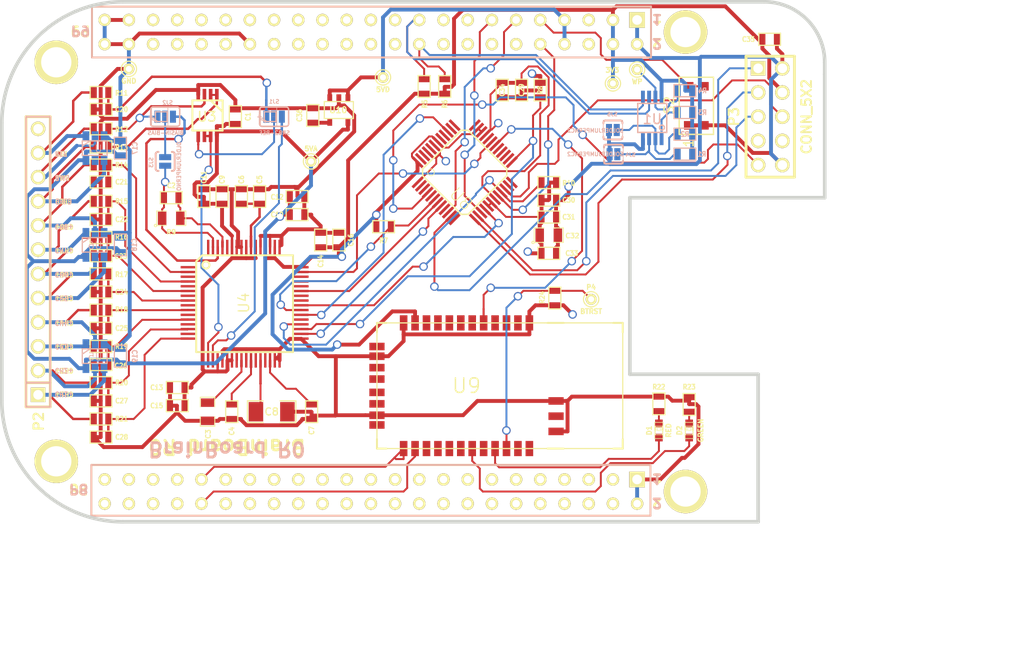
<source format=kicad_pcb>
(kicad_pcb (version 20171130) (host pcbnew "(5.1.12)-1")
  (layers (0 Front signal) (1 Ground power) (2 Power power) (31 Back signal) (34 B.Paste user) (35 F.Paste user) (36 B.SilkS user) (37 F.SilkS user) (38 B.Mask user) (39 F.Mask user) (44 Edge.Cuts user))
  (net 0 "")
  (net 1 +5VA)
  (net 2 +5VD)
  (net 3 /A0)
  (net 4 /A1)
  (net 5 /A2)
  (net 6 "/BrainBoard AFE/BIASIN")
  (net 7 "/BrainBoard AFE/BIASINV")
  (net 8 "/BrainBoard AFE/BIASOUT")
  (net 9 "/BrainBoard AFE/SRB1")
  (net 10 "/BrainBoard AFE/SRB2")
  (net 11 "/BrainBoard AFE/VCAP1")
  (net 12 "/BrainBoard AFE/VCAP2")
  (net 13 "/BrainBoard AFE/VCAP3")
  (net 14 "/BrainBoard AFE/VCAP4")
  (net 15 "/BrainBoard AFE/VREFP")
  (net 16 "/BrainBoard Analog In/BIAS_ELEC")
  (net 17 "/BrainBoard Analog In/BIAS_SHD")
  (net 18 "/BrainBoard Analog In/CH1ELEC_P")
  (net 19 "/BrainBoard Analog In/CH2ELEC_P")
  (net 20 "/BrainBoard Analog In/CH3ELEC_P")
  (net 21 "/BrainBoard Analog In/CH4ELEC_P")
  (net 22 "/BrainBoard Analog In/CH5ELEC_P")
  (net 23 "/BrainBoard Analog In/CH6ELEC_P")
  (net 24 "/BrainBoard Analog In/CH7ELEC_P")
  (net 25 "/BrainBoard Analog In/CH8ELEC_P")
  (net 26 "/BrainBoard Analog In/REF_ELEC")
  (net 27 "/BrainBoard Bluetooth/FACTORY")
  (net 28 "/BrainBoard Bluetooth/STATUS")
  (net 29 "/BrainBoard Bluetooth/STATUSn")
  (net 30 "/BrainBoard MCU/RESET_MCU")
  (net 31 "/BrainBoard MCU/TCK")
  (net 32 "/BrainBoard MCU/TDI")
  (net 33 "/BrainBoard MCU/TDO")
  (net 34 "/BrainBoard MCU/TMS")
  (net 35 /CS)
  (net 36 /DRDY)
  (net 37 /PWDN)
  (net 38 /RESET)
  (net 39 /SCL)
  (net 40 /SDA)
  (net 41 /WP)
  (net 42 3V3)
  (net 43 AGND)
  (net 44 AIN1P)
  (net 45 AIN2P)
  (net 46 AIN3P)
  (net 47 AIN4P)
  (net 48 AIN5P)
  (net 49 AIN6P)
  (net 50 AIN7P)
  (net 51 AIN8P)
  (net 52 BIAS)
  (net 53 MISO)
  (net 54 MOSI)
  (net 55 N-00000104)
  (net 56 N-00000193)
  (net 57 N-00000194)
  (net 58 N-00000204)
  (net 59 N-0000054)
  (net 60 N-0000099)
  (net 61 REF)
  (net 62 RESET_BT)
  (net 63 SCLK)
  (net 64 SHIELD)
  (net 65 START)
  (net 66 SYS_RESETn)
  (net 67 UARTBT_RX)
  (net 68 UARTBT_TX)
  (net 69 UARTUC_RX)
  (net 70 UARTUC_TX)
  (module SparkFun-RF-RN41 (layer Front) (at 201.168 153.988 180)
    (fp_text reference U9 (at 0 0 180) (layer F.SilkS) (effects (font (size 1.524 1.524))))
    (fp_text value BLUETOOTH-RN42 hide)
    (pad 1 smd rect (at -6.59892 6.59892 180) (size 0.79756 1.59766) (layers Front F.Paste F.Mask) (net 43 AGND))
    (pad 2 smd rect (at -5.3975 6.59892 180) (size 0.79756 1.59766) (layers Front F.Paste F.Mask))
    (pad 3 smd rect (at -4.19862 6.59892 180) (size 0.79756 1.59766) (layers Front F.Paste F.Mask))
    (pad 4 smd rect (at -2.99974 6.59892 180) (size 0.79756 1.59766) (layers Front F.Paste F.Mask))
    (pad 5 smd rect (at -1.79832 6.59892 180) (size 0.79756 1.59766) (layers Front F.Paste F.Mask) (net 62 RESET_BT))
    (pad 6 smd rect (at -0.59944 6.59892 180) (size 0.79756 1.59766) (layers Front F.Paste F.Mask))
    (pad 7 smd rect (at 0.59944 6.59892 180) (size 0.79756 1.59766) (layers Front F.Paste F.Mask))
    (pad 8 smd rect (at 1.79832 6.59892 180) (size 0.79756 1.59766) (layers Front F.Paste F.Mask))
    (pad 9 smd rect (at 2.99974 6.59892 180) (size 0.79756 1.59766) (layers Front F.Paste F.Mask))
    (pad 10 smd rect (at 4.19862 6.59892 180) (size 0.79756 1.59766) (layers Front F.Paste F.Mask))
    (pad 11 smd rect (at 5.3975 6.59892 180) (size 0.79756 1.59766) (layers Front F.Paste F.Mask) (net 42 3V3))
    (pad 12 smd rect (at 6.59892 6.59892 180) (size 0.79756 1.59766) (layers Front F.Paste F.Mask) (net 43 AGND))
    (pad 13 smd rect (at 6.59892 -6.59892 180) (size 0.79756 1.59766) (layers Front F.Paste F.Mask) (net 67 UARTBT_RX))
    (pad 14 smd rect (at 5.3975 -6.59892 180) (size 0.79756 1.59766) (layers Front F.Paste F.Mask) (net 68 UARTBT_TX))
    (pad 15 smd rect (at 4.19862 -6.59892 180) (size 0.79756 1.59766) (layers Front F.Paste F.Mask))
    (pad 16 smd rect (at 2.99974 -6.59892 180) (size 0.79756 1.59766) (layers Front F.Paste F.Mask))
    (pad 17 smd rect (at 1.79832 -6.59892 180) (size 0.79756 1.59766) (layers Front F.Paste F.Mask))
    (pad 18 smd rect (at 0.59944 -6.59892 180) (size 0.79756 1.59766) (layers Front F.Paste F.Mask))
    (pad 19 smd rect (at -0.59944 -6.59892 180) (size 0.79756 1.59766) (layers Front F.Paste F.Mask) (net 28 "/BrainBoard Bluetooth/STATUS"))
    (pad 20 smd rect (at -1.79832 -6.59892 180) (size 0.79756 1.59766) (layers Front F.Paste F.Mask))
    (pad 21 smd rect (at -2.99974 -6.59892 180) (size 0.79756 1.59766) (layers Front F.Paste F.Mask) (net 29 "/BrainBoard Bluetooth/STATUSn"))
    (pad 22 smd rect (at -4.19862 -6.59892 180) (size 0.79756 1.59766) (layers Front F.Paste F.Mask) (net 27 "/BrainBoard Bluetooth/FACTORY"))
    (pad 23 smd rect (at -5.3975 -6.59892 180) (size 0.79756 1.59766) (layers Front F.Paste F.Mask))
    (pad 24 smd rect (at -6.59892 -6.59892 180) (size 0.79756 1.59766) (layers Front F.Paste F.Mask))
    (pad 25 smd rect (at -9.398 -4.79806 270) (size 0.79756 1.59766) (layers Front F.Paste F.Mask) (net 43 AGND))
    (pad 26 smd rect (at -9.398 -3.19786 270) (size 0.79756 1.59766) (layers Front F.Paste F.Mask))
    (pad 27 smd rect (at -9.398 -1.59766 270) (size 0.79756 1.59766) (layers Front F.Paste F.Mask) (net 43 AGND))
    (pad 28 smd rect (at 9.398 -3.0988 270) (size 0.79756 1.59766) (layers Front F.Paste F.Mask) (net 43 AGND))
    (pad 29 smd rect (at 9.398 3.0988 270) (size 0.79756 1.59766) (layers Front F.Paste F.Mask) (net 43 AGND))
    (pad 30 smd rect (at 9.398 4.11988 270) (size 0.79756 1.59766) (layers Front F.Paste F.Mask))
    (pad 31 smd rect (at 9.398 1.89992 270) (size 0.79756 1.59766) (layers Front F.Paste F.Mask))
    (pad 32 smd rect (at 9.398 0.6985 270) (size 0.79756 1.59766) (layers Front F.Paste F.Mask))
    (pad 33 smd rect (at 9.398 -0.6985 270) (size 0.79756 1.59766) (layers Front F.Paste F.Mask))
    (pad 34 smd rect (at 9.398 -1.89992 270) (size 0.79756 1.59766) (layers Front F.Paste F.Mask))
    (pad 35 smd rect (at 9.398 -4.11988 270) (size 0.79756 1.59766) (layers Front F.Paste F.Mask))
  )
  (module TQFP_64 (layer Front) (at 177.8 145.288 270)
    (fp_text reference U4 (at 0 0 270) (layer F.SilkS) (effects (font (size 1.09982 1.09982) (thickness 0.127))))
    (fp_text value ADS1299 hide)
    (pad 1 smd rect (at -3.74904 5.86994 270) (size 0.24892 1.524) (layers Front F.Paste F.Mask))
    (pad 2 smd rect (at -3.24866 5.86994 270) (size 0.24892 1.524) (layers Front F.Paste F.Mask) (net 51 AIN8P))
    (pad 3 smd rect (at -2.74828 5.86994 270) (size 0.24892 1.524) (layers Front F.Paste F.Mask))
    (pad 4 smd rect (at -2.2479 5.86994 270) (size 0.24892 1.524) (layers Front F.Paste F.Mask) (net 50 AIN7P))
    (pad 5 smd rect (at -1.74752 5.86994 270) (size 0.24892 1.524) (layers Front F.Paste F.Mask))
    (pad 6 smd rect (at -1.24968 5.86994 270) (size 0.24892 1.524) (layers Front F.Paste F.Mask) (net 49 AIN6P))
    (pad 7 smd rect (at -0.7493 5.86994 270) (size 0.24892 1.524) (layers Front F.Paste F.Mask))
    (pad 8 smd rect (at -0.24892 5.86994 270) (size 0.24892 1.524) (layers Front F.Paste F.Mask) (net 48 AIN5P))
    (pad 9 smd rect (at 0.25146 5.86994 270) (size 0.24892 1.524) (layers Front F.Paste F.Mask))
    (pad 10 smd rect (at 0.75184 5.86994 270) (size 0.24892 1.524) (layers Front F.Paste F.Mask) (net 47 AIN4P))
    (pad 11 smd rect (at 1.25222 5.86994 270) (size 0.24892 1.524) (layers Front F.Paste F.Mask))
    (pad 12 smd rect (at 1.75006 5.86994 270) (size 0.24892 1.524) (layers Front F.Paste F.Mask) (net 46 AIN3P))
    (pad 13 smd rect (at 2.25044 5.86994 270) (size 0.24892 1.524) (layers Front F.Paste F.Mask))
    (pad 14 smd rect (at 2.75082 5.86994 270) (size 0.24892 1.524) (layers Front F.Paste F.Mask) (net 45 AIN2P))
    (pad 15 smd rect (at 3.2512 5.86994 270) (size 0.24892 1.524) (layers Front F.Paste F.Mask))
    (pad 16 smd rect (at 3.75158 5.86994 270) (size 0.24892 1.524) (layers Front F.Paste F.Mask) (net 44 AIN1P))
    (pad 17 smd rect (at 6.0325 3.74904 270) (size 1.524 0.24892) (layers Front F.Paste F.Mask) (net 9 "/BrainBoard AFE/SRB1"))
    (pad 18 smd rect (at 6.0325 3.24866 270) (size 1.524 0.24892) (layers Front F.Paste F.Mask) (net 10 "/BrainBoard AFE/SRB2"))
    (pad 19 smd rect (at 6.0325 2.74828 270) (size 1.524 0.24892) (layers Front F.Paste F.Mask) (net 1 +5VA))
    (pad 20 smd rect (at 6.0325 2.2479 270) (size 1.524 0.24892) (layers Front F.Paste F.Mask) (net 43 AGND))
    (pad 21 smd rect (at 6.0325 1.74752 270) (size 1.524 0.24892) (layers Front F.Paste F.Mask) (net 1 +5VA))
    (pad 22 smd rect (at 6.0325 1.24968 270) (size 1.524 0.24892) (layers Front F.Paste F.Mask) (net 1 +5VA))
    (pad 23 smd rect (at 6.0325 0.7493 270) (size 1.524 0.24892) (layers Front F.Paste F.Mask) (net 43 AGND))
    (pad 24 smd rect (at 6.0325 0.24892 270) (size 1.524 0.24892) (layers Front F.Paste F.Mask) (net 15 "/BrainBoard AFE/VREFP"))
    (pad 25 smd rect (at 6.0325 -0.25146 270) (size 1.524 0.24892) (layers Front F.Paste F.Mask) (net 43 AGND))
    (pad 26 smd rect (at 6.0325 -0.75184 270) (size 1.524 0.24892) (layers Front F.Paste F.Mask) (net 14 "/BrainBoard AFE/VCAP4"))
    (pad 27 smd rect (at 6.0325 -1.25222 270) (size 1.524 0.24892) (layers Front F.Paste F.Mask))
    (pad 28 smd rect (at 6.0325 -1.75006 270) (size 1.524 0.24892) (layers Front F.Paste F.Mask) (net 11 "/BrainBoard AFE/VCAP1"))
    (pad 29 smd rect (at 6.0325 -2.25044 270) (size 1.524 0.24892) (layers Front F.Paste F.Mask))
    (pad 30 smd rect (at 6.0325 -2.75082 270) (size 1.524 0.24892) (layers Front F.Paste F.Mask) (net 12 "/BrainBoard AFE/VCAP2"))
    (pad 31 smd rect (at 6.0325 -3.2512 270) (size 1.524 0.24892) (layers Front F.Paste F.Mask) (net 43 AGND))
    (pad 32 smd rect (at 6.0325 -3.75158 270) (size 1.524 0.24892) (layers Front F.Paste F.Mask) (net 43 AGND))
    (pad 33 smd rect (at 3.75158 -6.0325 270) (size 0.24892 1.524) (layers Front F.Paste F.Mask) (net 43 AGND))
    (pad 34 smd rect (at 3.2512 -6.0325 270) (size 0.24892 1.524) (layers Front F.Paste F.Mask) (net 54 MOSI))
    (pad 35 smd rect (at 2.75082 -6.0325 270) (size 0.24892 1.524) (layers Front F.Paste F.Mask) (net 37 /PWDN))
    (pad 36 smd rect (at 2.25044 -6.0325 270) (size 0.24892 1.524) (layers Front F.Paste F.Mask) (net 38 /RESET))
    (pad 37 smd rect (at 1.75006 -6.0325 270) (size 0.24892 1.524) (layers Front F.Paste F.Mask))
    (pad 38 smd rect (at 1.25222 -6.0325 270) (size 0.24892 1.524) (layers Front F.Paste F.Mask) (net 65 START))
    (pad 39 smd rect (at 0.75184 -6.0325 270) (size 0.24892 1.524) (layers Front F.Paste F.Mask) (net 35 /CS))
    (pad 40 smd rect (at 0.25146 -6.0325 270) (size 0.24892 1.524) (layers Front F.Paste F.Mask) (net 63 SCLK))
    (pad 41 smd rect (at -0.24892 -6.0325 270) (size 0.24892 1.524) (layers Front F.Paste F.Mask))
    (pad 42 smd rect (at -0.7493 -6.0325 270) (size 0.24892 1.524) (layers Front F.Paste F.Mask))
    (pad 43 smd rect (at -1.24968 -6.0325 270) (size 0.24892 1.524) (layers Front F.Paste F.Mask) (net 53 MISO))
    (pad 44 smd rect (at -1.74752 -6.0325 270) (size 0.24892 1.524) (layers Front F.Paste F.Mask))
    (pad 45 smd rect (at -2.2479 -6.0325 270) (size 0.24892 1.524) (layers Front F.Paste F.Mask))
    (pad 46 smd rect (at -2.74828 -6.0325 270) (size 0.24892 1.524) (layers Front F.Paste F.Mask))
    (pad 47 smd rect (at -3.24866 -6.0325 270) (size 0.24892 1.524) (layers Front F.Paste F.Mask) (net 36 /DRDY))
    (pad 48 smd rect (at -3.74904 -6.0325 270) (size 0.24892 1.524) (layers Front F.Paste F.Mask) (net 42 3V3))
    (pad 49 smd rect (at -5.86994 -3.75158 270) (size 1.524 0.24892) (layers Front F.Paste F.Mask) (net 43 AGND))
    (pad 50 smd rect (at -5.86994 -3.2512 270) (size 1.524 0.24892) (layers Front F.Paste F.Mask) (net 42 3V3))
    (pad 52 smd rect (at -5.86994 -2.25044 270) (size 1.524 0.24892) (layers Front F.Paste F.Mask) (net 42 3V3))
    (pad 51 smd rect (at -5.88772 -2.75082 270) (size 1.524 0.24892) (layers Front F.Paste F.Mask) (net 43 AGND))
    (pad 53 smd rect (at -5.86994 -1.75006 270) (size 1.524 0.24892) (layers Front F.Paste F.Mask) (net 43 AGND))
    (pad 54 smd rect (at -5.86994 -1.25222 270) (size 1.524 0.24892) (layers Front F.Paste F.Mask) (net 1 +5VA))
    (pad 55 smd rect (at -5.86994 -0.75184 270) (size 1.524 0.24892) (layers Front F.Paste F.Mask) (net 13 "/BrainBoard AFE/VCAP3"))
    (pad 56 smd rect (at -5.86994 -0.25146 270) (size 1.524 0.24892) (layers Front F.Paste F.Mask) (net 1 +5VA))
    (pad 57 smd rect (at -5.86994 0.24892 270) (size 1.524 0.24892) (layers Front F.Paste F.Mask) (net 43 AGND))
    (pad 58 smd rect (at -5.86994 0.7493 270) (size 1.524 0.24892) (layers Front F.Paste F.Mask) (net 43 AGND))
    (pad 59 smd rect (at -5.86994 1.24206 270) (size 1.524 0.24892) (layers Front F.Paste F.Mask) (net 1 +5VA))
    (pad 60 smd rect (at -5.86994 1.74244 270) (size 1.524 0.24892) (layers Front F.Paste F.Mask))
    (pad 61 smd rect (at -5.86994 2.24282 270) (size 1.524 0.24892) (layers Front F.Paste F.Mask) (net 7 "/BrainBoard AFE/BIASINV"))
    (pad 62 smd rect (at -5.86994 2.7432 270) (size 1.524 0.24892) (layers Front F.Paste F.Mask) (net 6 "/BrainBoard AFE/BIASIN"))
    (pad 63 smd rect (at -5.86994 3.24104 270) (size 1.524 0.24892) (layers Front F.Paste F.Mask) (net 8 "/BrainBoard AFE/BIASOUT"))
    (pad 64 smd rect (at -5.86994 3.74142 270) (size 1.524 0.24892) (layers Front F.Paste F.Mask))
  )
  (module SM0805 (layer Front) (at 173.99 156.718 90)
    (fp_text reference C3 (at -2.3495 0.0635 90) (layer F.SilkS) (effects (font (size 0.50038 0.50038) (thickness 0.10922))))
    (fp_text value 10uF hide)
    (pad 1 smd rect (at -0.9525 0 90) (size 0.889 1.397) (layers Front F.Paste F.Mask) (net 43 AGND))
    (pad 2 smd rect (at 0.9525 0 90) (size 0.889 1.397) (layers Front F.Paste F.Mask) (net 15 "/BrainBoard AFE/VREFP"))
  )
  (module SparkFun-Passives-SJ_2S-NOTRACE (layer Back) (at 216.598 129.667 180)
    (fp_text reference SJ4 (at -1.778 -0.0635 180) (layer B.SilkS) (effects (font (size 0.4064 0.4064) (thickness 0.0889)) (justify mirror)))
    (fp_text value SOLDERJUMPERNC2 (at 1.905 0 180) (layer B.SilkS) (effects (font (size 0.4064 0.4064) (thickness 0.0889)) (justify mirror)))
    (pad 1 smd rect (at -0.39878 0 180) (size 0.635 1.27) (layers Back B.Paste B.Mask) (net 5 /A2))
    (pad 2 smd rect (at 0.41148 0 180) (size 0.635 1.27) (layers Back B.Paste B.Mask) (net 43 AGND))
  )
  (module SparkFun-Passives-SJ_2S-NOTRACE (layer Back) (at 216.535 127.127 180)
    (fp_text reference SJ5 (at 0.0635 1.651 180) (layer B.SilkS) (effects (font (size 0.4064 0.4064) (thickness 0.0889)) (justify mirror)))
    (fp_text value SOLDERJUMPERNC2 (at 1.8415 -0.0635 180) (layer B.SilkS) (effects (font (size 0.4064 0.4064) (thickness 0.0889)) (justify mirror)))
    (pad 1 smd rect (at -0.39878 0 180) (size 0.635 1.27) (layers Back B.Paste B.Mask) (net 4 /A1))
    (pad 2 smd rect (at 0.41148 0 180) (size 0.635 1.27) (layers Back B.Paste B.Mask) (net 43 AGND))
  )
  (module SparkFun-Passives-SJ_3_PASTE2&3 (layer Back) (at 169.545 125.73 180)
    (fp_text reference SJ2 (at -0.254 1.4732 180) (layer B.SilkS) (effects (font (size 0.4064 0.4064) (thickness 0.0889)) (justify mirror)))
    (fp_text value SOLDERJUMPER_2WAYPASTE2&3 (at -0.0381 0.00762 180) (layer B.SilkS) (effects (font (size 0.01778 0.01778) (thickness 0.0889)) (justify mirror)))
    (fp_text user BIASIN-BIAS (at -0.0508 -1.7018 180) (layer B.SilkS) (effects (font (size 0.4064 0.4064) (thickness 0.0889)) (justify mirror)))
    (fp_text user PASTE (at 1.2827 -0.2413 140) (layer B.SilkS) (effects (font (size 0.254 0.254) (thickness 0.0889)) (justify mirror)))
    (pad 1 smd rect (at -0.8128 0 180) (size 0.635 1.27) (layers Back B.Paste B.Mask) (net 6 "/BrainBoard AFE/BIASIN"))
    (pad 2 smd rect (at 0 0 180) (size 0.635 1.27) (layers Back B.Paste B.Mask) (net 60 N-0000099))
    (pad 3 smd rect (at 0.8128 0 180) (size 0.635 1.27) (layers Back B.Paste B.Mask) (net 52 BIAS))
  )
  (module SparkFun-Passives-SJ_3_PASTE2&3 (layer Back) (at 180.975 125.73 180)
    (fp_text reference SJ1 (at 0 1.5875 180) (layer B.SilkS) (effects (font (size 0.4064 0.4064) (thickness 0.0889)) (justify mirror)))
    (fp_text value SOLDERJUMPER_2WAYPASTE2&3 (at -0.0381 0.00762 180) (layer B.SilkS) (effects (font (size 0.01778 0.01778) (thickness 0.0889)) (justify mirror)))
    (fp_text user SRB2-REF (at -0.0508 -1.7018 180) (layer B.SilkS) (effects (font (size 0.4064 0.4064) (thickness 0.0889)) (justify mirror)))
    (fp_text user PASTE (at 1.2827 -0.2413 140) (layer B.SilkS) (effects (font (size 0.254 0.254) (thickness 0.0889)) (justify mirror)))
    (pad 1 smd rect (at -0.8128 0 180) (size 0.635 1.27) (layers Back B.Paste B.Mask) (net 10 "/BrainBoard AFE/SRB2"))
    (pad 2 smd rect (at 0 0 180) (size 0.635 1.27) (layers Back B.Paste B.Mask) (net 55 N-00000104))
    (pad 3 smd rect (at 0.8128 0 180) (size 0.635 1.27) (layers Back B.Paste B.Mask) (net 61 REF))
  )
  (module SSOP8 (layer Back) (at 220.662 125.857 180)
    (fp_text reference U1 (at 0 -0.127 180) (layer B.SilkS) (effects (font (size 1.016 1.016) (thickness 0.1524)) (justify mirror)))
    (fp_text value 24C256 hide)
    (pad 1 smd rect (at -0.9779 -2.2225 180) (size 0.4064 1.27) (layers Back B.Paste B.Mask) (net 3 /A0))
    (pad 2 smd rect (at -0.3302 -2.2225 180) (size 0.4064 1.27) (layers Back B.Paste B.Mask) (net 4 /A1))
    (pad 3 smd rect (at 0.3302 -2.2225 180) (size 0.4064 1.27) (layers Back B.Paste B.Mask) (net 5 /A2))
    (pad 4 smd rect (at 0.9779 -2.2225 180) (size 0.4064 1.27) (layers Back B.Paste B.Mask) (net 43 AGND))
    (pad 5 smd rect (at 0.9779 2.2225 180) (size 0.4064 1.27) (layers Back B.Paste B.Mask) (net 40 /SDA))
    (pad 6 smd rect (at 0.3302 2.2225 180) (size 0.4064 1.27) (layers Back B.Paste B.Mask) (net 39 /SCL))
    (pad 7 smd rect (at -0.3302 2.2225 180) (size 0.4064 1.27) (layers Back B.Paste B.Mask) (net 41 /WP))
    (pad 8 smd rect (at -0.9779 2.2225 180) (size 0.4064 1.27) (layers Back B.Paste B.Mask) (net 42 3V3))
  )
  (module SparkFun-Passives-SJ_2S-NO (layer Back) (at 169.545 130.429 270)
    (fp_text reference SJ3 (at 0.10668 1.4732 270) (layer B.SilkS) (effects (font (size 0.4064 0.4064) (thickness 0.0889)) (justify mirror)))
    (fp_text value SOLDERJUMPERNO (at 0.30988 -1.4478 270) (layer B.SilkS) (effects (font (size 0.4064 0.4064) (thickness 0.0889)) (justify mirror)))
    (pad 1 smd rect (at -0.44958 0 270) (size 0.635 1.27) (layers Back B.Paste B.Mask) (net 60 N-0000099))
    (pad 2 smd rect (at 0.44958 0 270) (size 0.635 1.27) (layers Back B.Paste B.Mask) (net 8 "/BrainBoard AFE/BIASOUT"))
  )
  (module SOT23-5 (layer Front) (at 187.77 125.032 180)
    (fp_text reference U10 (at 0.0635 0 180) (layer F.SilkS) (effects (font (size 0.635 0.635) (thickness 0.127))))
    (fp_text value TPS73150 hide)
    (pad 1 smd rect (at -0.9525 1.27 180) (size 0.508 0.762) (layers Front F.Paste F.Mask) (net 2 +5VD))
    (pad 3 smd rect (at 0.9525 1.27 180) (size 0.508 0.762) (layers Front F.Paste F.Mask) (net 2 +5VD))
    (pad 5 smd rect (at -0.9525 -1.27 180) (size 0.508 0.762) (layers Front F.Paste F.Mask) (net 1 +5VA))
    (pad 2 smd rect (at 0 1.27 180) (size 0.508 0.762) (layers Front F.Paste F.Mask) (net 43 AGND))
    (pad 4 smd rect (at 0.9525 -1.27 180) (size 0.508 0.762) (layers Front F.Paste F.Mask) (net 58 N-00000204))
  )
  (module SM0805 (layer Front) (at 170.18 136.398)
    (fp_text reference R9 (at 0 1.4605) (layer F.SilkS) (effects (font (size 0.50038 0.50038) (thickness 0.10922))))
    (fp_text value 499K,0.1% hide)
    (pad 1 smd rect (at -0.9525 0) (size 0.889 1.397) (layers Front F.Paste F.Mask) (net 8 "/BrainBoard AFE/BIASOUT"))
    (pad 2 smd rect (at 0.9525 0) (size 0.889 1.397) (layers Front F.Paste F.Mask) (net 7 "/BrainBoard AFE/BIASINV"))
  )
  (module SM0603 (layer Back) (at 164.846 129.032 90)
    (fp_text reference C17 (at 0 1.524 90) (layer B.SilkS) (effects (font (size 0.508 0.4572) (thickness 0.1143)) (justify mirror)))
    (fp_text value 0.1uF hide)
    (pad 1 smd rect (at -0.762 0 90) (size 0.635 1.143) (layers Back B.Paste B.Mask) (net 1 +5VA))
    (pad 2 smd rect (at 0.762 0 90) (size 0.635 1.143) (layers Back B.Paste B.Mask) (net 43 AGND))
  )
  (module SM0603 (layer Front) (at 162.814 157.48)
    (fp_text reference R21 (at 2.159 0) (layer F.SilkS) (effects (font (size 0.508 0.4572) (thickness 0.1143))))
    (fp_text value 4.99K hide)
    (pad 1 smd rect (at -0.762 0) (size 0.635 1.143) (layers Front F.Paste F.Mask) (net 18 "/BrainBoard Analog In/CH1ELEC_P"))
    (pad 2 smd rect (at 0.762 0) (size 0.635 1.143) (layers Front F.Paste F.Mask) (net 44 AIN1P))
  )
  (module SM0603 (layer Front) (at 162.814 130.81)
    (fp_text reference R14 (at 2.159 0) (layer F.SilkS) (effects (font (size 0.508 0.4572) (thickness 0.1143))))
    (fp_text value 4.99K hide)
    (pad 1 smd rect (at -0.762 0) (size 0.635 1.143) (layers Front F.Paste F.Mask) (net 25 "/BrainBoard Analog In/CH8ELEC_P"))
    (pad 2 smd rect (at 0.762 0) (size 0.635 1.143) (layers Front F.Paste F.Mask) (net 51 AIN8P))
  )
  (module SM0603 (layer Front) (at 162.814 153.67)
    (fp_text reference R20 (at 2.159 0) (layer F.SilkS) (effects (font (size 0.508 0.4572) (thickness 0.1143))))
    (fp_text value 4.99K hide)
    (pad 1 smd rect (at -0.762 0) (size 0.635 1.143) (layers Front F.Paste F.Mask) (net 19 "/BrainBoard Analog In/CH2ELEC_P"))
    (pad 2 smd rect (at 0.762 0) (size 0.635 1.143) (layers Front F.Paste F.Mask) (net 45 AIN2P))
  )
  (module SM0603 (layer Front) (at 162.814 149.86)
    (fp_text reference R19 (at 2.159 0) (layer F.SilkS) (effects (font (size 0.508 0.4572) (thickness 0.1143))))
    (fp_text value 4.99K hide)
    (pad 1 smd rect (at -0.762 0) (size 0.635 1.143) (layers Front F.Paste F.Mask) (net 20 "/BrainBoard Analog In/CH3ELEC_P"))
    (pad 2 smd rect (at 0.762 0) (size 0.635 1.143) (layers Front F.Paste F.Mask) (net 46 AIN3P))
  )
  (module SM0603 (layer Front) (at 162.814 146.05)
    (fp_text reference R18 (at 2.159 -0.0635) (layer F.SilkS) (effects (font (size 0.508 0.4572) (thickness 0.1143))))
    (fp_text value 4.99K hide)
    (pad 1 smd rect (at -0.762 0) (size 0.635 1.143) (layers Front F.Paste F.Mask) (net 21 "/BrainBoard Analog In/CH4ELEC_P"))
    (pad 2 smd rect (at 0.762 0) (size 0.635 1.143) (layers Front F.Paste F.Mask) (net 47 AIN4P))
  )
  (module SM0603 (layer Front) (at 162.814 142.24)
    (fp_text reference R17 (at 2.159 0.0635) (layer F.SilkS) (effects (font (size 0.508 0.4572) (thickness 0.1143))))
    (fp_text value 4.99K hide)
    (pad 1 smd rect (at -0.762 0) (size 0.635 1.143) (layers Front F.Paste F.Mask) (net 22 "/BrainBoard Analog In/CH5ELEC_P"))
    (pad 2 smd rect (at 0.762 0) (size 0.635 1.143) (layers Front F.Paste F.Mask) (net 48 AIN5P))
  )
  (module SM0603 (layer Front) (at 162.814 138.43)
    (fp_text reference R16 (at 2.159 -0.0635) (layer F.SilkS) (effects (font (size 0.508 0.4572) (thickness 0.1143))))
    (fp_text value 4.99K hide)
    (pad 1 smd rect (at -0.762 0) (size 0.635 1.143) (layers Front F.Paste F.Mask) (net 23 "/BrainBoard Analog In/CH6ELEC_P"))
    (pad 2 smd rect (at 0.762 0) (size 0.635 1.143) (layers Front F.Paste F.Mask) (net 49 AIN6P))
  )
  (module SM0603 (layer Front) (at 162.814 134.62)
    (fp_text reference R15 (at 2.159 0) (layer F.SilkS) (effects (font (size 0.508 0.4572) (thickness 0.1143))))
    (fp_text value 4.99K hide)
    (pad 1 smd rect (at -0.762 0) (size 0.635 1.143) (layers Front F.Paste F.Mask) (net 24 "/BrainBoard Analog In/CH7ELEC_P"))
    (pad 2 smd rect (at 0.762 0) (size 0.635 1.143) (layers Front F.Paste F.Mask) (net 50 AIN7P))
  )
  (module SM0603 (layer Front) (at 162.814 147.955 180)
    (fp_text reference C25 (at -2.159 0 180) (layer F.SilkS) (effects (font (size 0.508 0.4572) (thickness 0.1143))))
    (fp_text value 4.7nF hide)
    (pad 1 smd rect (at -0.762 0 180) (size 0.635 1.143) (layers Front F.Paste F.Mask) (net 47 AIN4P))
    (pad 2 smd rect (at 0.762 0 180) (size 0.635 1.143) (layers Front F.Paste F.Mask) (net 43 AGND))
  )
  (module SM0603 (layer Front) (at 187.77 138.684 90)
    (fp_text reference C16 (at 0 1.27 90) (layer F.SilkS) (effects (font (size 0.508 0.4572) (thickness 0.1143))))
    (fp_text value 0.1uF hide)
    (pad 1 smd rect (at -0.762 0 90) (size 0.635 1.143) (layers Front F.Paste F.Mask) (net 42 3V3))
    (pad 2 smd rect (at 0.762 0 90) (size 0.635 1.143) (layers Front F.Paste F.Mask) (net 43 AGND))
  )
  (module SM0603 (layer Front) (at 162.814 127)
    (fp_text reference R12 (at 2.159 0.0635) (layer F.SilkS) (effects (font (size 0.508 0.4572) (thickness 0.1143))))
    (fp_text value 4.99K hide)
    (pad 1 smd rect (at -0.762 0) (size 0.635 1.143) (layers Front F.Paste F.Mask) (net 16 "/BrainBoard Analog In/BIAS_ELEC"))
    (pad 2 smd rect (at 0.762 0) (size 0.635 1.143) (layers Front F.Paste F.Mask) (net 52 BIAS))
  )
  (module SM0603 (layer Back) (at 164.846 150.876 90)
    (fp_text reference C19 (at 0 1.524 90) (layer B.SilkS) (effects (font (size 0.508 0.4572) (thickness 0.1143)) (justify mirror)))
    (fp_text value 0.1uF hide)
    (pad 1 smd rect (at -0.762 0 90) (size 0.635 1.143) (layers Back B.Paste B.Mask) (net 1 +5VA))
    (pad 2 smd rect (at 0.762 0 90) (size 0.635 1.143) (layers Back B.Paste B.Mask) (net 43 AGND))
  )
  (module SM0603 (layer Front) (at 162.814 123.19)
    (fp_text reference R11 (at 2.159 0.0635) (layer F.SilkS) (effects (font (size 0.508 0.4572) (thickness 0.1143))))
    (fp_text value 4.99K hide)
    (pad 1 smd rect (at -0.762 0) (size 0.635 1.143) (layers Front F.Paste F.Mask) (net 26 "/BrainBoard Analog In/REF_ELEC"))
    (pad 2 smd rect (at 0.762 0) (size 0.635 1.143) (layers Front F.Paste F.Mask) (net 61 REF))
  )
  (module SM0603 (layer Front) (at 162.814 128.905)
    (fp_text reference R13 (at 2.159 0.0635) (layer F.SilkS) (effects (font (size 0.508 0.4572) (thickness 0.1143))))
    (fp_text value 4.99K hide)
    (pad 1 smd rect (at -0.762 0) (size 0.635 1.143) (layers Front F.Paste F.Mask) (net 17 "/BrainBoard Analog In/BIAS_SHD"))
    (pad 2 smd rect (at 0.762 0) (size 0.635 1.143) (layers Front F.Paste F.Mask) (net 64 SHIELD))
  )
  (module SM0603 (layer Back) (at 164.846 139.192 90)
    (fp_text reference C18 (at 0 1.4605 90) (layer B.SilkS) (effects (font (size 0.508 0.4572) (thickness 0.1143)) (justify mirror)))
    (fp_text value 0.1uF hide)
    (pad 1 smd rect (at -0.762 0 90) (size 0.635 1.143) (layers Back B.Paste B.Mask) (net 1 +5VA))
    (pad 2 smd rect (at 0.762 0 90) (size 0.635 1.143) (layers Back B.Paste B.Mask) (net 43 AGND))
  )
  (module SM0603 (layer Front) (at 209.804 140.081)
    (fp_text reference C33 (at 2.413 0) (layer F.SilkS) (effects (font (size 0.508 0.4572) (thickness 0.1143))))
    (fp_text value 0.1uF hide)
    (pad 1 smd rect (at -0.762 0) (size 0.635 1.143) (layers Front F.Paste F.Mask) (net 42 3V3))
    (pad 2 smd rect (at 0.762 0) (size 0.635 1.143) (layers Front F.Paste F.Mask) (net 43 AGND))
  )
  (module SM0603 (layer Front) (at 209.804 134.493)
    (fp_text reference C30 (at 2.0955 0) (layer F.SilkS) (effects (font (size 0.508 0.4572) (thickness 0.1143))))
    (fp_text value 2.2uF hide)
    (pad 1 smd rect (at -0.762 0) (size 0.635 1.143) (layers Front F.Paste F.Mask) (net 42 3V3))
    (pad 2 smd rect (at 0.762 0) (size 0.635 1.143) (layers Front F.Paste F.Mask) (net 43 AGND))
  )
  (module SM0603 (layer Front) (at 206.946 122.936 90)
    (fp_text reference C29 (at 0 0 90) (layer F.SilkS) (effects (font (size 0.508 0.4572) (thickness 0.1143))))
    (fp_text value 0.1uF hide)
    (pad 1 smd rect (at -0.762 0 90) (size 0.635 1.143) (layers Front F.Paste F.Mask) (net 42 3V3))
    (pad 2 smd rect (at 0.762 0 90) (size 0.635 1.143) (layers Front F.Paste F.Mask) (net 43 AGND))
  )
  (module SM0603 (layer Front) (at 162.814 159.385 180)
    (fp_text reference C28 (at -2.159 0 180) (layer F.SilkS) (effects (font (size 0.508 0.4572) (thickness 0.1143))))
    (fp_text value 4.7nF hide)
    (pad 1 smd rect (at -0.762 0 180) (size 0.635 1.143) (layers Front F.Paste F.Mask) (net 44 AIN1P))
    (pad 2 smd rect (at 0.762 0 180) (size 0.635 1.143) (layers Front F.Paste F.Mask) (net 43 AGND))
  )
  (module SM0603 (layer Front) (at 204.914 122.936 90)
    (fp_text reference C34 (at 0 0 90) (layer F.SilkS) (effects (font (size 0.508 0.4572) (thickness 0.1143))))
    (fp_text value 0.1uF hide)
    (pad 1 smd rect (at -0.762 0 90) (size 0.635 1.143) (layers Front F.Paste F.Mask) (net 42 3V3))
    (pad 2 smd rect (at 0.762 0 90) (size 0.635 1.143) (layers Front F.Paste F.Mask) (net 43 AGND))
  )
  (module SM0603 (layer Front) (at 210.439 144.78 270)
    (fp_text reference R24 (at -0.0635 1.3335 270) (layer F.SilkS) (effects (font (size 0.508 0.4572) (thickness 0.1143))))
    (fp_text value 10K hide)
    (pad 1 smd rect (at -0.762 0 270) (size 0.635 1.143) (layers Front F.Paste F.Mask) (net 27 "/BrainBoard Bluetooth/FACTORY"))
    (pad 2 smd rect (at 0.762 0 270) (size 0.635 1.143) (layers Front F.Paste F.Mask) (net 43 AGND))
  )
  (module SM0603 (layer Front) (at 232.982 117.602)
    (fp_text reference C35 (at -2.2225 0) (layer F.SilkS) (effects (font (size 0.508 0.4572) (thickness 0.1143))))
    (fp_text value 0.1uF hide)
    (pad 1 smd rect (at -0.762 0) (size 0.635 1.143) (layers Front F.Paste F.Mask) (net 42 3V3))
    (pad 2 smd rect (at 0.762 0) (size 0.635 1.143) (layers Front F.Paste F.Mask) (net 43 AGND))
  )
  (module SM0603 (layer Front) (at 183.388 134.112)
    (fp_text reference C12 (at -2.0955 0.0635) (layer F.SilkS) (effects (font (size 0.508 0.4572) (thickness 0.1143))))
    (fp_text value 0.1uF hide)
    (pad 1 smd rect (at -0.762 0) (size 0.635 1.143) (layers Front F.Paste F.Mask) (net 1 +5VA))
    (pad 2 smd rect (at 0.762 0) (size 0.635 1.143) (layers Front F.Paste F.Mask) (net 43 AGND))
  )
  (module SM0603 (layer Front) (at 198.882 122.555 90)
    (fp_text reference R6 (at -1.8415 0 90) (layer F.SilkS) (effects (font (size 0.508 0.4572) (thickness 0.1143))))
    (fp_text value 5.6K hide)
    (pad 1 smd rect (at -0.762 0 90) (size 0.635 1.143) (layers Front F.Paste F.Mask) (net 42 3V3))
    (pad 2 smd rect (at 0.762 0 90) (size 0.635 1.143) (layers Front F.Paste F.Mask) (net 40 /SDA))
  )
  (module SM0603 (layer Front) (at 196.723 122.555 90)
    (fp_text reference R5 (at -1.8415 0.0635 90) (layer F.SilkS) (effects (font (size 0.508 0.4572) (thickness 0.1143))))
    (fp_text value 5.6K hide)
    (pad 1 smd rect (at -0.762 0 90) (size 0.635 1.143) (layers Front F.Paste F.Mask) (net 42 3V3))
    (pad 2 smd rect (at 0.762 0 90) (size 0.635 1.143) (layers Front F.Paste F.Mask) (net 39 /SCL))
  )
  (module SM0603 (layer Back) (at 224.092 123 180)
    (fp_text reference R4 (at -1.8415 0 180) (layer B.SilkS) (effects (font (size 0.508 0.4572) (thickness 0.1143)) (justify mirror)))
    (fp_text value 10K hide)
    (pad 1 smd rect (at -0.762 0 180) (size 0.635 1.143) (layers Back B.Paste B.Mask) (net 42 3V3))
    (pad 2 smd rect (at 0.762 0 180) (size 0.635 1.143) (layers Back B.Paste B.Mask) (net 41 /WP))
  )
  (module SM0603 (layer Back) (at 224.092 127.572 180)
    (fp_text reference R2 (at 0 0 180) (layer B.SilkS) (effects (font (size 0.508 0.4572) (thickness 0.1143)) (justify mirror)))
    (fp_text value 4.7K hide)
    (pad 1 smd rect (at -0.762 0 180) (size 0.635 1.143) (layers Back B.Paste B.Mask) (net 42 3V3))
    (pad 2 smd rect (at 0.762 0 180) (size 0.635 1.143) (layers Back B.Paste B.Mask) (net 4 /A1))
  )
  (module SM0603 (layer Back) (at 224.092 125.286 180)
    (fp_text reference R3 (at -1.8415 0 180) (layer B.SilkS) (effects (font (size 0.508 0.4572) (thickness 0.1143)) (justify mirror)))
    (fp_text value 4.7K hide)
    (pad 1 smd rect (at -0.762 0 180) (size 0.635 1.143) (layers Back B.Paste B.Mask) (net 42 3V3))
    (pad 2 smd rect (at 0.762 0 180) (size 0.635 1.143) (layers Back B.Paste B.Mask) (net 3 /A0))
  )
  (module SM0603 (layer Back) (at 224.092 129.667 180)
    (fp_text reference R1 (at -1.778 0 180) (layer B.SilkS) (effects (font (size 0.508 0.4572) (thickness 0.1143)) (justify mirror)))
    (fp_text value 4.7K hide)
    (pad 1 smd rect (at -0.762 0 180) (size 0.635 1.143) (layers Back B.Paste B.Mask) (net 42 3V3))
    (pad 2 smd rect (at 0.762 0 180) (size 0.635 1.143) (layers Back B.Paste B.Mask) (net 5 /A2))
  )
  (module SM0603 (layer Front) (at 176.53 156.718 270)
    (fp_text reference C4 (at 2.032 0 270) (layer F.SilkS) (effects (font (size 0.508 0.4572) (thickness 0.1143))))
    (fp_text value 1uF hide)
    (pad 1 smd rect (at -0.762 0 270) (size 0.635 1.143) (layers Front F.Paste F.Mask) (net 14 "/BrainBoard AFE/VCAP4"))
    (pad 2 smd rect (at 0.762 0 270) (size 0.635 1.143) (layers Front F.Paste F.Mask) (net 43 AGND))
  )
  (module SM0603 (layer Front) (at 179.451 134.112 90)
    (fp_text reference C5 (at 1.778 0 90) (layer F.SilkS) (effects (font (size 0.508 0.4572) (thickness 0.1143))))
    (fp_text value 1uF hide)
    (pad 1 smd rect (at -0.762 0 90) (size 0.635 1.143) (layers Front F.Paste F.Mask) (net 13 "/BrainBoard AFE/VCAP3"))
    (pad 2 smd rect (at 0.762 0 90) (size 0.635 1.143) (layers Front F.Paste F.Mask) (net 43 AGND))
  )
  (module SM0603 (layer Front) (at 177.546 134.112 90)
    (fp_text reference C6 (at 1.778 0 90) (layer F.SilkS) (effects (font (size 0.508 0.4572) (thickness 0.1143))))
    (fp_text value 0.1uF hide)
    (pad 1 smd rect (at -0.762 0 90) (size 0.635 1.143) (layers Front F.Paste F.Mask) (net 13 "/BrainBoard AFE/VCAP3"))
    (pad 2 smd rect (at 0.762 0 90) (size 0.635 1.143) (layers Front F.Paste F.Mask) (net 43 AGND))
  )
  (module SM0603 (layer Front) (at 183.388 136.017)
    (fp_text reference C10 (at -2.0955 0) (layer F.SilkS) (effects (font (size 0.508 0.4572) (thickness 0.1143))))
    (fp_text value 1uF hide)
    (pad 1 smd rect (at -0.762 0) (size 0.635 1.143) (layers Front F.Paste F.Mask) (net 1 +5VA))
    (pad 2 smd rect (at 0.762 0) (size 0.635 1.143) (layers Front F.Paste F.Mask) (net 43 AGND))
  )
  (module SM0603 (layer Front) (at 162.814 155.575 180)
    (fp_text reference C27 (at -2.159 0 180) (layer F.SilkS) (effects (font (size 0.508 0.4572) (thickness 0.1143))))
    (fp_text value 4.7nF hide)
    (pad 1 smd rect (at -0.762 0 180) (size 0.635 1.143) (layers Front F.Paste F.Mask) (net 45 AIN2P))
    (pad 2 smd rect (at 0.762 0 180) (size 0.635 1.143) (layers Front F.Paste F.Mask) (net 43 AGND))
  )
  (module SM0603 (layer Front) (at 185.864 138.684 90)
    (fp_text reference C14 (at -2.2225 0 90) (layer F.SilkS) (effects (font (size 0.508 0.4572) (thickness 0.1143))))
    (fp_text value 1uF hide)
    (pad 1 smd rect (at -0.762 0 90) (size 0.635 1.143) (layers Front F.Paste F.Mask) (net 42 3V3))
    (pad 2 smd rect (at 0.762 0 90) (size 0.635 1.143) (layers Front F.Paste F.Mask) (net 43 AGND))
  )
  (module SM0603 (layer Front) (at 175.514 134.112 90)
    (fp_text reference C9 (at 1.778 0 90) (layer F.SilkS) (effects (font (size 0.508 0.4572) (thickness 0.1143))))
    (fp_text value 1uF hide)
    (pad 1 smd rect (at -0.762 0 90) (size 0.635 1.143) (layers Front F.Paste F.Mask) (net 1 +5VA))
    (pad 2 smd rect (at 0.762 0 90) (size 0.635 1.143) (layers Front F.Paste F.Mask) (net 43 AGND))
  )
  (module SM0603 (layer Front) (at 173.609 134.112 90)
    (fp_text reference C11 (at 2.032 0 90) (layer F.SilkS) (effects (font (size 0.508 0.4572) (thickness 0.1143))))
    (fp_text value 0.1uF hide)
    (pad 1 smd rect (at -0.762 0 90) (size 0.635 1.143) (layers Front F.Paste F.Mask) (net 1 +5VA))
    (pad 2 smd rect (at 0.762 0 90) (size 0.635 1.143) (layers Front F.Paste F.Mask) (net 43 AGND))
  )
  (module SM0603 (layer Front) (at 162.814 151.765 180)
    (fp_text reference C26 (at -2.0955 -0.127 180) (layer F.SilkS) (effects (font (size 0.508 0.4572) (thickness 0.1143))))
    (fp_text value 4.7nF hide)
    (pad 1 smd rect (at -0.762 0 180) (size 0.635 1.143) (layers Front F.Paste F.Mask) (net 46 AIN3P))
    (pad 2 smd rect (at 0.762 0 180) (size 0.635 1.143) (layers Front F.Paste F.Mask) (net 43 AGND))
  )
  (module SM0603 (layer Front) (at 162.814 144.145 180)
    (fp_text reference C24 (at -2.159 0 180) (layer F.SilkS) (effects (font (size 0.508 0.4572) (thickness 0.1143))))
    (fp_text value 4.7nF hide)
    (pad 1 smd rect (at -0.762 0 180) (size 0.635 1.143) (layers Front F.Paste F.Mask) (net 48 AIN5P))
    (pad 2 smd rect (at 0.762 0 180) (size 0.635 1.143) (layers Front F.Paste F.Mask) (net 43 AGND))
  )
  (module SM0603 (layer Front) (at 162.814 140.335 180)
    (fp_text reference C23 (at -2.0955 -0.0635 180) (layer F.SilkS) (effects (font (size 0.508 0.4572) (thickness 0.1143))))
    (fp_text value 4.7nF hide)
    (pad 1 smd rect (at -0.762 0 180) (size 0.635 1.143) (layers Front F.Paste F.Mask) (net 49 AIN6P))
    (pad 2 smd rect (at 0.762 0 180) (size 0.635 1.143) (layers Front F.Paste F.Mask) (net 43 AGND))
  )
  (module SM0603 (layer Front) (at 162.814 136.525 180)
    (fp_text reference C22 (at -2.159 0 180) (layer F.SilkS) (effects (font (size 0.508 0.4572) (thickness 0.1143))))
    (fp_text value 4.7nF hide)
    (pad 1 smd rect (at -0.762 0 180) (size 0.635 1.143) (layers Front F.Paste F.Mask) (net 50 AIN7P))
    (pad 2 smd rect (at 0.762 0 180) (size 0.635 1.143) (layers Front F.Paste F.Mask) (net 43 AGND))
  )
  (module SM0603 (layer Front) (at 162.814 132.588 180)
    (fp_text reference C21 (at -2.159 0 180) (layer F.SilkS) (effects (font (size 0.508 0.4572) (thickness 0.1143))))
    (fp_text value 4.7nF hide)
    (pad 1 smd rect (at -0.762 0 180) (size 0.635 1.143) (layers Front F.Paste F.Mask) (net 51 AIN8P))
    (pad 2 smd rect (at 0.762 0 180) (size 0.635 1.143) (layers Front F.Paste F.Mask) (net 43 AGND))
  )
  (module SM0603 (layer Front) (at 162.814 124.968 180)
    (fp_text reference C20 (at -2.159 0 180) (layer F.SilkS) (effects (font (size 0.508 0.4572) (thickness 0.1143))))
    (fp_text value 4.7nF hide)
    (pad 1 smd rect (at -0.762 0 180) (size 0.635 1.143) (layers Front F.Paste F.Mask) (net 61 REF))
    (pad 2 smd rect (at 0.762 0 180) (size 0.635 1.143) (layers Front F.Paste F.Mask) (net 43 AGND))
  )
  (module SM0603 (layer Front) (at 176.911 125.73 90)
    (fp_text reference C1 (at 0 1.3335 90) (layer F.SilkS) (effects (font (size 0.508 0.4572) (thickness 0.1143))))
    (fp_text value 0.1uF hide)
    (pad 1 smd rect (at -0.762 0 90) (size 0.635 1.143) (layers Front F.Paste F.Mask) (net 1 +5VA))
    (pad 2 smd rect (at 0.762 0 90) (size 0.635 1.143) (layers Front F.Paste F.Mask) (net 43 AGND))
  )
  (module SM0603 (layer Front) (at 209.804 132.652 180)
    (fp_text reference R10 (at -2.0955 -0.0635 180) (layer F.SilkS) (effects (font (size 0.508 0.4572) (thickness 0.1143))))
    (fp_text value 10K hide)
    (pad 1 smd rect (at -0.762 0 180) (size 0.635 1.143) (layers Front F.Paste F.Mask) (net 42 3V3))
    (pad 2 smd rect (at 0.762 0 180) (size 0.635 1.143) (layers Front F.Paste F.Mask) (net 38 /RESET))
  )
  (module SM0603 (layer Front) (at 208.915 122.936 270)
    (fp_text reference R8 (at 0 0 270) (layer F.SilkS) (effects (font (size 0.508 0.4572) (thickness 0.1143))))
    (fp_text value 10K hide)
    (pad 1 smd rect (at -0.762 0 270) (size 0.635 1.143) (layers Front F.Paste F.Mask) (net 42 3V3))
    (pad 2 smd rect (at 0.762 0 270) (size 0.635 1.143) (layers Front F.Paste F.Mask) (net 37 /PWDN))
  )
  (module SM0603 (layer Front) (at 192.468 137.287)
    (fp_text reference R7 (at 0 1.4605) (layer F.SilkS) (effects (font (size 0.508 0.4572) (thickness 0.1143))))
    (fp_text value 10K hide)
    (pad 1 smd rect (at -0.762 0) (size 0.635 1.143) (layers Front F.Paste F.Mask) (net 42 3V3))
    (pad 2 smd rect (at 0.762 0) (size 0.635 1.143) (layers Front F.Paste F.Mask) (net 35 /CS))
  )
  (module SM0603 (layer Front) (at 170.815 156.083 180)
    (fp_text reference C15 (at 2.159 0 180) (layer F.SilkS) (effects (font (size 0.508 0.4572) (thickness 0.1143))))
    (fp_text value 0.1uF hide)
    (pad 1 smd rect (at -0.762 0 180) (size 0.635 1.143) (layers Front F.Paste F.Mask) (net 1 +5VA))
    (pad 2 smd rect (at 0.762 0 180) (size 0.635 1.143) (layers Front F.Paste F.Mask) (net 43 AGND))
  )
  (module SM0603 (layer Front) (at 170.815 154.178 180)
    (fp_text reference C13 (at 2.159 0 180) (layer F.SilkS) (effects (font (size 0.508 0.4572) (thickness 0.1143))))
    (fp_text value 1uF hide)
    (pad 1 smd rect (at -0.762 0 180) (size 0.635 1.143) (layers Front F.Paste F.Mask) (net 1 +5VA))
    (pad 2 smd rect (at 0.762 0 180) (size 0.635 1.143) (layers Front F.Paste F.Mask) (net 43 AGND))
  )
  (module PIN_ARRAY_5x2 (layer Front) (at 233.045 125.73 270)
    (fp_text reference P3 (at 0 3.81 270) (layer F.SilkS) (effects (font (size 1.016 1.016) (thickness 0.2032))))
    (fp_text value CONN_5X2 (at 0 -3.81 270) (layer F.SilkS) (effects (font (size 1.016 1.016) (thickness 0.2032))))
    (pad 1 thru_hole rect (at -5.08 1.27 270) (size 1.524 1.524) (drill 1.016) (layers *.Cu *.Mask F.SilkS) (net 31 "/BrainBoard MCU/TCK"))
    (pad 2 thru_hole circle (at -5.08 -1.27 270) (size 1.524 1.524) (drill 1.016) (layers *.Cu *.Mask F.SilkS) (net 43 AGND))
    (pad 3 thru_hole circle (at -2.54 1.27 270) (size 1.524 1.524) (drill 1.016) (layers *.Cu *.Mask F.SilkS) (net 33 "/BrainBoard MCU/TDO"))
    (pad 4 thru_hole circle (at -2.54 -1.27 270) (size 1.524 1.524) (drill 1.016) (layers *.Cu *.Mask F.SilkS) (net 42 3V3))
    (pad 5 thru_hole circle (at 0 1.27 270) (size 1.524 1.524) (drill 1.016) (layers *.Cu *.Mask F.SilkS) (net 34 "/BrainBoard MCU/TMS"))
    (pad 6 thru_hole circle (at 0 -1.27 270) (size 1.524 1.524) (drill 1.016) (layers *.Cu *.Mask F.SilkS) (net 30 "/BrainBoard MCU/RESET_MCU"))
    (pad 7 thru_hole circle (at 2.54 1.27 270) (size 1.524 1.524) (drill 1.016) (layers *.Cu *.Mask F.SilkS))
    (pad 8 thru_hole circle (at 2.54 -1.27 270) (size 1.524 1.524) (drill 1.016) (layers *.Cu *.Mask F.SilkS))
    (pad 9 thru_hole circle (at 5.08 1.27 270) (size 1.524 1.524) (drill 1.016) (layers *.Cu *.Mask F.SilkS) (net 32 "/BrainBoard MCU/TDI"))
    (pad 10 thru_hole circle (at 5.08 -1.27 270) (size 1.524 1.524) (drill 1.016) (layers *.Cu *.Mask F.SilkS) (net 43 AGND))
  )
  (module PIN_ARRAY-12X1 (layer Front) (at 156.21 140.97 90)
    (fp_text reference P2 (at -16.764 0.0635 90) (layer F.SilkS) (effects (font (size 1.016 1.016) (thickness 0.2032))))
    (fp_text value CONN_12 hide)
    (pad 12 thru_hole circle (at 13.97 0 90) (size 1.524 1.524) (drill 1.016) (layers *.Cu *.Mask F.SilkS))
    (pad 11 thru_hole circle (at 11.43 0 90) (size 1.524 1.524) (drill 1.016) (layers *.Cu *.Mask F.SilkS) (net 26 "/BrainBoard Analog In/REF_ELEC"))
    (pad 10 thru_hole circle (at 8.89 0 90) (size 1.524 1.524) (drill 1.016) (layers *.Cu *.Mask F.SilkS) (net 16 "/BrainBoard Analog In/BIAS_ELEC"))
    (pad 9 thru_hole circle (at 6.35 0 90) (size 1.524 1.524) (drill 1.016) (layers *.Cu *.Mask F.SilkS) (net 17 "/BrainBoard Analog In/BIAS_SHD"))
    (pad 8 thru_hole circle (at 3.81 0 90) (size 1.524 1.524) (drill 1.016) (layers *.Cu *.Mask F.SilkS) (net 25 "/BrainBoard Analog In/CH8ELEC_P"))
    (pad 7 thru_hole circle (at 1.27 0 90) (size 1.524 1.524) (drill 1.016) (layers *.Cu *.Mask F.SilkS) (net 24 "/BrainBoard Analog In/CH7ELEC_P"))
    (pad 1 thru_hole rect (at -13.97 0 90) (size 1.524 1.524) (drill 1.016) (layers *.Cu *.Mask F.SilkS) (net 18 "/BrainBoard Analog In/CH1ELEC_P"))
    (pad 2 thru_hole circle (at -11.43 0 90) (size 1.524 1.524) (drill 1.016) (layers *.Cu *.Mask F.SilkS) (net 19 "/BrainBoard Analog In/CH2ELEC_P"))
    (pad 3 thru_hole circle (at -8.89 0 90) (size 1.524 1.524) (drill 1.016) (layers *.Cu *.Mask F.SilkS) (net 20 "/BrainBoard Analog In/CH3ELEC_P"))
    (pad 4 thru_hole circle (at -6.35 0 90) (size 1.524 1.524) (drill 1.016) (layers *.Cu *.Mask F.SilkS) (net 21 "/BrainBoard Analog In/CH4ELEC_P"))
    (pad 5 thru_hole circle (at -3.81 0 90) (size 1.524 1.524) (drill 1.016) (layers *.Cu *.Mask F.SilkS) (net 22 "/BrainBoard Analog In/CH5ELEC_P"))
    (pad 6 thru_hole circle (at -1.27 0 90) (size 1.524 1.524) (drill 1.016) (layers *.Cu *.Mask F.SilkS) (net 23 "/BrainBoard Analog In/CH6ELEC_P"))
  )
  (module MSOP_8 (layer Front) (at 173.99 125.603 180)
    (fp_text reference U3 (at 0.0635 -0.127 180) (layer F.SilkS) (effects (font (size 1.00076 1.00076) (thickness 0.1524))))
    (fp_text value OPA2376 hide)
    (pad 1 smd rect (at -0.97536 2.159 180) (size 0.381 1.27) (layers Front F.Paste F.Mask) (net 64 SHIELD))
    (pad 2 smd rect (at -0.32512 2.159 180) (size 0.381 1.27) (layers Front F.Paste F.Mask) (net 64 SHIELD))
    (pad 3 smd rect (at 0.32512 2.159 180) (size 0.381 1.27) (layers Front F.Paste F.Mask) (net 52 BIAS))
    (pad 4 smd rect (at 0.97536 2.159 180) (size 0.381 1.27) (layers Front F.Paste F.Mask) (net 43 AGND))
    (pad 5 smd rect (at 0.97536 -2.159 180) (size 0.381 1.27) (layers Front F.Paste F.Mask) (net 55 N-00000104))
    (pad 6 smd rect (at 0.32512 -2.159 180) (size 0.381 1.27) (layers Front F.Paste F.Mask) (net 9 "/BrainBoard AFE/SRB1"))
    (pad 7 smd rect (at -0.32512 -2.159 180) (size 0.381 1.27) (layers Front F.Paste F.Mask) (net 9 "/BrainBoard AFE/SRB1"))
    (pad 8 smd rect (at -0.97536 -2.159 180) (size 0.381 1.27) (layers Front F.Paste F.Mask) (net 1 +5VA))
  )
  (module PINTST (layer Front) (at 219.075 120.777)
    (fp_text reference P1 hide)
    (fp_text value WP (at 0 1.27) (layer F.SilkS) (effects (font (size 0.508 0.508) (thickness 0.127))))
    (pad 1 thru_hole circle (at 0 0) (size 1.143 1.143) (drill 0.635) (layers *.Cu *.Mask F.SilkS) (net 41 /WP))
  )
  (module SM0603 (layer Front) (at 185.039 125.603 90)
    (fp_text reference C36 (at 0 -1.397 90) (layer F.SilkS) (effects (font (size 0.508 0.4572) (thickness 0.1143))))
    (fp_text value 0.1uF hide)
    (pad 1 smd rect (at -0.762 0 90) (size 0.635 1.143) (layers Front F.Paste F.Mask) (net 58 N-00000204))
    (pad 2 smd rect (at 0.762 0 90) (size 0.635 1.143) (layers Front F.Paste F.Mask) (net 43 AGND))
  )
  (module SM0603 (layer Front) (at 184.912 156.718 270)
    (fp_text reference C7 (at 1.9685 0 270) (layer F.SilkS) (effects (font (size 0.508 0.4572) (thickness 0.1143))))
    (fp_text value 1uF hide)
    (pad 1 smd rect (at -0.762 0 270) (size 0.635 1.143) (layers Front F.Paste F.Mask) (net 12 "/BrainBoard AFE/VCAP2"))
    (pad 2 smd rect (at 0.762 0 270) (size 0.635 1.143) (layers Front F.Paste F.Mask) (net 43 AGND))
  )
  (module SM0603 (layer Front) (at 170.18 134.239 180)
    (fp_text reference C2 (at 0 1.27 180) (layer F.SilkS) (effects (font (size 0.508 0.4572) (thickness 0.1143))))
    (fp_text value 1nF hide)
    (pad 1 smd rect (at -0.762 0 180) (size 0.635 1.143) (layers Front F.Paste F.Mask) (net 7 "/BrainBoard AFE/BIASINV"))
    (pad 2 smd rect (at 0.762 0 180) (size 0.635 1.143) (layers Front F.Paste F.Mask) (net 8 "/BrainBoard AFE/BIASOUT"))
  )
  (module SM0603 (layer Front) (at 209.804 136.271)
    (fp_text reference C31 (at 2.0955 0) (layer F.SilkS) (effects (font (size 0.508 0.4572) (thickness 0.1143))))
    (fp_text value 0.1uF hide)
    (pad 1 smd rect (at -0.762 0) (size 0.635 1.143) (layers Front F.Paste F.Mask) (net 42 3V3))
    (pad 2 smd rect (at 0.762 0) (size 0.635 1.143) (layers Front F.Paste F.Mask) (net 43 AGND))
  )
  (module SM0805 (layer Front) (at 209.804 138.176)
    (fp_text reference C32 (at 2.4765 0.0635) (layer F.SilkS) (effects (font (size 0.50038 0.50038) (thickness 0.10922))))
    (fp_text value 10uF hide)
    (pad 1 smd rect (at -0.9525 0) (size 0.889 1.397) (layers Front F.Paste F.Mask) (net 42 3V3))
    (pad 2 smd rect (at 0.9525 0) (size 0.889 1.397) (layers Front F.Paste F.Mask) (net 43 AGND))
  )
  (module SM1206 (layer Front) (at 180.721 156.718)
    (fp_text reference C8 (at 0 0) (layer F.SilkS) (effects (font (size 0.762 0.762) (thickness 0.127))))
    (fp_text value 100uF hide)
    (pad 1 smd rect (at -1.651 0) (size 1.524 2.032) (layers Front F.Paste F.Mask) (net 11 "/BrainBoard AFE/VCAP1"))
    (pad 2 smd rect (at 1.651 0) (size 1.524 2.032) (layers Front F.Paste F.Mask) (net 43 AGND))
  )
  (module BEAGLEBONE_BLACK (layer Front) (at 195.58 140.97)
    (fp_text reference U2 hide)
    (fp_text value BEAGLEBONE_BLACK hide)
    (fp_line (start -43.18 -14.605) (end -43.18 14.605) (layer Edge.Cuts) (width 0.381))
    (fp_line (start -30.48 -27.305) (end 36.83 -27.305) (layer Edge.Cuts) (width 0.381))
    (fp_line (start 43.18 -20.955) (end 43.18 -19.685) (layer Edge.Cuts) (width 0.381))
    (fp_line (start 22.733 -6.731) (end 22.733 11.811) (layer Edge.Cuts) (width 0.381))
    (fp_line (start 43.18 -6.731) (end 22.733 -6.731) (layer Edge.Cuts) (width 0.381))
    (fp_line (start 43.18 -6.731) (end 43.18 -19.685) (layer Edge.Cuts) (width 0.381))
    (fp_line (start 36.195 27.305) (end 36.195 11.811) (layer Edge.Cuts) (width 0.381))
    (fp_line (start 36.195 11.811) (end 22.733 11.811) (layer Edge.Cuts) (width 0.381))
    (fp_line (start -30.48 27.305) (end 36.195 27.305) (layer Edge.Cuts) (width 0.381))
    (fp_arc (start -30.48 -14.605) (end -43.18 -14.605) (angle 90) (layer Edge.Cuts) (width 0.381))
    (fp_arc (start -30.48 14.605) (end -30.48 27.305) (angle 90) (layer Edge.Cuts) (width 0.381))
    (fp_arc (start 36.83 -20.955) (end 36.83 -27.305) (angle 90) (layer Edge.Cuts) (width 0.381))
    (pad "" thru_hole circle (at -37.465 -20.955) (size 4.572 4.572) (drill 3.175) (layers *.Cu *.Mask F.SilkS))
    (pad "" thru_hole circle (at 28.575 -24.13) (size 4.572 4.572) (drill 3.175) (layers *.Cu *.Mask F.SilkS))
    (pad "" thru_hole circle (at 28.575 24.13) (size 4.572 4.572) (drill 3.175) (layers *.Cu *.Mask F.SilkS))
    (pad "" thru_hole circle (at -37.465 20.955) (size 4.572 4.572) (drill 3.175) (layers *.Cu *.Mask F.SilkS))
    (pad B1 thru_hole rect (at 23.495 -25.4) (size 1.651 1.651) (drill 1.016) (layers *.Cu *.Mask F.SilkS) (net 43 AGND))
    (pad B2 thru_hole circle (at 23.495 -22.86) (size 1.30048 1.30048) (drill 0.8001) (layers *.Cu *.Mask F.SilkS) (net 43 AGND))
    (pad B3 thru_hole circle (at 20.955 -25.4) (size 1.30048 1.30048) (drill 0.8001) (layers *.Cu *.Mask F.SilkS) (net 42 3V3))
    (pad B4 thru_hole circle (at 20.955 -22.86) (size 1.30048 1.30048) (drill 0.8001) (layers *.Cu *.Mask F.SilkS) (net 42 3V3))
    (pad B5 thru_hole circle (at 18.415 -25.4) (size 1.30048 1.30048) (drill 0.8001) (layers *.Cu *.Mask F.SilkS))
    (pad B6 thru_hole circle (at 18.415 -22.86) (size 1.30048 1.30048) (drill 0.8001) (layers *.Cu *.Mask F.SilkS))
    (pad B7 thru_hole circle (at 15.875 -25.4) (size 1.30048 1.30048) (drill 0.8001) (layers *.Cu *.Mask F.SilkS) (net 2 +5VD))
    (pad B8 thru_hole circle (at 15.875 -22.86) (size 1.30048 1.30048) (drill 0.8001) (layers *.Cu *.Mask F.SilkS) (net 2 +5VD))
    (pad B9 thru_hole circle (at 13.335 -25.4) (size 1.30048 1.30048) (drill 0.8001) (layers *.Cu *.Mask F.SilkS) (net 59 N-0000054))
    (pad B10 thru_hole circle (at 13.335 -22.86) (size 1.30048 1.30048) (drill 0.8001) (layers *.Cu *.Mask F.SilkS) (net 66 SYS_RESETn))
    (pad B11 thru_hole circle (at 10.795 -25.4) (size 1.30048 1.30048) (drill 0.8001) (layers *.Cu *.Mask F.SilkS) (net 70 UARTUC_TX))
    (pad B12 thru_hole circle (at 10.795 -22.86) (size 1.30048 1.30048) (drill 0.8001) (layers *.Cu *.Mask F.SilkS))
    (pad B13 thru_hole circle (at 8.255 -25.4) (size 1.30048 1.30048) (drill 0.8001) (layers *.Cu *.Mask F.SilkS) (net 69 UARTUC_RX))
    (pad B14 thru_hole circle (at 8.255 -22.86) (size 1.30048 1.30048) (drill 0.8001) (layers *.Cu *.Mask F.SilkS))
    (pad B15 thru_hole circle (at 5.715 -25.4) (size 1.30048 1.30048) (drill 0.8001) (layers *.Cu *.Mask F.SilkS))
    (pad B16 thru_hole circle (at 5.715 -22.86) (size 1.30048 1.30048) (drill 0.8001) (layers *.Cu *.Mask F.SilkS))
    (pad B17 thru_hole circle (at 3.175 -25.4) (size 1.30048 1.30048) (drill 0.8001) (layers *.Cu *.Mask F.SilkS))
    (pad B18 thru_hole circle (at 3.175 -22.86) (size 1.30048 1.30048) (drill 0.8001) (layers *.Cu *.Mask F.SilkS))
    (pad B19 thru_hole circle (at 0.635 -25.4) (size 1.30048 1.30048) (drill 0.8001) (layers *.Cu *.Mask F.SilkS) (net 39 /SCL))
    (pad B20 thru_hole circle (at 0.635 -22.86) (size 1.30048 1.30048) (drill 0.8001) (layers *.Cu *.Mask F.SilkS) (net 40 /SDA))
    (pad B21 thru_hole circle (at -1.905 -25.4) (size 1.30048 1.30048) (drill 0.8001) (layers *.Cu *.Mask F.SilkS))
    (pad B22 thru_hole circle (at -1.905 -22.86) (size 1.30048 1.30048) (drill 0.8001) (layers *.Cu *.Mask F.SilkS))
    (pad B23 thru_hole circle (at -4.445 -25.4) (size 1.30048 1.30048) (drill 0.8001) (layers *.Cu *.Mask F.SilkS))
    (pad B24 thru_hole circle (at -4.445 -22.86) (size 1.30048 1.30048) (drill 0.8001) (layers *.Cu *.Mask F.SilkS))
    (pad B25 thru_hole circle (at -6.985 -25.4) (size 1.30048 1.30048) (drill 0.8001) (layers *.Cu *.Mask F.SilkS))
    (pad B26 thru_hole circle (at -6.985 -22.86) (size 1.30048 1.30048) (drill 0.8001) (layers *.Cu *.Mask F.SilkS))
    (pad B27 thru_hole circle (at -9.525 -25.4) (size 1.30048 1.30048) (drill 0.8001) (layers *.Cu *.Mask F.SilkS))
    (pad B28 thru_hole circle (at -9.525 -22.86) (size 1.30048 1.30048) (drill 0.8001) (layers *.Cu *.Mask F.SilkS))
    (pad B29 thru_hole circle (at -12.065 -25.4) (size 1.30048 1.30048) (drill 0.8001) (layers *.Cu *.Mask F.SilkS))
    (pad B30 thru_hole circle (at -12.065 -22.86) (size 1.30048 1.30048) (drill 0.8001) (layers *.Cu *.Mask F.SilkS))
    (pad B31 thru_hole circle (at -14.605 -25.4) (size 1.30048 1.30048) (drill 0.8001) (layers *.Cu *.Mask F.SilkS))
    (pad B32 thru_hole circle (at -14.605 -22.86) (size 1.30048 1.30048) (drill 0.8001) (layers *.Cu *.Mask F.SilkS))
    (pad B33 thru_hole circle (at -17.145 -25.4) (size 1.30048 1.30048) (drill 0.8001) (layers *.Cu *.Mask F.SilkS))
    (pad B34 thru_hole circle (at -17.145 -22.86) (size 1.30048 1.30048) (drill 0.8001) (layers *.Cu *.Mask F.SilkS) (net 43 AGND))
    (pad B35 thru_hole circle (at -19.685 -25.4) (size 1.30048 1.30048) (drill 0.8001) (layers *.Cu *.Mask F.SilkS))
    (pad B36 thru_hole circle (at -19.685 -22.86) (size 1.30048 1.30048) (drill 0.8001) (layers *.Cu *.Mask F.SilkS))
    (pad B37 thru_hole circle (at -22.225 -25.4) (size 1.30048 1.30048) (drill 0.8001) (layers *.Cu *.Mask F.SilkS))
    (pad B38 thru_hole circle (at -22.225 -22.86) (size 1.30048 1.30048) (drill 0.8001) (layers *.Cu *.Mask F.SilkS))
    (pad B39 thru_hole circle (at -24.765 -25.4) (size 1.30048 1.30048) (drill 0.8001) (layers *.Cu *.Mask F.SilkS))
    (pad B40 thru_hole circle (at -24.765 -22.86) (size 1.30048 1.30048) (drill 0.8001) (layers *.Cu *.Mask F.SilkS))
    (pad B41 thru_hole circle (at -27.305 -25.4) (size 1.30048 1.30048) (drill 0.8001) (layers *.Cu *.Mask F.SilkS))
    (pad B42 thru_hole circle (at -27.305 -22.86) (size 1.30048 1.30048) (drill 0.8001) (layers *.Cu *.Mask F.SilkS))
    (pad B43 thru_hole circle (at -29.845 -25.4) (size 1.30048 1.30048) (drill 0.8001) (layers *.Cu *.Mask F.SilkS) (net 43 AGND))
    (pad B44 thru_hole circle (at -29.845 -22.86) (size 1.30048 1.30048) (drill 0.8001) (layers *.Cu *.Mask F.SilkS) (net 43 AGND))
    (pad B45 thru_hole circle (at -32.385 -25.4) (size 1.30048 1.30048) (drill 0.8001) (layers *.Cu *.Mask F.SilkS) (net 43 AGND))
    (pad B46 thru_hole circle (at -32.385 -22.86) (size 1.30048 1.30048) (drill 0.8001) (layers *.Cu *.Mask F.SilkS) (net 43 AGND))
    (pad A1 thru_hole rect (at 23.495 22.86) (size 1.651 1.651) (drill 1.016) (layers *.Cu *.Mask F.SilkS) (net 43 AGND))
    (pad A2 thru_hole circle (at 23.495 25.4) (size 1.30048 1.30048) (drill 0.8001) (layers *.Cu *.Mask F.SilkS) (net 43 AGND))
    (pad A3 thru_hole circle (at 20.955 22.86) (size 1.30048 1.30048) (drill 0.8001) (layers *.Cu *.Mask F.SilkS))
    (pad A4 thru_hole circle (at 20.955 25.4) (size 1.30048 1.30048) (drill 0.8001) (layers *.Cu *.Mask F.SilkS))
    (pad A5 thru_hole circle (at 18.415 22.86) (size 1.30048 1.30048) (drill 0.8001) (layers *.Cu *.Mask F.SilkS))
    (pad A6 thru_hole circle (at 18.415 25.4) (size 1.30048 1.30048) (drill 0.8001) (layers *.Cu *.Mask F.SilkS))
    (pad A7 thru_hole circle (at 15.875 22.86) (size 1.30048 1.30048) (drill 0.8001) (layers *.Cu *.Mask F.SilkS))
    (pad A8 thru_hole circle (at 15.875 25.4) (size 1.30048 1.30048) (drill 0.8001) (layers *.Cu *.Mask F.SilkS))
    (pad A9 thru_hole circle (at 13.335 22.86) (size 1.30048 1.30048) (drill 0.8001) (layers *.Cu *.Mask F.SilkS))
    (pad A10 thru_hole circle (at 13.335 25.4) (size 1.30048 1.30048) (drill 0.8001) (layers *.Cu *.Mask F.SilkS))
    (pad A11 thru_hole circle (at 10.795 22.86) (size 1.30048 1.30048) (drill 0.8001) (layers *.Cu *.Mask F.SilkS))
    (pad A12 thru_hole circle (at 10.795 25.4) (size 1.30048 1.30048) (drill 0.8001) (layers *.Cu *.Mask F.SilkS))
    (pad A13 thru_hole circle (at 8.255 22.86) (size 1.30048 1.30048) (drill 0.8001) (layers *.Cu *.Mask F.SilkS))
    (pad A14 thru_hole circle (at 8.255 25.4) (size 1.30048 1.30048) (drill 0.8001) (layers *.Cu *.Mask F.SilkS))
    (pad A15 thru_hole circle (at 5.715 22.86) (size 1.30048 1.30048) (drill 0.8001) (layers *.Cu *.Mask F.SilkS))
    (pad A16 thru_hole circle (at 5.715 25.4) (size 1.30048 1.30048) (drill 0.8001) (layers *.Cu *.Mask F.SilkS))
    (pad A17 thru_hole circle (at 3.175 22.86) (size 1.30048 1.30048) (drill 0.8001) (layers *.Cu *.Mask F.SilkS))
    (pad A18 thru_hole circle (at 3.175 25.4) (size 1.30048 1.30048) (drill 0.8001) (layers *.Cu *.Mask F.SilkS))
    (pad A19 thru_hole circle (at 0.635 22.86) (size 1.30048 1.30048) (drill 0.8001) (layers *.Cu *.Mask F.SilkS))
    (pad A20 thru_hole circle (at 0.635 25.4) (size 1.30048 1.30048) (drill 0.8001) (layers *.Cu *.Mask F.SilkS))
    (pad A21 thru_hole circle (at -1.905 22.86) (size 1.30048 1.30048) (drill 0.8001) (layers *.Cu *.Mask F.SilkS))
    (pad A22 thru_hole circle (at -1.905 25.4) (size 1.30048 1.30048) (drill 0.8001) (layers *.Cu *.Mask F.SilkS))
    (pad A23 thru_hole circle (at -4.445 22.86) (size 1.30048 1.30048) (drill 0.8001) (layers *.Cu *.Mask F.SilkS))
    (pad A24 thru_hole circle (at -4.445 25.4) (size 1.30048 1.30048) (drill 0.8001) (layers *.Cu *.Mask F.SilkS))
    (pad A25 thru_hole circle (at -6.985 22.86) (size 1.30048 1.30048) (drill 0.8001) (layers *.Cu *.Mask F.SilkS))
    (pad A26 thru_hole circle (at -6.985 25.4) (size 1.30048 1.30048) (drill 0.8001) (layers *.Cu *.Mask F.SilkS))
    (pad A27 thru_hole circle (at -9.525 22.86) (size 1.30048 1.30048) (drill 0.8001) (layers *.Cu *.Mask F.SilkS))
    (pad A28 thru_hole circle (at -9.525 25.4) (size 1.30048 1.30048) (drill 0.8001) (layers *.Cu *.Mask F.SilkS))
    (pad A29 thru_hole circle (at -12.065 22.86) (size 1.30048 1.30048) (drill 0.8001) (layers *.Cu *.Mask F.SilkS))
    (pad A30 thru_hole circle (at -12.065 25.4) (size 1.30048 1.30048) (drill 0.8001) (layers *.Cu *.Mask F.SilkS))
    (pad A31 thru_hole circle (at -14.605 22.86) (size 1.30048 1.30048) (drill 0.8001) (layers *.Cu *.Mask F.SilkS))
    (pad A32 thru_hole circle (at -14.605 25.4) (size 1.30048 1.30048) (drill 0.8001) (layers *.Cu *.Mask F.SilkS))
    (pad A33 thru_hole circle (at -17.145 22.86) (size 1.30048 1.30048) (drill 0.8001) (layers *.Cu *.Mask F.SilkS))
    (pad A34 thru_hole circle (at -17.145 25.4) (size 1.30048 1.30048) (drill 0.8001) (layers *.Cu *.Mask F.SilkS))
    (pad A35 thru_hole circle (at -19.685 22.86) (size 1.30048 1.30048) (drill 0.8001) (layers *.Cu *.Mask F.SilkS))
    (pad A36 thru_hole circle (at -19.685 25.4) (size 1.30048 1.30048) (drill 0.8001) (layers *.Cu *.Mask F.SilkS))
    (pad A37 thru_hole circle (at -22.225 22.86) (size 1.30048 1.30048) (drill 0.8001) (layers *.Cu *.Mask F.SilkS) (net 67 UARTBT_RX))
    (pad A38 thru_hole circle (at -22.225 25.4) (size 1.30048 1.30048) (drill 0.8001) (layers *.Cu *.Mask F.SilkS) (net 68 UARTBT_TX))
    (pad A39 thru_hole circle (at -24.765 22.86) (size 1.30048 1.30048) (drill 0.8001) (layers *.Cu *.Mask F.SilkS))
    (pad A40 thru_hole circle (at -24.765 25.4) (size 1.30048 1.30048) (drill 0.8001) (layers *.Cu *.Mask F.SilkS))
    (pad A41 thru_hole circle (at -27.305 22.86) (size 1.30048 1.30048) (drill 0.8001) (layers *.Cu *.Mask F.SilkS))
    (pad A42 thru_hole circle (at -27.305 25.4) (size 1.30048 1.30048) (drill 0.8001) (layers *.Cu *.Mask F.SilkS))
    (pad A43 thru_hole circle (at -29.845 22.86) (size 1.30048 1.30048) (drill 0.8001) (layers *.Cu *.Mask F.SilkS))
    (pad A44 thru_hole circle (at -29.845 25.4) (size 1.30048 1.30048) (drill 0.8001) (layers *.Cu *.Mask F.SilkS))
    (pad A45 thru_hole circle (at -32.385 22.86) (size 1.30048 1.30048) (drill 0.8001) (layers *.Cu *.Mask F.SilkS))
    (pad A46 thru_hole circle (at -32.385 25.4) (size 1.30048 1.30048) (drill 0.8001) (layers *.Cu *.Mask F.SilkS))
  )
  (module KMR231GLFS (layer Front) (at 225.488 124.587 270)
    (fp_text reference S2 (at -0.0635 3.048 270) (layer F.SilkS))
    (fp_text value SMT_BUTTON hide)
    (fp_text user 1 (at 3.9 1 270) (layer F.SilkS))
    (pad 4 smd rect (at -2.05 -0.6 270) (size 0.9 1) (layers Front F.Paste F.Mask) (net 59 N-0000054))
    (pad 2 smd rect (at -2.05 1 270) (size 0.9 1) (layers Front F.Paste F.Mask) (net 59 N-0000054))
    (pad 3 smd rect (at 2.05 -0.6 270) (size 0.9 1) (layers Front F.Paste F.Mask) (net 43 AGND))
    (pad 1 smd rect (at 2.05 1 270) (size 0.9 1) (layers Front F.Paste F.Mask) (net 43 AGND))
  )
  (module SM0603 (layer Front) (at 221.361 155.892 90)
    (fp_text reference R22 (at 1.778 0 180) (layer F.SilkS) (effects (font (size 0.508 0.4572) (thickness 0.1143))))
    (fp_text value 330 hide)
    (pad 1 smd rect (at -0.762 0 90) (size 0.635 1.143) (layers Front F.Paste F.Mask) (net 57 N-00000194))
    (pad 2 smd rect (at 0.762 0 90) (size 0.635 1.143) (layers Front F.Paste F.Mask) (net 43 AGND))
  )
  (module SM0603 (layer Front) (at 224.536 155.956 90)
    (fp_text reference R23 (at 1.8415 0 180) (layer F.SilkS) (effects (font (size 0.508 0.4572) (thickness 0.1143))))
    (fp_text value 330 hide)
    (pad 1 smd rect (at -0.762 0 90) (size 0.635 1.143) (layers Front F.Paste F.Mask) (net 56 N-00000193))
    (pad 2 smd rect (at 0.762 0 90) (size 0.635 1.143) (layers Front F.Paste F.Mask) (net 43 AGND))
  )
  (module LED-0603 (layer Front) (at 221.361 158.686 90)
    (fp_text reference D1 (at 0 -1.016 90) (layer F.SilkS) (effects (font (size 0.508 0.508) (thickness 0.127))))
    (fp_text value RED (at 0 1.016 90) (layer F.SilkS) (effects (font (size 0.508 0.508) (thickness 0.127))))
    (pad 1 smd rect (at -0.7493 0 90) (size 0.79756 0.79756) (layers Front F.Paste F.Mask) (net 29 "/BrainBoard Bluetooth/STATUSn"))
    (pad 2 smd rect (at 0.7493 0 90) (size 0.79756 0.79756) (layers Front F.Paste F.Mask) (net 57 N-00000194))
  )
  (module LED-0603 (layer Front) (at 224.536 158.686 90)
    (fp_text reference D2 (at 0 -1.016 90) (layer F.SilkS) (effects (font (size 0.508 0.508) (thickness 0.127))))
    (fp_text value GREEN (at 0 1.2065 90) (layer F.SilkS) (effects (font (size 0.508 0.508) (thickness 0.127))))
    (pad 1 smd rect (at -0.7493 0 90) (size 0.79756 0.79756) (layers Front F.Paste F.Mask) (net 28 "/BrainBoard Bluetooth/STATUS"))
    (pad 2 smd rect (at 0.7493 0 90) (size 0.79756 0.79756) (layers Front F.Paste F.Mask) (net 56 N-00000193))
  )
  (module PINTST (layer Front) (at 192.405 121.602)
    (fp_text reference P6 hide)
    (fp_text value 5VD (at 0 1.27) (layer F.SilkS) (effects (font (size 0.508 0.508) (thickness 0.127))))
    (pad 1 thru_hole circle (at 0 0) (size 1.143 1.143) (drill 0.635) (layers *.Cu *.Mask F.SilkS) (net 2 +5VD))
  )
  (module PINTST (layer Front) (at 216.535 122.238)
    (fp_text reference P7 hide)
    (fp_text value 3V3 (at -0.0635 -1.397) (layer F.SilkS) (effects (font (size 0.508 0.508) (thickness 0.127))))
    (pad 1 thru_hole circle (at 0 0) (size 1.143 1.143) (drill 0.635) (layers *.Cu *.Mask F.SilkS) (net 42 3V3))
  )
  (module PINTST (layer Front) (at 165.735 120.714)
    (fp_text reference P5 hide)
    (fp_text value GND (at 0 1.27) (layer F.SilkS) (effects (font (size 0.508 0.508) (thickness 0.127))))
    (pad 1 thru_hole circle (at 0 0) (size 1.143 1.143) (drill 0.635) (layers *.Cu *.Mask F.SilkS) (net 43 AGND))
  )
  (module PINTST (layer Front) (at 184.848 130.429)
    (fp_text reference P8 hide)
    (fp_text value 5VA (at 0 -1.3335) (layer F.SilkS) (effects (font (size 0.508 0.508) (thickness 0.127))))
    (pad 1 thru_hole circle (at 0 0) (size 1.143 1.143) (drill 0.635) (layers *.Cu *.Mask F.SilkS) (net 1 +5VA))
  )
  (module PINTST (layer Front) (at 214.249 144.907)
    (fp_text reference P4 (at 0 -1.26746) (layer F.SilkS) (effects (font (size 0.508 0.508) (thickness 0.127))))
    (fp_text value BTRST (at 0 1.27) (layer F.SilkS) (effects (font (size 0.508 0.508) (thickness 0.127))))
    (pad 1 thru_hole circle (at 0 0) (size 1.143 1.143) (drill 0.635) (layers *.Cu *.Mask F.SilkS) (net 27 "/BrainBoard Bluetooth/FACTORY"))
  )
  (module SOT23_6 (layer Back) (at 162.179 139.192)
    (fp_text reference U6 (at 0 0.0635) (layer B.SilkS) (effects (font (size 0.762 0.762) (thickness 0.0762)) (justify mirror)))
    (fp_text value TPD4E001 hide)
    (pad 6 smd rect (at -0.9525 1.27) (size 0.70104 1.00076) (layers Back B.Paste B.Mask) (net 1 +5VA))
    (pad 5 smd rect (at 0 1.27) (size 0.70104 1.00076) (layers Back B.Paste B.Mask) (net 23 "/BrainBoard Analog In/CH6ELEC_P"))
    (pad 4 smd rect (at 0.9525 1.27) (size 0.70104 1.00076) (layers Back B.Paste B.Mask) (net 22 "/BrainBoard Analog In/CH5ELEC_P"))
    (pad 3 smd rect (at 0.9525 -1.27) (size 0.70104 1.00076) (layers Back B.Paste B.Mask) (net 43 AGND))
    (pad 2 smd rect (at 0 -1.27) (size 0.70104 1.00076) (layers Back B.Paste B.Mask) (net 25 "/BrainBoard Analog In/CH8ELEC_P"))
    (pad 1 smd rect (at -0.9525 -1.27) (size 0.70104 1.00076) (layers Back B.Paste B.Mask) (net 24 "/BrainBoard Analog In/CH7ELEC_P"))
  )
  (module SOT23_6 (layer Back) (at 162.179 129.032)
    (fp_text reference U7 (at 0 0.0635) (layer B.SilkS) (effects (font (size 0.762 0.762) (thickness 0.0762)) (justify mirror)))
    (fp_text value TPD4E001 hide)
    (pad 6 smd rect (at -0.9525 1.27) (size 0.70104 1.00076) (layers Back B.Paste B.Mask) (net 1 +5VA))
    (pad 5 smd rect (at 0 1.27) (size 0.70104 1.00076) (layers Back B.Paste B.Mask))
    (pad 4 smd rect (at 0.9525 1.27) (size 0.70104 1.00076) (layers Back B.Paste B.Mask) (net 17 "/BrainBoard Analog In/BIAS_SHD"))
    (pad 3 smd rect (at 0.9525 -1.27) (size 0.70104 1.00076) (layers Back B.Paste B.Mask) (net 43 AGND))
    (pad 2 smd rect (at 0 -1.27) (size 0.70104 1.00076) (layers Back B.Paste B.Mask) (net 16 "/BrainBoard Analog In/BIAS_ELEC"))
    (pad 1 smd rect (at -0.9525 -1.27) (size 0.70104 1.00076) (layers Back B.Paste B.Mask) (net 26 "/BrainBoard Analog In/REF_ELEC"))
  )
  (module SOT23_6 (layer Back) (at 162.179 150.876)
    (fp_text reference U5 (at 0 0.0635) (layer B.SilkS) (effects (font (size 0.762 0.762) (thickness 0.0762)) (justify mirror)))
    (fp_text value TPD4E001 hide)
    (pad 6 smd rect (at -0.9525 1.27) (size 0.70104 1.00076) (layers Back B.Paste B.Mask) (net 1 +5VA))
    (pad 5 smd rect (at 0 1.27) (size 0.70104 1.00076) (layers Back B.Paste B.Mask) (net 19 "/BrainBoard Analog In/CH2ELEC_P"))
    (pad 4 smd rect (at 0.9525 1.27) (size 0.70104 1.00076) (layers Back B.Paste B.Mask) (net 18 "/BrainBoard Analog In/CH1ELEC_P"))
    (pad 3 smd rect (at 0.9525 -1.27) (size 0.70104 1.00076) (layers Back B.Paste B.Mask) (net 43 AGND))
    (pad 2 smd rect (at 0 -1.27) (size 0.70104 1.00076) (layers Back B.Paste B.Mask) (net 21 "/BrainBoard Analog In/CH4ELEC_P"))
    (pad 1 smd rect (at -0.9525 -1.27) (size 0.70104 1.00076) (layers Back B.Paste B.Mask) (net 20 "/BrainBoard Analog In/CH3ELEC_P"))
  )
  (module -TQFP48 (layer Front) (at 200.978 131.572 315)
    (fp_text reference U8 (at 1.706249 2.245064 315) (layer F.SilkS) (effects (font (size 1.27 1.27) (thickness 0.0889))))
    (fp_text value ATUC3L064 hide)
    (pad 1 smd rect (at -2.74828 4.24942 315) (size 0.29972 1.4986) (layers Front F.Paste F.Mask) (net 43 AGND))
    (pad 2 smd rect (at -2.2479 4.24942 315) (size 0.29972 1.4986) (layers Front F.Paste F.Mask))
    (pad 3 smd rect (at -1.74752 4.24942 315) (size 0.29972 1.4986) (layers Front F.Paste F.Mask))
    (pad 4 smd rect (at -1.24968 4.24942 315) (size 0.29972 1.4986) (layers Front F.Paste F.Mask) (net 32 "/BrainBoard MCU/TDI"))
    (pad 5 smd rect (at -0.7493 4.24942 315) (size 0.29972 1.4986) (layers Front F.Paste F.Mask))
    (pad 6 smd rect (at -0.24892 4.24942 315) (size 0.29972 1.4986) (layers Front F.Paste F.Mask) (net 35 /CS))
    (pad 7 smd rect (at 0.24892 4.24942 315) (size 0.29972 1.4986) (layers Front F.Paste F.Mask) (net 53 MISO))
    (pad 8 smd rect (at 0.7493 4.24942 315) (size 0.29972 1.4986) (layers Front F.Paste F.Mask) (net 54 MOSI))
    (pad 9 smd rect (at 1.24968 4.24942 315) (size 0.29972 1.4986) (layers Front F.Paste F.Mask))
    (pad 10 smd rect (at 1.74752 4.24942 315) (size 0.29972 1.4986) (layers Front F.Paste F.Mask) (net 70 UARTUC_TX))
    (pad 11 smd rect (at 2.2479 4.24942 315) (size 0.29972 1.4986) (layers Front F.Paste F.Mask) (net 31 "/BrainBoard MCU/TCK"))
    (pad 12 smd rect (at 2.74828 4.24942 315) (size 0.29972 1.4986) (layers Front F.Paste F.Mask))
    (pad 13 smd rect (at 4.24942 2.74828 315) (size 1.4986 0.29972) (layers Front F.Paste F.Mask) (net 33 "/BrainBoard MCU/TDO"))
    (pad 14 smd rect (at 4.24942 2.2479 315) (size 1.4986 0.29972) (layers Front F.Paste F.Mask) (net 34 "/BrainBoard MCU/TMS"))
    (pad 15 smd rect (at 4.24942 1.74752 315) (size 1.4986 0.29972) (layers Front F.Paste F.Mask) (net 69 UARTUC_RX))
    (pad 16 smd rect (at 4.24942 1.24968 315) (size 1.4986 0.29972) (layers Front F.Paste F.Mask) (net 63 SCLK))
    (pad 17 smd rect (at 4.24942 0.7493 315) (size 1.4986 0.29972) (layers Front F.Paste F.Mask) (net 42 3V3))
    (pad 18 smd rect (at 4.24942 0.24892 315) (size 1.4986 0.29972) (layers Front F.Paste F.Mask) (net 42 3V3))
    (pad 19 smd rect (at 4.24942 -0.24892 315) (size 1.4986 0.29972) (layers Front F.Paste F.Mask) (net 43 AGND))
    (pad 20 smd rect (at 4.24942 -0.7493 315) (size 1.4986 0.29972) (layers Front F.Paste F.Mask) (net 66 SYS_RESETn))
    (pad 21 smd rect (at 4.24942 -1.24968 315) (size 1.4986 0.29972) (layers Front F.Paste F.Mask) (net 38 /RESET))
    (pad 22 smd rect (at 4.24942 -1.74752 315) (size 1.4986 0.29972) (layers Front F.Paste F.Mask) (net 30 "/BrainBoard MCU/RESET_MCU"))
    (pad 23 smd rect (at 4.24942 -2.2479 315) (size 1.4986 0.29972) (layers Front F.Paste F.Mask))
    (pad 24 smd rect (at 4.24942 -2.74828 315) (size 1.4986 0.29972) (layers Front F.Paste F.Mask))
    (pad 25 smd rect (at 2.74828 -4.24942 315) (size 0.29972 1.4986) (layers Front F.Paste F.Mask) (net 37 /PWDN))
    (pad 26 smd rect (at 2.2479 -4.24942 315) (size 0.29972 1.4986) (layers Front F.Paste F.Mask))
    (pad 27 smd rect (at 1.74752 -4.24942 315) (size 0.29972 1.4986) (layers Front F.Paste F.Mask))
    (pad 28 smd rect (at 1.24968 -4.24942 315) (size 0.29972 1.4986) (layers Front F.Paste F.Mask))
    (pad 29 smd rect (at 0.7493 -4.24942 315) (size 0.29972 1.4986) (layers Front F.Paste F.Mask))
    (pad 30 smd rect (at 0.24892 -4.24942 315) (size 0.29972 1.4986) (layers Front F.Paste F.Mask) (net 62 RESET_BT))
    (pad 31 smd rect (at -0.24892 -4.24942 315) (size 0.29972 1.4986) (layers Front F.Paste F.Mask) (net 36 /DRDY))
    (pad 32 smd rect (at -0.7493 -4.24942 315) (size 0.29972 1.4986) (layers Front F.Paste F.Mask))
    (pad 33 smd rect (at -1.24968 -4.24942 315) (size 0.29972 1.4986) (layers Front F.Paste F.Mask) (net 43 AGND))
    (pad 34 smd rect (at -1.74752 -4.24942 315) (size 0.29972 1.4986) (layers Front F.Paste F.Mask) (net 42 3V3))
    (pad 35 smd rect (at -2.2479 -4.24942 315) (size 0.29972 1.4986) (layers Front F.Paste F.Mask) (net 42 3V3))
    (pad 36 smd rect (at -2.74828 -4.24942 315) (size 0.29972 1.4986) (layers Front F.Paste F.Mask))
    (pad 37 smd rect (at -4.24942 -2.74828 315) (size 1.4986 0.29972) (layers Front F.Paste F.Mask))
    (pad 38 smd rect (at -4.24942 -2.2479 315) (size 1.4986 0.29972) (layers Front F.Paste F.Mask))
    (pad 39 smd rect (at -4.24942 -1.74752 315) (size 1.4986 0.29972) (layers Front F.Paste F.Mask) (net 65 START))
    (pad 40 smd rect (at -4.24942 -1.24968 315) (size 1.4986 0.29972) (layers Front F.Paste F.Mask))
    (pad 41 smd rect (at -4.24942 -0.7493 315) (size 1.4986 0.29972) (layers Front F.Paste F.Mask))
    (pad 42 smd rect (at -4.24942 -0.24892 315) (size 1.4986 0.29972) (layers Front F.Paste F.Mask) (net 42 3V3))
    (pad 43 smd rect (at -4.24942 0.24892 315) (size 1.4986 0.29972) (layers Front F.Paste F.Mask) (net 43 AGND))
    (pad 44 smd rect (at -4.24942 0.7493 315) (size 1.4986 0.29972) (layers Front F.Paste F.Mask))
    (pad 45 smd rect (at -4.24942 1.24968 315) (size 1.4986 0.29972) (layers Front F.Paste F.Mask) (net 43 AGND))
    (pad 46 smd rect (at -4.24942 1.74752 315) (size 1.4986 0.29972) (layers Front F.Paste F.Mask))
    (pad 47 smd rect (at -4.24942 2.2479 315) (size 1.4986 0.29972) (layers Front F.Paste F.Mask))
    (pad 48 smd rect (at -4.24942 2.74828 315) (size 1.4986 0.29972) (layers Front F.Paste F.Mask) (net 42 3V3))
  )
  (gr_text BIAS (at 158.75 132.1435 180) (layer B.SilkS) (effects (font (size 0.508 0.4572) (thickness 0.1143)) (justify mirror)))
  (gr_text SHLD (at 158.877 134.62 180) (layer B.SilkS) (effects (font (size 0.508 0.4572) (thickness 0.1143)) (justify mirror)))
  (gr_text CH8+ (at 158.9405 137.287 180) (layer B.SilkS) (effects (font (size 0.508 0.4572) (thickness 0.1143)) (justify mirror)))
  (gr_text CH7+ (at 158.9405 139.7635 180) (layer B.SilkS) (effects (font (size 0.508 0.4572) (thickness 0.1143)) (justify mirror)))
  (gr_text CH5+ (at 158.9405 144.78 180) (layer B.SilkS) (effects (font (size 0.508 0.4572) (thickness 0.1143)) (justify mirror)))
  (gr_text CH6+ (at 158.9405 142.3035 180) (layer B.SilkS) (effects (font (size 0.508 0.4572) (thickness 0.1143)) (justify mirror)))
  (gr_text CH2+ (at 158.9405 152.4 180) (layer B.SilkS) (effects (font (size 0.508 0.4572) (thickness 0.1143)) (justify mirror)))
  (gr_text CH1+ (at 158.9405 154.8765 180) (layer B.SilkS) (effects (font (size 0.508 0.4572) (thickness 0.1143)) (justify mirror)))
  (gr_text CH3+ (at 158.9405 149.86 180) (layer B.SilkS) (effects (font (size 0.508 0.4572) (thickness 0.1143)) (justify mirror)))
  (gr_text CH4+ (at 158.9405 147.3835 180) (layer B.SilkS) (effects (font (size 0.508 0.4572) (thickness 0.1143)) (justify mirror)))
  (gr_text REF (at 158.623 129.6035 180) (layer B.SilkS) (effects (font (size 0.508 0.4572) (thickness 0.1143)) (justify mirror)))
  (gr_text REF (at 158.623 129.6035 180) (layer F.SilkS) (effects (font (size 0.508 0.4572) (thickness 0.1143))))
  (gr_text CH4+ (at 158.9405 147.3835 180) (layer F.SilkS) (effects (font (size 0.508 0.4572) (thickness 0.1143))))
  (gr_text CH3+ (at 158.9405 149.86 180) (layer F.SilkS) (effects (font (size 0.508 0.4572) (thickness 0.1143))))
  (gr_text CH1+ (at 158.9405 154.8765 180) (layer F.SilkS) (effects (font (size 0.508 0.4572) (thickness 0.1143))))
  (gr_text CH2+ (at 158.9405 152.4 180) (layer F.SilkS) (effects (font (size 0.508 0.4572) (thickness 0.1143))))
  (gr_text CH6+ (at 158.9405 142.3035 180) (layer F.SilkS) (effects (font (size 0.508 0.4572) (thickness 0.1143))))
  (gr_text CH5+ (at 158.9405 144.78 180) (layer F.SilkS) (effects (font (size 0.508 0.4572) (thickness 0.1143))))
  (gr_text CH7+ (at 158.9405 139.7635 180) (layer F.SilkS) (effects (font (size 0.508 0.4572) (thickness 0.1143))))
  (gr_text CH8+ (at 158.9405 137.287 180) (layer F.SilkS) (effects (font (size 0.508 0.4572) (thickness 0.1143))))
  (gr_text SHLD (at 158.877 134.62 180) (layer F.SilkS) (effects (font (size 0.508 0.4572) (thickness 0.1143))))
  (gr_text BIAS (at 158.75 132.1435 180) (layer F.SilkS) (effects (font (size 0.508 0.4572) (thickness 0.1143))))
  (gr_text 1 (at 221.1705 163.7665 180) (layer B.SilkS) (effects (font (size 0.992 0.992) (thickness 0.248)) (justify mirror)))
  (gr_text 2 (at 221.1705 166.3065 180) (layer B.SilkS) (effects (font (size 0.992 0.992) (thickness 0.248)) (justify mirror)))
  (gr_text 2 (at 221.1705 118.0465 180) (layer B.SilkS) (effects (font (size 0.992 0.992) (thickness 0.248)) (justify mirror)))
  (gr_text 1 (at 221.1705 115.5065 180) (layer B.SilkS) (effects (font (size 0.992 0.992) (thickness 0.248)) (justify mirror)))
  (gr_text P9 (at 160.655 116.713 180) (layer B.SilkS) (effects (font (size 0.992 0.992) (thickness 0.248)) (justify mirror)))
  (gr_text P8 (at 160.4645 164.846 180) (layer B.SilkS) (effects (font (size 0.992 0.992) (thickness 0.248)) (justify mirror)))
  (gr_text P9 (at 160.655 116.713 180) (layer F.SilkS) (effects (font (size 0.992 0.992) (thickness 0.248))))
  (gr_text P8 (at 160.4645 164.846 180) (layer F.SilkS) (effects (font (size 0.992 0.992) (thickness 0.248))))
  (gr_text 1 (at 221.1705 115.5065 180) (layer F.SilkS) (effects (font (size 0.992 0.992) (thickness 0.248))))
  (gr_text 2 (at 221.1705 118.0465 180) (layer F.SilkS) (effects (font (size 0.992 0.992) (thickness 0.248))))
  (gr_text 2 (at 221.1705 166.3065 180) (layer F.SilkS) (effects (font (size 0.992 0.992) (thickness 0.248))))
  (gr_text 1 (at 221.1705 163.7665 180) (layer F.SilkS) (effects (font (size 0.992 0.992) (thickness 0.248))))
  (gr_text "BrainBoard R0" (at 176.022 160.655 180) (layer B.SilkS) (effects (font (size 1.5 1.5) (thickness 0.3)) (justify mirror)))
  (gr_text "BrainBoard R0" (at 176.022 160.401 180) (layer F.SilkS) (effects (font (size 1.5 1.5) (thickness 0.3))))
  (gr_line (start 157.48 125.73) (end 157.48 153.67) (angle 90) (layer B.SilkS) (width 0.2))
  (gr_line (start 154.94 125.73) (end 157.48 125.73) (angle 90) (layer B.SilkS) (width 0.2))
  (gr_line (start 154.94 153.67) (end 154.94 125.73) (angle 90) (layer B.SilkS) (width 0.2))
  (gr_line (start 154.94 153.67) (end 154.94 156.21) (angle 90) (layer B.SilkS) (width 0.2))
  (gr_line (start 157.48 153.67) (end 154.94 153.67) (angle 90) (layer B.SilkS) (width 0.2))
  (gr_line (start 157.48 156.21) (end 157.48 153.67) (angle 90) (layer B.SilkS) (width 0.2))
  (gr_line (start 154.94 156.21) (end 157.48 156.21) (angle 90) (layer B.SilkS) (width 0.2))
  (gr_line (start 161.798 162.306) (end 220.472 162.306) (angle 90) (layer B.SilkS) (width 0.2))
  (gr_line (start 161.798 167.64) (end 161.798 162.306) (angle 90) (layer B.SilkS) (width 0.2))
  (gr_line (start 220.472 167.64) (end 161.798 167.64) (angle 90) (layer B.SilkS) (width 0.2))
  (gr_line (start 220.472 162.306) (end 220.472 167.64) (angle 90) (layer B.SilkS) (width 0.2))
  (gr_line (start 161.8615 114.173) (end 220.5355 114.173) (angle 90) (layer B.SilkS) (width 0.2))
  (gr_line (start 161.8615 119.507) (end 161.8615 114.173) (angle 90) (layer B.SilkS) (width 0.2))
  (gr_line (start 220.5355 119.507) (end 161.8615 119.507) (angle 90) (layer B.SilkS) (width 0.2))
  (gr_line (start 220.5355 114.173) (end 220.5355 119.507) (angle 90) (layer B.SilkS) (width 0.2))
  (gr_line (start 220.5355 119.507) (end 220.5355 114.173) (angle 90) (layer F.SilkS) (width 0.2))
  (gr_line (start 161.8615 114.173) (end 161.8615 119.507) (angle 90) (layer F.SilkS) (width 0.2))
  (gr_line (start 161.8615 119.507) (end 220.5355 119.507) (angle 90) (layer F.SilkS) (width 0.2))
  (gr_line (start 220.5355 114.173) (end 161.8615 114.173) (angle 90) (layer F.SilkS) (width 0.2))
  (gr_line (start 220.472 162.306) (end 161.798 162.306) (angle 90) (layer F.SilkS) (width 0.2))
  (gr_line (start 220.472 167.64) (end 220.472 162.306) (angle 90) (layer F.SilkS) (width 0.2))
  (gr_line (start 161.798 167.64) (end 220.472 167.64) (angle 90) (layer F.SilkS) (width 0.2))
  (gr_line (start 161.798 162.306) (end 161.798 167.64) (angle 90) (layer F.SilkS) (width 0.2))
  (via (at 207.6 139.9) (size 0.889) (drill 0.635) (layers Front Back) (net 42))
  (via (at 212.3 146.5) (size 0.889) (drill 0.635) (layers Front Back) (net 43))
  (via (at 199 130.4) (size 0.889) (drill 0.635) (layers Front Back) (net 43))
  (via (at 204.5 126.4) (size 0.889) (drill 0.635) (layers Front Back) (net 43))
  (segment (start 181.5905 136.2231) (end 180.0435 137.7701) (width 0.4064) (layer Back) (net 1))
  (segment (start 180.0435 137.7701) (end 180.0435 146.4052) (width 0.4064) (layer Back) (net 1))
  (segment (start 180.0435 146.4052) (end 174.8107 151.638) (width 0.4064) (layer Back) (net 1))
  (segment (start 174.8107 151.638) (end 164.846 151.638) (width 0.4064) (layer Back) (net 1))
  (segment (start 182.626 136.017) (end 181.902 136.017) (width 0.4064) (layer Front) (net 1))
  (segment (start 181.5905 136.2231) (end 181.6959 136.2231) (width 0.4064) (layer Front) (net 1))
  (segment (start 181.6959 136.2231) (end 181.902 136.017) (width 0.4064) (layer Front) (net 1))
  (segment (start 184.848 130.429) (end 184.848 132.9656) (width 0.4064) (layer Back) (net 1))
  (segment (start 184.848 132.9656) (end 181.5905 136.2231) (width 0.4064) (layer Back) (net 1))
  (segment (start 161.2265 151.2391) (end 164.4471 151.2391) (width 0.4064) (layer Back) (net 1))
  (segment (start 164.4471 151.2391) (end 164.846 151.638) (width 0.4064) (layer Back) (net 1))
  (segment (start 176.5579 138.2494) (end 176.5579 139.4181) (width 0.2488) (layer Front) (net 1))
  (segment (start 175.514 134.874) (end 175.514 137.2055) (width 0.4064) (layer Front) (net 1))
  (segment (start 175.514 137.2055) (end 176.5579 138.2494) (width 0.4064) (layer Front) (net 1))
  (segment (start 173.609 134.874) (end 173.609 134.15) (width 0.4064) (layer Front) (net 1))
  (segment (start 174.9654 127.5175) (end 174.9681 127.5202) (width 0.4064) (layer Front) (net 1))
  (segment (start 174.9681 127.5202) (end 174.9681 131.7034) (width 0.4064) (layer Front) (net 1))
  (segment (start 174.9681 131.7034) (end 174.0531 132.6184) (width 0.4064) (layer Front) (net 1))
  (segment (start 174.0531 132.6184) (end 172.8466 132.6184) (width 0.4064) (layer Front) (net 1))
  (segment (start 172.8466 132.6184) (end 172.6309 132.8341) (width 0.4064) (layer Front) (net 1))
  (segment (start 172.6309 132.8341) (end 172.6309 133.8959) (width 0.4064) (layer Front) (net 1))
  (segment (start 172.6309 133.8959) (end 172.885 134.15) (width 0.4064) (layer Front) (net 1))
  (segment (start 172.885 134.15) (end 173.609 134.15) (width 0.4064) (layer Front) (net 1))
  (segment (start 174.9654 127.5175) (end 174.9654 127.273) (width 0.4064) (layer Front) (net 1))
  (segment (start 174.9654 127.762) (end 174.9654 127.5175) (width 0.4064) (layer Front) (net 1))
  (segment (start 173.685 152.4892) (end 173.4754 152.2796) (width 0.4064) (layer Front) (net 1))
  (segment (start 173.4754 152.2796) (end 173.4754 143.6692) (width 0.4064) (layer Front) (net 1))
  (segment (start 173.4754 143.6692) (end 176.5579 140.5867) (width 0.4064) (layer Front) (net 1))
  (segment (start 175.0517 152.4892) (end 173.685 152.4892) (width 0.4064) (layer Front) (net 1))
  (segment (start 172.301 154.178) (end 172.301 153.8732) (width 0.4064) (layer Front) (net 1))
  (segment (start 172.301 153.8732) (end 173.685 152.4892) (width 0.4064) (layer Front) (net 1))
  (segment (start 171.577 154.178) (end 172.301 154.178) (width 0.4064) (layer Front) (net 1))
  (segment (start 175.0517 152.4892) (end 175.9265 152.4892) (width 0.4064) (layer Front) (net 1))
  (segment (start 175.9265 152.4892) (end 176.0832 152.3325) (width 0.4064) (layer Front) (net 1))
  (segment (start 176.0832 152.3325) (end 176.0832 151.3512) (width 0.4064) (layer Front) (net 1))
  (segment (start 175.0517 152.4892) (end 175.0517 151.3205) (width 0.2488) (layer Front) (net 1))
  (segment (start 176.5196 151.3205) (end 176.1139 151.3205) (width 0.4064) (layer Front) (net 1))
  (segment (start 176.1139 151.3205) (end 176.0832 151.3512) (width 0.4064) (layer Front) (net 1))
  (segment (start 176.5196 151.3205) (end 176.5503 151.3205) (width 0.2488) (layer Front) (net 1))
  (segment (start 178.0515 140.5867) (end 179.0522 140.5867) (width 0.4064) (layer Front) (net 1))
  (segment (start 176.5579 140.5867) (end 178.0515 140.5867) (width 0.4064) (layer Front) (net 1))
  (segment (start 178.0515 140.5078) (end 178.0515 140.5867) (width 0.2488) (layer Front) (net 1))
  (segment (start 179.0522 140.5867) (end 179.0522 139.4181) (width 0.2488) (layer Front) (net 1))
  (segment (start 176.5579 140.5867) (end 176.5579 140.5078) (width 0.2488) (layer Front) (net 1))
  (segment (start 176.5579 139.4181) (end 176.5579 140.5078) (width 0.2488) (layer Front) (net 1))
  (segment (start 178.0515 139.4181) (end 178.0515 140.5078) (width 0.2488) (layer Front) (net 1))
  (segment (start 188.7225 127.0895) (end 188.1875 127.0895) (width 0.4064) (layer Front) (net 1))
  (segment (start 188.1875 127.0895) (end 184.848 130.429) (width 0.4064) (layer Front) (net 1))
  (segment (start 174.9654 127.273) (end 181.692 127.273) (width 0.4064) (layer Front) (net 1))
  (segment (start 181.692 127.273) (end 184.848 130.429) (width 0.4064) (layer Front) (net 1))
  (segment (start 188.7225 126.302) (end 188.7225 127.0895) (width 0.4064) (layer Front) (net 1))
  (segment (start 161.2265 130.302) (end 161.2265 129.3951) (width 0.4064) (layer Back) (net 1))
  (segment (start 164.846 129.794) (end 164.5339 129.794) (width 0.4064) (layer Back) (net 1))
  (segment (start 164.5339 129.794) (end 164.135 129.3951) (width 0.4064) (layer Back) (net 1))
  (segment (start 164.135 129.3951) (end 161.2265 129.3951) (width 0.4064) (layer Back) (net 1))
  (segment (start 160.848 140.462) (end 160.848 140.3486) (width 0.4064) (layer Back) (net 1))
  (segment (start 160.848 140.3486) (end 161.6633 139.5333) (width 0.4064) (layer Back) (net 1))
  (segment (start 161.6633 139.5333) (end 164.4253 139.5333) (width 0.4064) (layer Back) (net 1))
  (segment (start 164.4253 139.5333) (end 164.846 139.954) (width 0.4064) (layer Back) (net 1))
  (segment (start 155.7205 140.9065) (end 160.025 140.9065) (width 0.4064) (layer Back) (net 1))
  (segment (start 160.025 140.9065) (end 160.4695 140.462) (width 0.4064) (layer Back) (net 1))
  (segment (start 160.4695 130.302) (end 157.4215 133.35) (width 0.4064) (layer Back) (net 1))
  (segment (start 157.4215 133.35) (end 155.8256 133.35) (width 0.4064) (layer Back) (net 1))
  (segment (start 155.8256 133.35) (end 155.0337 134.1419) (width 0.4064) (layer Back) (net 1))
  (segment (start 155.0337 134.1419) (end 155.0337 140.2197) (width 0.4064) (layer Back) (net 1))
  (segment (start 155.0337 140.2197) (end 155.7205 140.9065) (width 0.4064) (layer Back) (net 1))
  (segment (start 155.7205 140.9065) (end 155.02 141.607) (width 0.4064) (layer Back) (net 1))
  (segment (start 155.02 141.607) (end 155.02 150.366) (width 0.4064) (layer Back) (net 1))
  (segment (start 155.02 150.366) (end 155.8105 151.1565) (width 0.4064) (layer Back) (net 1))
  (segment (start 155.8105 151.1565) (end 159.48 151.1565) (width 0.4064) (layer Back) (net 1))
  (segment (start 159.48 151.1565) (end 160.4695 152.146) (width 0.4064) (layer Back) (net 1))
  (segment (start 161.2265 152.146) (end 160.4695 152.146) (width 0.4064) (layer Back) (net 1))
  (segment (start 182.626 136.017) (end 182.626 134.112) (width 0.4064) (layer Front) (net 1))
  (segment (start 173.609 134.874) (end 175.514 134.874) (width 0.4064) (layer Front) (net 1))
  (segment (start 174.9654 127.273) (end 174.9654 126.7205) (width 0.4064) (layer Front) (net 1))
  (segment (start 176.0832 151.3512) (end 176.0525 151.3205) (width 0.2488) (layer Front) (net 1))
  (segment (start 171.577 154.178) (end 171.577 156.083) (width 0.4064) (layer Front) (net 1))
  (segment (start 176.911 126.492) (end 175.933 126.492) (width 0.4064) (layer Front) (net 1))
  (segment (start 174.9654 126.7205) (end 175.7045 126.7205) (width 0.4064) (layer Front) (net 1))
  (segment (start 175.7045 126.7205) (end 175.933 126.492) (width 0.4064) (layer Front) (net 1))
  (segment (start 160.848 140.462) (end 160.4695 140.462) (width 0.4064) (layer Back) (net 1))
  (segment (start 161.2265 140.462) (end 160.848 140.462) (width 0.4064) (layer Back) (net 1))
  (segment (start 161.2265 130.302) (end 160.4695 130.302) (width 0.4064) (layer Back) (net 1))
  (segment (start 161.2265 152.146) (end 161.2265 151.2391) (width 0.4064) (layer Back) (net 1))
  (via (at 181.5905 136.2231) (size 0.889) (layers Front Back) (net 1))
  (segment (start 186.8175 122.9745) (end 188.7225 122.9745) (width 0.4064) (layer Front) (net 2))
  (segment (start 192.405 121.602) (end 190.095 121.602) (width 0.4064) (layer Front) (net 2))
  (segment (start 190.095 121.602) (end 188.7225 122.9745) (width 0.4064) (layer Front) (net 2))
  (segment (start 186.8175 123.762) (end 186.8175 122.9745) (width 0.4064) (layer Front) (net 2))
  (segment (start 188.7225 123.762) (end 188.7225 122.9745) (width 0.4064) (layer Front) (net 2))
  (segment (start 211.455 115.57) (end 210.3671 114.4821) (width 0.4064) (layer Back) (net 2))
  (segment (start 210.3671 114.4821) (end 193.2169 114.4821) (width 0.4064) (layer Back) (net 2))
  (segment (start 193.2169 114.4821) (end 192.405 115.294) (width 0.4064) (layer Back) (net 2))
  (segment (start 192.405 115.294) (end 192.405 121.602) (width 0.4064) (layer Back) (net 2))
  (segment (start 211.455 118.11) (end 211.455 115.57) (width 0.4064) (layer Back) (net 2))
  (segment (start 221.64 127.064) (end 221.6399 127.0641) (width 0.2032) (layer Back) (net 3))
  (segment (start 221.6399 127.0641) (end 221.6399 128.0795) (width 0.2032) (layer Back) (net 3))
  (segment (start 221.64 127.064) (end 221.64 126.048) (width 0.2032) (layer Back) (net 3))
  (segment (start 221.64 126.048) (end 221.659 126.028) (width 0.2032) (layer Back) (net 3))
  (segment (start 221.659 126.028) (end 222.402 125.286) (width 0.2032) (layer Back) (net 3))
  (segment (start 222.402 125.286) (end 223.33 125.286) (width 0.2032) (layer Back) (net 3))
  (segment (start 221.64 128.08) (end 221.64 127.064) (width 0.2032) (layer Back) (net 3))
  (segment (start 220.993 128.0795) (end 220.993 129.235) (width 0.2032) (layer Back) (net 4))
  (segment (start 220.993 129.235) (end 221.361 129.604) (width 0.2032) (layer Back) (net 4))
  (segment (start 221.361 129.604) (end 221.996 129.604) (width 0.2032) (layer Back) (net 4))
  (segment (start 221.996 129.604) (end 222.44 129.159) (width 0.2032) (layer Back) (net 4))
  (segment (start 222.44 129.159) (end 222.44 127.952) (width 0.2032) (layer Back) (net 4))
  (segment (start 222.44 127.952) (end 222.822 127.572) (width 0.2032) (layer Back) (net 4))
  (segment (start 222.822 127.572) (end 223.33 127.572) (width 0.2032) (layer Back) (net 4))
  (segment (start 216.934 127.127) (end 218.25 127.127) (width 0.2032) (layer Back) (net 4))
  (segment (start 218.25 127.127) (end 218.694 126.682) (width 0.2032) (layer Back) (net 4))
  (segment (start 218.694 126.682) (end 220.662 126.682) (width 0.2032) (layer Back) (net 4))
  (segment (start 220.662 126.682) (end 220.993 127.013) (width 0.2032) (layer Back) (net 4))
  (segment (start 220.993 127.013) (end 220.993 128.0795) (width 0.2032) (layer Back) (net 4))
  (segment (start 220.9922 128.0795) (end 220.993 128.0795) (width 0.2032) (layer Back) (net 4))
  (segment (start 216.934 127.127) (end 216.9338 127.127) (width 0.2032) (layer Back) (net 4))
  (segment (start 220.3318 128.0795) (end 220.332 128.0797) (width 0.2032) (layer Back) (net 5))
  (segment (start 220.332 128.0797) (end 220.332 128.08) (width 0.2032) (layer Back) (net 5))
  (segment (start 216.997 129.667) (end 216.9968 129.667) (width 0.2032) (layer Back) (net 5))
  (segment (start 216.997 129.667) (end 219.964 129.667) (width 0.2032) (layer Back) (net 5))
  (segment (start 219.964 129.667) (end 220.332 129.299) (width 0.2032) (layer Back) (net 5))
  (segment (start 220.332 129.299) (end 220.332 129.464) (width 0.2032) (layer Back) (net 5))
  (segment (start 220.332 129.464) (end 221.044 130.175) (width 0.2032) (layer Back) (net 5))
  (segment (start 221.044 130.175) (end 222.504 130.175) (width 0.2032) (layer Back) (net 5))
  (segment (start 222.504 130.175) (end 223.012 129.667) (width 0.2032) (layer Back) (net 5))
  (segment (start 223.012 129.667) (end 223.33 129.667) (width 0.2032) (layer Back) (net 5))
  (segment (start 220.332 128.08) (end 220.332 129.299) (width 0.2032) (layer Back) (net 5))
  (segment (start 170.3578 125.73) (end 170.358 125.73) (width 0.254) (layer Back) (net 6))
  (segment (start 175.057 140.01) (end 175.0568 140.0098) (width 0.254) (layer Front) (net 6))
  (segment (start 175.0568 140.0098) (end 175.0568 139.4181) (width 0.254) (layer Front) (net 6))
  (segment (start 175.057 140.01) (end 175.057 140.602) (width 0.254) (layer Front) (net 6))
  (segment (start 175.057 140.602) (end 174.816 140.843) (width 0.254) (layer Front) (net 6))
  (segment (start 174.816 140.843) (end 170.815 140.843) (width 0.254) (layer Front) (net 6))
  (segment (start 170.815 140.843) (end 167.576 137.604) (width 0.254) (layer Front) (net 6))
  (segment (start 167.576 137.604) (end 167.576 128.524) (width 0.254) (layer Front) (net 6))
  (segment (start 167.576 128.524) (end 168.021 128.08) (width 0.254) (layer Front) (net 6))
  (segment (start 168.021 128.08) (end 170.942 128.08) (width 0.254) (layer Front) (net 6))
  (segment (start 175.057 139.418) (end 175.057 140.01) (width 0.254) (layer Front) (net 6))
  (segment (start 170.942 128.08) (end 171.577 127.444) (width 0.254) (layer Back) (net 6))
  (segment (start 171.577 127.444) (end 171.577 126.111) (width 0.254) (layer Back) (net 6))
  (segment (start 171.577 126.111) (end 171.196 125.73) (width 0.254) (layer Back) (net 6))
  (segment (start 171.196 125.73) (end 170.358 125.73) (width 0.254) (layer Back) (net 6))
  (via (at 170.942 128.08) (size 0.889) (layers Front Back) (net 6))
  (segment (start 175.557 138.882) (end 175.5572 138.8822) (width 0.254) (layer Front) (net 7))
  (segment (start 175.5572 138.8822) (end 175.5572 139.4181) (width 0.254) (layer Front) (net 7))
  (segment (start 175.557 138.882) (end 175.557 138.346) (width 0.2032) (layer Front) (net 7))
  (segment (start 175.557 138.346) (end 174.244 137.033) (width 0.2032) (layer Front) (net 7))
  (segment (start 174.244 137.033) (end 172.974 137.033) (width 0.2032) (layer Front) (net 7))
  (segment (start 172.974 137.033) (end 172.339 136.398) (width 0.2032) (layer Front) (net 7))
  (segment (start 172.339 136.398) (end 171.1325 136.398) (width 0.2032) (layer Front) (net 7))
  (segment (start 175.557 139.418) (end 175.557 138.882) (width 0.2032) (layer Front) (net 7))
  (segment (start 171.1325 136.398) (end 171.132 136.398) (width 0.2032) (layer Front) (net 7))
  (segment (start 171.132 136.398) (end 171.132 135.318) (width 0.2032) (layer Front) (net 7))
  (segment (start 171.132 135.318) (end 170.942 135.128) (width 0.2032) (layer Front) (net 7))
  (segment (start 170.942 135.128) (end 170.942 134.239) (width 0.2032) (layer Front) (net 7))
  (segment (start 169.545 130.8786) (end 169.545 130.879) (width 0.254) (layer Back) (net 8))
  (segment (start 169.228 136.398) (end 169.228 135.446) (width 0.2032) (layer Front) (net 8))
  (segment (start 169.228 135.446) (end 169.418 135.255) (width 0.2032) (layer Front) (net 8))
  (segment (start 169.418 135.255) (end 169.418 134.239) (width 0.2032) (layer Front) (net 8))
  (segment (start 174.559 139.418) (end 174.559 138.491) (width 0.2032) (layer Front) (net 8))
  (segment (start 174.559 138.491) (end 173.99 137.922) (width 0.2032) (layer Front) (net 8))
  (segment (start 173.99 137.922) (end 169.672 137.922) (width 0.2032) (layer Front) (net 8))
  (segment (start 169.672 137.922) (end 169.228 137.478) (width 0.2032) (layer Front) (net 8))
  (segment (start 169.228 137.478) (end 169.228 136.398) (width 0.2032) (layer Front) (net 8))
  (segment (start 169.2275 136.398) (end 169.228 136.398) (width 0.254) (layer Front) (net 8))
  (segment (start 174.559 139.418) (end 174.559 139.4181) (width 0.254) (layer Front) (net 8))
  (segment (start 169.418 134.239) (end 169.418 132.715) (width 0.2032) (layer Front) (net 8))
  (segment (start 169.418 132.715) (end 169.545 132.588) (width 0.2032) (layer Front) (net 8))
  (segment (start 169.545 132.588) (end 169.545 130.879) (width 0.2032) (layer Back) (net 8))
  (via (at 169.545 132.588) (size 0.889) (layers Front Back) (net 8))
  (segment (start 174.051 151.32) (end 174.051 151.3205) (width 0.254) (layer Front) (net 9))
  (segment (start 175.133 147.828) (end 175.133 148.4) (width 0.2032) (layer Front) (net 9))
  (segment (start 175.133 148.4) (end 174.051 149.482) (width 0.2032) (layer Front) (net 9))
  (segment (start 174.051 149.482) (end 174.051 151.32) (width 0.2032) (layer Front) (net 9))
  (segment (start 173.665 127.762) (end 173.6649 127.762) (width 0.254) (layer Front) (net 9))
  (segment (start 173.665 127.762) (end 173.99 127.762) (width 0.2032) (layer Front) (net 9))
  (segment (start 173.99 127.762) (end 174.315 127.762) (width 0.2032) (layer Front) (net 9))
  (segment (start 174.315 127.762) (end 174.315 131.12) (width 0.2032) (layer Front) (net 9))
  (segment (start 174.315 131.12) (end 174.117 131.318) (width 0.2032) (layer Front) (net 9))
  (segment (start 173.99 127.762) (end 174.3151 127.762) (width 0.254) (layer Front) (net 9))
  (segment (start 175.133 147.828) (end 175.133 143.383) (width 0.2032) (layer Back) (net 9))
  (segment (start 175.133 143.383) (end 173.355 141.605) (width 0.2032) (layer Back) (net 9))
  (segment (start 173.355 141.605) (end 173.355 132.08) (width 0.2032) (layer Back) (net 9))
  (segment (start 173.355 132.08) (end 174.117 131.318) (width 0.2032) (layer Back) (net 9))
  (via (at 175.133 147.828) (size 0.889) (layers Front Back) (net 9))
  (via (at 174.117 131.318) (size 0.889) (layers Front Back) (net 9))
  (segment (start 174.551 150.5315) (end 174.5513 150.5318) (width 0.254) (layer Front) (net 10))
  (segment (start 174.5513 150.5318) (end 174.5513 151.3205) (width 0.254) (layer Front) (net 10))
  (segment (start 174.551 150.5315) (end 174.551 149.743) (width 0.2032) (layer Front) (net 10))
  (segment (start 174.551 149.743) (end 175.07 149.225) (width 0.2032) (layer Front) (net 10))
  (segment (start 175.07 149.225) (end 175.958 149.225) (width 0.2032) (layer Front) (net 10))
  (segment (start 175.958 149.225) (end 176.466 148.717) (width 0.2032) (layer Front) (net 10))
  (segment (start 174.551 151.32) (end 174.551 150.5315) (width 0.2032) (layer Front) (net 10))
  (segment (start 181.788 127.165) (end 181.7878 127.1648) (width 0.254) (layer Back) (net 10))
  (segment (start 181.7878 127.1648) (end 181.7878 125.73) (width 0.254) (layer Back) (net 10))
  (segment (start 181.788 127.165) (end 181.788 125.73) (width 0.2032) (layer Back) (net 10))
  (segment (start 176.466 148.717) (end 176.466 148.654) (width 0.2032) (layer Back) (net 10))
  (segment (start 176.466 148.654) (end 178.943 146.177) (width 0.2032) (layer Back) (net 10))
  (segment (start 178.943 146.177) (end 178.943 137.35) (width 0.2032) (layer Back) (net 10))
  (segment (start 178.943 137.35) (end 181.483 134.81) (width 0.2032) (layer Back) (net 10))
  (segment (start 181.483 134.81) (end 181.483 128.905) (width 0.2032) (layer Back) (net 10))
  (segment (start 181.483 128.905) (end 181.788 128.6) (width 0.2032) (layer Back) (net 10))
  (segment (start 181.788 128.6) (end 181.788 127.165) (width 0.2032) (layer Back) (net 10))
  (via (at 176.466 148.717) (size 0.889) (layers Front Back) (net 10))
  (segment (start 179.55 153.779) (end 179.5501 153.7789) (width 0.254) (layer Front) (net 11))
  (segment (start 179.5501 153.7789) (end 179.5501 151.3205) (width 0.254) (layer Front) (net 11))
  (segment (start 179.55 153.779) (end 179.55 156.238) (width 0.2032) (layer Front) (net 11))
  (segment (start 179.55 156.238) (end 179.07 156.718) (width 0.2032) (layer Front) (net 11))
  (segment (start 179.55 151.32) (end 179.55 153.779) (width 0.2032) (layer Front) (net 11))
  (segment (start 180.551 151.9655) (end 180.5508 151.9653) (width 0.254) (layer Front) (net 12))
  (segment (start 180.5508 151.9653) (end 180.5508 151.3205) (width 0.254) (layer Front) (net 12))
  (segment (start 180.551 151.9655) (end 180.551 152.611) (width 0.2032) (layer Front) (net 12))
  (segment (start 180.551 152.611) (end 182.245 154.305) (width 0.2032) (layer Front) (net 12))
  (segment (start 182.245 154.305) (end 183.261 154.305) (width 0.2032) (layer Front) (net 12))
  (segment (start 183.261 154.305) (end 184.912 155.956) (width 0.2032) (layer Front) (net 12))
  (segment (start 180.551 151.32) (end 180.551 151.9655) (width 0.2032) (layer Front) (net 12))
  (segment (start 178.552 138.294) (end 178.5518 138.2942) (width 0.254) (layer Front) (net 13))
  (segment (start 178.5518 138.2942) (end 178.5518 139.4181) (width 0.254) (layer Front) (net 13))
  (segment (start 178.552 138.294) (end 178.552 139.418) (width 0.254) (layer Front) (net 13))
  (segment (start 179.451 134.874) (end 179.451 136.271) (width 0.254) (layer Front) (net 13))
  (segment (start 179.451 136.271) (end 178.552 137.17) (width 0.254) (layer Front) (net 13))
  (segment (start 178.552 137.17) (end 178.552 138.294) (width 0.254) (layer Front) (net 13))
  (segment (start 179.451 134.874) (end 177.546 134.874) (width 0.254) (layer Front) (net 13))
  (segment (start 178.552 152.0555) (end 178.5518 152.0553) (width 0.254) (layer Front) (net 14))
  (segment (start 178.5518 152.0553) (end 178.5518 151.3205) (width 0.254) (layer Front) (net 14))
  (segment (start 178.552 152.0555) (end 178.552 151.32) (width 0.2032) (layer Front) (net 14))
  (segment (start 176.53 155.956) (end 176.53 154.813) (width 0.2032) (layer Front) (net 14))
  (segment (start 176.53 154.813) (end 178.552 152.791) (width 0.2032) (layer Front) (net 14))
  (segment (start 178.552 152.791) (end 178.552 152.0555) (width 0.2032) (layer Front) (net 14))
  (segment (start 173.99 155.7655) (end 173.99 155.766) (width 0.254) (layer Front) (net 15))
  (segment (start 177.551 151.921) (end 177.5511 151.9209) (width 0.254) (layer Front) (net 15))
  (segment (start 177.5511 151.9209) (end 177.5511 151.3205) (width 0.254) (layer Front) (net 15))
  (segment (start 177.551 151.921) (end 177.551 151.32) (width 0.2032) (layer Front) (net 15))
  (segment (start 173.99 155.766) (end 174.308 155.766) (width 0.2032) (layer Front) (net 15))
  (segment (start 174.308 155.766) (end 177.551 152.522) (width 0.2032) (layer Front) (net 15))
  (segment (start 177.551 152.522) (end 177.551 151.921) (width 0.2032) (layer Front) (net 15))
  (segment (start 156.21 132.08) (end 156.972 132.08) (width 0.4064) (layer Back) (net 16))
  (segment (start 156.972 132.08) (end 160.274 128.778) (width 0.4064) (layer Back) (net 16))
  (segment (start 160.274 128.778) (end 161.925 128.778) (width 0.254) (layer Back) (net 16))
  (segment (start 161.925 128.778) (end 162.179 128.524) (width 0.254) (layer Back) (net 16))
  (segment (start 162.179 128.524) (end 162.179 127.762) (width 0.254) (layer Back) (net 16))
  (segment (start 156.21 132.08) (end 156.21 131.826) (width 0.254) (layer Front) (net 16))
  (segment (start 156.21 131.826) (end 161.036 127) (width 0.254) (layer Front) (net 16))
  (segment (start 161.036 127) (end 162.052 127) (width 0.254) (layer Front) (net 16))
  (segment (start 163.132 131.032) (end 163.1315 131.0315) (width 0.254) (layer Back) (net 17))
  (segment (start 163.1315 131.0315) (end 163.1315 130.302) (width 0.254) (layer Back) (net 17))
  (segment (start 163.132 131.032) (end 163.132 130.302) (width 0.4064) (layer Back) (net 17))
  (segment (start 156.21 134.62) (end 160.274 134.62) (width 0.4064) (layer Back) (net 17))
  (segment (start 160.274 134.62) (end 163.132 131.762) (width 0.4064) (layer Back) (net 17))
  (segment (start 163.132 131.762) (end 163.132 131.032) (width 0.4064) (layer Back) (net 17))
  (segment (start 156.21 134.62) (end 156.464 134.62) (width 0.254) (layer Front) (net 17))
  (segment (start 156.464 134.62) (end 157.734 133.35) (width 0.254) (layer Front) (net 17))
  (segment (start 157.734 133.35) (end 157.734 132.334) (width 0.254) (layer Front) (net 17))
  (segment (start 157.734 132.334) (end 161.163 128.905) (width 0.254) (layer Front) (net 17))
  (segment (start 161.163 128.905) (end 162.052 128.905) (width 0.254) (layer Front) (net 17))
  (segment (start 163.132 152.813) (end 163.1315 152.8125) (width 0.2032) (layer Back) (net 18))
  (segment (start 163.1315 152.8125) (end 163.1315 152.146) (width 0.2032) (layer Back) (net 18))
  (segment (start 163.132 152.813) (end 163.132 152.146) (width 0.4064) (layer Back) (net 18))
  (segment (start 156.21 154.94) (end 161.671 154.94) (width 0.4064) (layer Back) (net 18))
  (segment (start 161.671 154.94) (end 163.132 153.48) (width 0.4064) (layer Back) (net 18))
  (segment (start 163.132 153.48) (end 163.132 152.813) (width 0.4064) (layer Back) (net 18))
  (segment (start 156.21 154.94) (end 157.353 154.94) (width 0.254) (layer Front) (net 18))
  (segment (start 157.353 154.94) (end 159.893 157.48) (width 0.254) (layer Front) (net 18))
  (segment (start 159.893 157.48) (end 162.052 157.48) (width 0.254) (layer Front) (net 18))
  (segment (start 156.21 152.4) (end 157.353 152.4) (width 0.4064) (layer Back) (net 19))
  (segment (start 157.353 152.4) (end 159.004 154.051) (width 0.4064) (layer Back) (net 19))
  (segment (start 159.004 154.051) (end 161.417 154.051) (width 0.4064) (layer Back) (net 19))
  (segment (start 161.417 154.051) (end 162.179 153.289) (width 0.4064) (layer Back) (net 19))
  (segment (start 162.179 153.289) (end 162.179 152.146) (width 0.4064) (layer Back) (net 19))
  (segment (start 156.21 152.4) (end 157.734 152.4) (width 0.254) (layer Front) (net 19))
  (segment (start 157.734 152.4) (end 159.004 153.67) (width 0.254) (layer Front) (net 19))
  (segment (start 159.004 153.67) (end 162.052 153.67) (width 0.254) (layer Front) (net 19))
  (segment (start 161.099 149.733) (end 161.0995 149.733) (width 0.2032) (layer Back) (net 20))
  (segment (start 161.0995 149.733) (end 161.2265 149.606) (width 0.2032) (layer Back) (net 20))
  (segment (start 161.099 149.733) (end 161.226 149.606) (width 0.2032) (layer Back) (net 20))
  (segment (start 160.972 149.86) (end 161.099 149.733) (width 0.2032) (layer Back) (net 20))
  (segment (start 156.21 149.86) (end 160.972 149.86) (width 0.4064) (layer Back) (net 20))
  (segment (start 156.21 149.86) (end 162.052 149.86) (width 0.254) (layer Front) (net 20))
  (segment (start 156.21 147.32) (end 160.782 147.32) (width 0.4064) (layer Back) (net 21))
  (segment (start 160.782 147.32) (end 162.179 148.717) (width 0.4064) (layer Back) (net 21))
  (segment (start 162.179 148.717) (end 162.179 149.606) (width 0.4064) (layer Back) (net 21))
  (segment (start 156.21 147.32) (end 159.131 147.32) (width 0.254) (layer Front) (net 21))
  (segment (start 159.131 147.32) (end 160.401 146.05) (width 0.254) (layer Front) (net 21))
  (segment (start 160.401 146.05) (end 162.052 146.05) (width 0.254) (layer Front) (net 21))
  (segment (start 163.132 141.256) (end 163.1315 141.2555) (width 0.2032) (layer Back) (net 22))
  (segment (start 163.1315 141.2555) (end 163.1315 140.462) (width 0.2032) (layer Back) (net 22))
  (segment (start 163.132 141.256) (end 163.132 140.462) (width 0.4064) (layer Back) (net 22))
  (segment (start 156.21 144.78) (end 160.401 144.78) (width 0.4064) (layer Back) (net 22))
  (segment (start 160.401 144.78) (end 163.132 142.05) (width 0.4064) (layer Back) (net 22))
  (segment (start 163.132 142.05) (end 163.132 141.256) (width 0.4064) (layer Back) (net 22))
  (segment (start 156.21 144.78) (end 157.226 144.78) (width 0.254) (layer Front) (net 22))
  (segment (start 157.226 144.78) (end 159.766 142.24) (width 0.254) (layer Front) (net 22))
  (segment (start 159.766 142.24) (end 162.052 142.24) (width 0.254) (layer Front) (net 22))
  (segment (start 156.21 142.24) (end 161.544 142.24) (width 0.4064) (layer Back) (net 23))
  (segment (start 161.544 142.24) (end 162.179 141.605) (width 0.4064) (layer Back) (net 23))
  (segment (start 162.179 141.605) (end 162.179 140.462) (width 0.4064) (layer Back) (net 23))
  (segment (start 156.21 142.24) (end 156.845 142.24) (width 0.254) (layer Front) (net 23))
  (segment (start 156.845 142.24) (end 160.655 138.43) (width 0.254) (layer Front) (net 23))
  (segment (start 160.655 138.43) (end 162.052 138.43) (width 0.254) (layer Front) (net 23))
  (segment (start 161.226 137.922) (end 161.2265 137.922) (width 0.2032) (layer Back) (net 24))
  (segment (start 156.21 139.7) (end 159.385 139.7) (width 0.4064) (layer Back) (net 24))
  (segment (start 159.385 139.7) (end 161.163 137.922) (width 0.4064) (layer Back) (net 24))
  (segment (start 161.163 137.922) (end 161.226 137.922) (width 0.4064) (layer Back) (net 24))
  (segment (start 156.21 139.7) (end 157.988 139.7) (width 0.254) (layer Front) (net 24))
  (segment (start 157.988 139.7) (end 158.369 139.319) (width 0.254) (layer Front) (net 24))
  (segment (start 158.369 139.319) (end 158.369 137.732) (width 0.254) (layer Front) (net 24))
  (segment (start 158.369 137.732) (end 161.48 134.62) (width 0.254) (layer Front) (net 24))
  (segment (start 161.48 134.62) (end 162.052 134.62) (width 0.254) (layer Front) (net 24))
  (segment (start 156.21 137.16) (end 158.877 137.16) (width 0.4064) (layer Back) (net 25))
  (segment (start 158.877 137.16) (end 159.639 136.398) (width 0.4064) (layer Back) (net 25))
  (segment (start 159.639 136.398) (end 161.798 136.398) (width 0.4064) (layer Back) (net 25))
  (segment (start 161.798 136.398) (end 162.179 136.779) (width 0.4064) (layer Back) (net 25))
  (segment (start 162.179 136.779) (end 162.179 137.922) (width 0.4064) (layer Back) (net 25))
  (segment (start 156.21 137.16) (end 156.4 137.16) (width 0.254) (layer Front) (net 25))
  (segment (start 156.4 137.16) (end 158.75 134.81) (width 0.254) (layer Front) (net 25))
  (segment (start 158.75 134.81) (end 158.75 133.096) (width 0.254) (layer Front) (net 25))
  (segment (start 158.75 133.096) (end 161.036 130.81) (width 0.254) (layer Front) (net 25))
  (segment (start 161.036 130.81) (end 162.052 130.81) (width 0.254) (layer Front) (net 25))
  (segment (start 161.226 127.762) (end 161.2265 127.762) (width 0.2032) (layer Back) (net 26))
  (segment (start 156.21 129.54) (end 157.48 129.54) (width 0.4064) (layer Back) (net 26))
  (segment (start 157.48 129.54) (end 159.258 127.762) (width 0.4064) (layer Back) (net 26))
  (segment (start 159.258 127.762) (end 161.226 127.762) (width 0.4064) (layer Back) (net 26))
  (segment (start 156.21 129.54) (end 156.591 129.54) (width 0.254) (layer Front) (net 26))
  (segment (start 156.591 129.54) (end 159.893 126.238) (width 0.254) (layer Front) (net 26))
  (segment (start 159.893 126.238) (end 159.893 124.079) (width 0.254) (layer Front) (net 26))
  (segment (start 159.893 124.079) (end 160.782 123.19) (width 0.254) (layer Front) (net 26))
  (segment (start 160.782 123.19) (end 162.052 123.19) (width 0.254) (layer Front) (net 26))
  (segment (start 205.367 159.64) (end 205.3666 159.6404) (width 0.2032) (layer Front) (net 27))
  (segment (start 205.3666 159.6404) (end 205.3666 160.5869) (width 0.2032) (layer Front) (net 27))
  (segment (start 205.367 159.64) (end 205.367 158.694) (width 0.2032) (layer Front) (net 27))
  (segment (start 205.367 158.694) (end 205.359 158.686) (width 0.2032) (layer Front) (net 27))
  (segment (start 205.367 160.586) (end 205.367 159.64) (width 0.2032) (layer Front) (net 27))
  (segment (start 205.359 158.686) (end 205.359 145.796) (width 0.2032) (layer Back) (net 27))
  (segment (start 205.359 145.796) (end 206.566 144.59) (width 0.2032) (layer Back) (net 27))
  (segment (start 206.566 144.59) (end 207.137 144.018) (width 0.2032) (layer Front) (net 27))
  (segment (start 207.137 144.018) (end 210.439 144.018) (width 0.2032) (layer Front) (net 27))
  (segment (start 210.439 144.018) (end 213.36 144.018) (width 0.2032) (layer Front) (net 27))
  (segment (start 213.36 144.018) (end 214.249 144.907) (width 0.2032) (layer Front) (net 27))
  (via (at 205.359 158.686) (size 0.889) (layers Front Back) (net 27))
  (via (at 206.566 144.59) (size 0.889) (layers Front Back) (net 27))
  (segment (start 224.536 159.4353) (end 224.536 159.436) (width 0.2032) (layer Front) (net 28))
  (segment (start 201.767 161.2375) (end 201.7674 161.2371) (width 0.2032) (layer Front) (net 28))
  (segment (start 201.7674 161.2371) (end 201.7674 160.5869) (width 0.2032) (layer Front) (net 28))
  (segment (start 201.767 161.2375) (end 201.767 161.889) (width 0.2032) (layer Front) (net 28))
  (segment (start 201.767 161.889) (end 202.565 162.687) (width 0.2032) (layer Front) (net 28))
  (segment (start 202.565 162.687) (end 202.565 164.782) (width 0.2032) (layer Front) (net 28))
  (segment (start 202.565 164.782) (end 202.882 165.1) (width 0.2032) (layer Front) (net 28))
  (segment (start 202.882 165.1) (end 214.694 165.1) (width 0.2032) (layer Front) (net 28))
  (segment (start 214.694 165.1) (end 215.265 164.528) (width 0.2032) (layer Front) (net 28))
  (segment (start 215.265 164.528) (end 215.265 163.132) (width 0.2032) (layer Front) (net 28))
  (segment (start 215.265 163.132) (end 216.281 162.116) (width 0.2032) (layer Front) (net 28))
  (segment (start 216.281 162.116) (end 220.726 162.116) (width 0.2032) (layer Front) (net 28))
  (segment (start 220.726 162.116) (end 221.996 160.846) (width 0.2032) (layer Front) (net 28))
  (segment (start 221.996 160.846) (end 224.028 160.846) (width 0.2032) (layer Front) (net 28))
  (segment (start 224.028 160.846) (end 224.536 160.338) (width 0.2032) (layer Front) (net 28))
  (segment (start 224.536 160.338) (end 224.536 159.436) (width 0.2032) (layer Front) (net 28))
  (segment (start 201.767 160.586) (end 201.767 161.2375) (width 0.2032) (layer Front) (net 28))
  (segment (start 221.361 159.4353) (end 221.361 159.436) (width 0.2032) (layer Front) (net 29))
  (segment (start 204.168 161.3585) (end 204.1677 161.3582) (width 0.2032) (layer Front) (net 29))
  (segment (start 204.1677 161.3582) (end 204.1677 160.5869) (width 0.2032) (layer Front) (net 29))
  (segment (start 204.168 161.3585) (end 204.168 162.131) (width 0.2032) (layer Front) (net 29))
  (segment (start 204.168 162.131) (end 204.597 162.56) (width 0.2032) (layer Front) (net 29))
  (segment (start 204.597 162.56) (end 215.202 162.56) (width 0.2032) (layer Front) (net 29))
  (segment (start 215.202 162.56) (end 216.09 161.671) (width 0.2032) (layer Front) (net 29))
  (segment (start 216.09 161.671) (end 220.536 161.671) (width 0.2032) (layer Front) (net 29))
  (segment (start 220.536 161.671) (end 221.361 160.846) (width 0.2032) (layer Front) (net 29))
  (segment (start 221.361 160.846) (end 221.361 159.436) (width 0.2032) (layer Front) (net 29))
  (segment (start 204.168 160.586) (end 204.168 161.3585) (width 0.2032) (layer Front) (net 29))
  (segment (start 205.2185 133.341) (end 205.2184 133.3411) (width 0.2032) (layer Front) (net 30))
  (segment (start 205.2185 133.341) (end 205.223 133.341) (width 0.2032) (layer Front) (net 30))
  (segment (start 205.223 133.341) (end 205.994 134.112) (width 0.2032) (layer Front) (net 30))
  (segment (start 205.994 134.112) (end 206.82 134.112) (width 0.2032) (layer Front) (net 30))
  (segment (start 206.82 134.112) (end 207.708 133.223) (width 0.2032) (layer Front) (net 30))
  (segment (start 207.708 133.223) (end 207.708 131.572) (width 0.2032) (layer Front) (net 30))
  (segment (start 207.708 131.572) (end 208.598 130.683) (width 0.2032) (layer Front) (net 30))
  (segment (start 208.598 130.683) (end 210.439 130.683) (width 0.2032) (layer Front) (net 30))
  (segment (start 210.439 130.683) (end 210.82 130.302) (width 0.2032) (layer Front) (net 30))
  (segment (start 210.82 130.302) (end 210.82 128.143) (width 0.2032) (layer Front) (net 30))
  (segment (start 210.82 128.143) (end 214.948 124.016) (width 0.2032) (layer Front) (net 30))
  (segment (start 214.948 124.016) (end 227.012 124.016) (width 0.2032) (layer Front) (net 30))
  (segment (start 227.012 124.016) (end 227.012 123.952) (width 0.2032) (layer Front) (net 30))
  (segment (start 227.012 123.952) (end 229.044 121.92) (width 0.2032) (layer Front) (net 30))
  (segment (start 229.044 121.92) (end 232.474 121.92) (width 0.2032) (layer Front) (net 30))
  (segment (start 232.474 121.92) (end 233.045 122.492) (width 0.2032) (layer Front) (net 30))
  (segment (start 233.045 122.492) (end 233.045 124.46) (width 0.2032) (layer Front) (net 30))
  (segment (start 233.045 124.46) (end 234.315 125.73) (width 0.2032) (layer Front) (net 30))
  (segment (start 205.218 133.341) (end 205.2185 133.341) (width 0.2032) (layer Front) (net 30))
  (segment (start 199.562 136.166) (end 199.5624 136.166) (width 0.2032) (layer Front) (net 31))
  (segment (start 199.5624 136.166) (end 199.5627 136.1663) (width 0.2032) (layer Front) (net 31))
  (segment (start 199.562 136.166) (end 199.558 136.166) (width 0.2032) (layer Front) (net 31))
  (segment (start 199.558 136.166) (end 197.802 137.922) (width 0.2032) (layer Front) (net 31))
  (segment (start 197.802 137.922) (end 197.802 143.574) (width 0.2032) (layer Front) (net 31))
  (segment (start 231.775 120.65) (end 228.79 120.65) (width 0.2032) (layer Back) (net 31))
  (segment (start 228.79 120.65) (end 227.584 121.856) (width 0.2032) (layer Back) (net 31))
  (segment (start 227.584 121.856) (end 227.584 130.62) (width 0.2032) (layer Back) (net 31))
  (segment (start 227.584 130.62) (end 226.822 131.382) (width 0.2032) (layer Back) (net 31))
  (segment (start 226.822 131.382) (end 216.281 131.382) (width 0.2032) (layer Back) (net 31))
  (segment (start 216.281 131.382) (end 213.804 133.858) (width 0.2032) (layer Back) (net 31))
  (segment (start 213.804 133.858) (end 211.582 133.858) (width 0.2032) (layer Back) (net 31))
  (segment (start 211.582 133.858) (end 201.486 143.954) (width 0.2032) (layer Back) (net 31))
  (segment (start 201.486 143.954) (end 198.184 143.954) (width 0.2032) (layer Back) (net 31))
  (segment (start 198.184 143.954) (end 197.802 143.574) (width 0.2032) (layer Back) (net 31))
  (via (at 197.802 143.574) (size 0.889) (layers Front Back) (net 31))
  (segment (start 197.089 133.7195) (end 197.0895 133.719) (width 0.2032) (layer Front) (net 32))
  (segment (start 197.0895 133.719) (end 197.0895 133.6931) (width 0.2032) (layer Front) (net 32))
  (segment (start 197.089 133.7195) (end 197.089 133.746) (width 0.2032) (layer Front) (net 32))
  (segment (start 197.089 133.746) (end 195.453 135.382) (width 0.2032) (layer Front) (net 32))
  (segment (start 195.453 135.382) (end 193.484 135.382) (width 0.2032) (layer Front) (net 32))
  (segment (start 197.089 133.693) (end 197.089 133.7195) (width 0.2032) (layer Front) (net 32))
  (segment (start 202.819 124.46) (end 196.215 124.46) (width 0.2032) (layer Front) (net 32))
  (segment (start 196.215 124.46) (end 193.484 127.19) (width 0.2032) (layer Front) (net 32))
  (segment (start 193.484 127.19) (end 193.484 130.302) (width 0.2032) (layer Front) (net 32))
  (segment (start 193.484 130.302) (end 193.484 135.382) (width 0.2032) (layer Back) (net 32))
  (segment (start 231.775 130.81) (end 229.616 128.651) (width 0.2032) (layer Front) (net 32))
  (segment (start 229.616 128.651) (end 227.076 128.651) (width 0.2032) (layer Front) (net 32))
  (segment (start 227.076 128.651) (end 226.504 129.222) (width 0.2032) (layer Front) (net 32))
  (segment (start 226.504 129.222) (end 226.504 130.175) (width 0.2032) (layer Front) (net 32))
  (segment (start 226.504 130.175) (end 226.124 130.556) (width 0.2032) (layer Front) (net 32))
  (segment (start 226.124 130.556) (end 216.281 130.556) (width 0.2032) (layer Front) (net 32))
  (segment (start 216.281 130.556) (end 213.36 127.635) (width 0.2032) (layer Front) (net 32))
  (segment (start 213.36 127.635) (end 212.408 126.682) (width 0.2032) (layer Back) (net 32))
  (segment (start 212.408 126.682) (end 212.408 124.524) (width 0.2032) (layer Back) (net 32))
  (segment (start 212.408 124.524) (end 211.582 123.698) (width 0.2032) (layer Back) (net 32))
  (segment (start 211.582 123.698) (end 204.724 123.698) (width 0.2032) (layer Back) (net 32))
  (segment (start 204.724 123.698) (end 203.962 124.46) (width 0.2032) (layer Back) (net 32))
  (segment (start 203.962 124.46) (end 202.819 124.46) (width 0.2032) (layer Back) (net 32))
  (via (at 193.484 130.302) (size 0.889) (layers Front Back) (net 32))
  (via (at 193.484 135.382) (size 0.889) (layers Front Back) (net 32))
  (via (at 213.36 127.635) (size 0.889) (layers Front Back) (net 32))
  (via (at 202.819 124.46) (size 0.889) (layers Front Back) (net 32))
  (segment (start 202.0395 136.52) (end 202.0394 136.5201) (width 0.2032) (layer Front) (net 33))
  (segment (start 202.0395 136.52) (end 202.052 136.52) (width 0.2032) (layer Front) (net 33))
  (segment (start 202.052 136.52) (end 207.836 142.304) (width 0.2032) (layer Front) (net 33))
  (segment (start 207.836 142.304) (end 213.678 142.304) (width 0.2032) (layer Front) (net 33))
  (segment (start 213.678 142.304) (end 215.011 140.97) (width 0.2032) (layer Front) (net 33))
  (segment (start 202.039 136.52) (end 202.0395 136.52) (width 0.2032) (layer Front) (net 33))
  (segment (start 215.011 140.97) (end 215.011 140.906) (width 0.2032) (layer Front) (net 33))
  (segment (start 215.011 140.97) (end 215.011 140.906) (width 0.2032) (layer Front) (net 33))
  (segment (start 215.011 140.906) (end 215.011 134.81) (width 0.2032) (layer Front) (net 33))
  (segment (start 215.011 134.81) (end 217.488 132.334) (width 0.2032) (layer Front) (net 33))
  (segment (start 217.488 132.334) (end 227.012 132.334) (width 0.2032) (layer Front) (net 33))
  (segment (start 227.012 132.334) (end 228.568 130.778) (width 0.2032) (layer Front) (net 33))
  (segment (start 228.568 130.778) (end 228.568 129.889) (width 0.2032) (layer Front) (net 33))
  (segment (start 228.568 129.889) (end 228.536 129.858) (width 0.2032) (layer Front) (net 33))
  (segment (start 228.536 129.858) (end 228.536 124.841) (width 0.2032) (layer Back) (net 33))
  (segment (start 228.536 124.841) (end 230.188 123.19) (width 0.2032) (layer Back) (net 33))
  (segment (start 230.188 123.19) (end 231.775 123.19) (width 0.2032) (layer Back) (net 33))
  (via (at 228.536 129.858) (size 0.889) (layers Front Back) (net 33))
  (segment (start 202.3936 136.166) (end 202.3933 136.1663) (width 0.2032) (layer Front) (net 34))
  (segment (start 202.3936 136.166) (end 202.397 136.166) (width 0.2032) (layer Front) (net 34))
  (segment (start 202.397 136.166) (end 208.09 141.859) (width 0.2032) (layer Front) (net 34))
  (segment (start 208.09 141.859) (end 212.788 141.859) (width 0.2032) (layer Front) (net 34))
  (segment (start 212.788 141.859) (end 213.741 140.906) (width 0.2032) (layer Front) (net 34))
  (segment (start 202.393 136.166) (end 202.3936 136.166) (width 0.2032) (layer Front) (net 34))
  (segment (start 213.741 140.906) (end 213.741 134.747) (width 0.2032) (layer Back) (net 34))
  (segment (start 213.741 134.747) (end 216.535 131.953) (width 0.2032) (layer Back) (net 34))
  (segment (start 216.535 131.953) (end 228.346 131.953) (width 0.2032) (layer Back) (net 34))
  (segment (start 228.346 131.953) (end 229.489 130.81) (width 0.2032) (layer Back) (net 34))
  (segment (start 229.489 130.81) (end 229.489 126.873) (width 0.2032) (layer Back) (net 34))
  (segment (start 229.489 126.873) (end 230.632 125.73) (width 0.2032) (layer Back) (net 34))
  (segment (start 230.632 125.73) (end 231.775 125.73) (width 0.2032) (layer Back) (net 34))
  (via (at 213.741 140.906) (size 0.889) (layers Front Back) (net 34))
  (segment (start 183.832 146.04) (end 183.8323 146.04) (width 0.2032) (layer Front) (net 35))
  (segment (start 183.8323 146.04) (end 183.8325 146.0398) (width 0.2032) (layer Front) (net 35))
  (segment (start 181.674 145.478) (end 182.235 146.04) (width 0.2032) (layer Front) (net 35))
  (segment (start 182.235 146.04) (end 183.832 146.04) (width 0.2032) (layer Front) (net 35))
  (segment (start 197.797 134.418) (end 197.7972 134.4178) (width 0.2032) (layer Front) (net 35))
  (segment (start 197.7972 134.4178) (end 197.7972 134.4008) (width 0.2032) (layer Front) (net 35))
  (segment (start 197.797 134.418) (end 197.797 134.435) (width 0.2032) (layer Front) (net 35))
  (segment (start 197.797 134.435) (end 195.072 137.16) (width 0.2032) (layer Front) (net 35))
  (segment (start 195.072 137.16) (end 193.358 137.16) (width 0.2032) (layer Front) (net 35))
  (segment (start 193.358 137.16) (end 193.23 137.287) (width 0.2032) (layer Front) (net 35))
  (segment (start 197.797 134.401) (end 197.797 134.418) (width 0.2032) (layer Front) (net 35))
  (segment (start 181.674 145.478) (end 181.61 145.415) (width 0.2032) (layer Back) (net 35))
  (segment (start 181.61 145.415) (end 181.61 144.399) (width 0.2032) (layer Back) (net 35))
  (segment (start 181.61 144.399) (end 183.007 143.002) (width 0.2032) (layer Back) (net 35))
  (segment (start 183.007 143.002) (end 187.516 143.002) (width 0.2032) (layer Back) (net 35))
  (segment (start 187.516 143.002) (end 191.135 139.382) (width 0.2032) (layer Back) (net 35))
  (segment (start 193.23 137.287) (end 191.135 139.382) (width 0.2032) (layer Front) (net 35))
  (via (at 191.135 139.382) (size 0.889) (layers Front Back) (net 35))
  (via (at 181.674 145.478) (size 0.889) (layers Front Back) (net 35))
  (segment (start 203.806 128.391) (end 202.628 129.569) (width 0.2032) (layer Front) (net 36))
  (segment (start 202.628 129.569) (end 202.628 130.048) (width 0.2032) (layer Front) (net 36))
  (segment (start 202.628 130.048) (end 201.994 130.683) (width 0.2032) (layer Front) (net 36))
  (segment (start 203.777 128.391) (end 203.806 128.391) (width 0.2032) (layer Front) (net 36))
  (segment (start 203.8068 128.3912) (end 203.8062 128.3912) (width 0.2032) (layer Front) (net 36))
  (segment (start 203.8062 128.3912) (end 203.806 128.391) (width 0.2032) (layer Front) (net 36))
  (segment (start 183.8328 142.039) (end 183.8325 142.0393) (width 0.2032) (layer Front) (net 36))
  (segment (start 183.8328 142.039) (end 189.304 142.039) (width 0.2032) (layer Front) (net 36))
  (segment (start 189.304 142.039) (end 189.674 141.668) (width 0.2032) (layer Front) (net 36))
  (segment (start 189.674 141.668) (end 189.674 133.985) (width 0.2032) (layer Front) (net 36))
  (segment (start 189.674 133.985) (end 191.96 131.699) (width 0.2032) (layer Front) (net 36))
  (segment (start 191.96 131.699) (end 194.5 131.699) (width 0.2032) (layer Front) (net 36))
  (segment (start 183.832 142.039) (end 183.8328 142.039) (width 0.2032) (layer Front) (net 36))
  (segment (start 194.5 131.699) (end 200.978 131.699) (width 0.2032) (layer Back) (net 36))
  (segment (start 200.978 131.699) (end 201.994 130.683) (width 0.2032) (layer Back) (net 36))
  (via (at 194.5 131.699) (size 0.889) (layers Front Back) (net 36))
  (via (at 201.994 130.683) (size 0.889) (layers Front Back) (net 36))
  (segment (start 183.8327 148.039) (end 183.8325 148.0388) (width 0.2032) (layer Front) (net 37))
  (segment (start 183.8327 148.039) (end 184.892 148.039) (width 0.2032) (layer Front) (net 37))
  (segment (start 184.892 148.039) (end 185.42 147.51) (width 0.2032) (layer Front) (net 37))
  (segment (start 185.42 147.51) (end 189.992 147.51) (width 0.2032) (layer Front) (net 37))
  (segment (start 183.832 148.039) (end 183.8327 148.039) (width 0.2032) (layer Front) (net 37))
  (segment (start 205.926 130.504) (end 205.9261 130.5041) (width 0.2032) (layer Front) (net 37))
  (segment (start 205.9261 130.5041) (end 205.9261 130.5106) (width 0.2032) (layer Front) (net 37))
  (segment (start 205.926 130.504) (end 205.926 130.511) (width 0.2032) (layer Front) (net 37))
  (segment (start 208.153 128.27) (end 205.926 130.497) (width 0.2032) (layer Front) (net 37))
  (segment (start 205.926 130.497) (end 205.926 130.504) (width 0.2032) (layer Front) (net 37))
  (segment (start 189.992 147.51) (end 195.008 142.494) (width 0.2032) (layer Back) (net 37))
  (segment (start 195.008 142.494) (end 201.486 142.494) (width 0.2032) (layer Back) (net 37))
  (segment (start 201.486 142.494) (end 205.93 138.049) (width 0.2032) (layer Back) (net 37))
  (segment (start 205.93 138.049) (end 205.93 132.27) (width 0.2032) (layer Back) (net 37))
  (segment (start 205.93 132.27) (end 208.153 130.048) (width 0.2032) (layer Back) (net 37))
  (segment (start 208.153 130.048) (end 208.153 128.27) (width 0.2032) (layer Back) (net 37))
  (segment (start 208.153 128.27) (end 208.153 125.603) (width 0.2032) (layer Front) (net 37))
  (segment (start 208.153 125.603) (end 208.915 124.841) (width 0.2032) (layer Front) (net 37))
  (segment (start 208.915 124.841) (end 208.915 123.698) (width 0.2032) (layer Front) (net 37))
  (via (at 208.153 128.27) (size 0.889) (layers Front Back) (net 37))
  (via (at 189.992 147.51) (size 0.889) (layers Front Back) (net 37))
  (segment (start 183.832 147.538) (end 183.8321 147.538) (width 0.2032) (layer Front) (net 38))
  (segment (start 183.8321 147.538) (end 183.8325 147.5384) (width 0.2032) (layer Front) (net 38))
  (segment (start 183.832 147.538) (end 182.217 147.538) (width 0.2032) (layer Front) (net 38))
  (segment (start 182.217 147.538) (end 181.991 147.764) (width 0.2032) (layer Front) (net 38))
  (segment (start 204.866 133.7195) (end 204.8665 133.719) (width 0.2032) (layer Front) (net 38))
  (segment (start 204.8665 133.719) (end 204.8665 133.6931) (width 0.2032) (layer Front) (net 38))
  (segment (start 204.866 133.7195) (end 204.866 133.746) (width 0.2032) (layer Front) (net 38))
  (segment (start 204.866 133.746) (end 205.74 134.62) (width 0.2032) (layer Front) (net 38))
  (segment (start 205.74 134.62) (end 207.074 134.62) (width 0.2032) (layer Front) (net 38))
  (segment (start 207.074 134.62) (end 209.042 132.652) (width 0.2032) (layer Front) (net 38))
  (segment (start 204.866 133.693) (end 204.866 133.7195) (width 0.2032) (layer Front) (net 38))
  (segment (start 204.813 133.693) (end 204.866 133.693) (width 0.2032) (layer Front) (net 38))
  (segment (start 181.991 147.764) (end 181.991 148.971) (width 0.2032) (layer Back) (net 38))
  (segment (start 181.991 148.971) (end 182.69 149.67) (width 0.2032) (layer Back) (net 38))
  (segment (start 182.69 149.67) (end 186.436 149.67) (width 0.2032) (layer Back) (net 38))
  (segment (start 186.436 149.67) (end 202.152 133.953) (width 0.2032) (layer Back) (net 38))
  (segment (start 202.152 133.953) (end 202.152 133.826) (width 0.2032) (layer Back) (net 38))
  (segment (start 202.152 133.826) (end 203.581 132.398) (width 0.2032) (layer Back) (net 38))
  (segment (start 203.581 132.398) (end 204.866 133.682) (width 0.2032) (layer Front) (net 38))
  (segment (start 204.866 133.682) (end 204.866 133.693) (width 0.2032) (layer Front) (net 38))
  (via (at 181.991 147.764) (size 0.889) (layers Front Back) (net 38))
  (via (at 203.581 132.398) (size 0.889) (layers Front Back) (net 38))
  (segment (start 220.332 124.339) (end 220.3318 124.3388) (width 0.2032) (layer Back) (net 39))
  (segment (start 220.3318 124.3388) (end 220.3318 123.6345) (width 0.2032) (layer Back) (net 39))
  (segment (start 220.332 124.339) (end 220.332 123.634) (width 0.2032) (layer Back) (net 39))
  (segment (start 196.215 115.57) (end 195.644 115.57) (width 0.2032) (layer Back) (net 39))
  (segment (start 195.644 115.57) (end 194.945 116.268) (width 0.2032) (layer Back) (net 39))
  (segment (start 194.945 116.268) (end 194.945 118.936) (width 0.2032) (layer Back) (net 39))
  (segment (start 194.945 118.936) (end 195.707 119.698) (width 0.2032) (layer Back) (net 39))
  (segment (start 195.707 119.698) (end 208.344 119.698) (width 0.2032) (layer Back) (net 39))
  (segment (start 208.344 119.698) (end 214.058 125.412) (width 0.2032) (layer Back) (net 39))
  (segment (start 214.058 125.412) (end 219.964 125.412) (width 0.2032) (layer Back) (net 39))
  (segment (start 219.964 125.412) (end 220.332 125.044) (width 0.2032) (layer Back) (net 39))
  (segment (start 220.332 125.044) (end 220.332 124.339) (width 0.2032) (layer Back) (net 39))
  (segment (start 196.215 115.57) (end 196.469 115.57) (width 0.2032) (layer Back) (net 39))
  (segment (start 196.215 115.57) (end 195.644 115.57) (width 0.2032) (layer Front) (net 39))
  (segment (start 195.644 115.57) (end 194.945 116.268) (width 0.2032) (layer Front) (net 39))
  (segment (start 194.945 116.268) (end 194.945 118.936) (width 0.2032) (layer Front) (net 39))
  (segment (start 194.945 118.936) (end 196.723 120.714) (width 0.2032) (layer Front) (net 39))
  (segment (start 196.723 120.714) (end 196.723 121.793) (width 0.2032) (layer Front) (net 39))
  (segment (start 219.685 124.0915) (end 219.6841 124.0906) (width 0.2032) (layer Back) (net 40))
  (segment (start 219.6841 124.0906) (end 219.6841 123.6345) (width 0.2032) (layer Back) (net 40))
  (segment (start 219.685 124.0915) (end 219.685 124.549) (width 0.2032) (layer Back) (net 40))
  (segment (start 219.685 124.549) (end 219.266 124.968) (width 0.2032) (layer Back) (net 40))
  (segment (start 219.266 124.968) (end 214.189 124.968) (width 0.2032) (layer Back) (net 40))
  (segment (start 214.189 124.968) (end 208.474 119.253) (width 0.2032) (layer Back) (net 40))
  (segment (start 208.474 119.253) (end 197.294 119.253) (width 0.2032) (layer Back) (net 40))
  (segment (start 197.294 119.253) (end 196.215 118.174) (width 0.2032) (layer Back) (net 40))
  (segment (start 196.215 118.174) (end 196.215 118.11) (width 0.2032) (layer Back) (net 40))
  (segment (start 219.685 123.634) (end 219.685 124.0915) (width 0.2032) (layer Back) (net 40))
  (segment (start 196.215 118.11) (end 196.215 119.57) (width 0.2032) (layer Front) (net 40))
  (segment (start 196.215 119.57) (end 197.104 120.46) (width 0.2032) (layer Front) (net 40))
  (segment (start 197.104 120.46) (end 198.247 120.46) (width 0.2032) (layer Front) (net 40))
  (segment (start 198.247 120.46) (end 198.882 121.094) (width 0.2032) (layer Front) (net 40))
  (segment (start 198.882 121.094) (end 198.882 121.793) (width 0.2032) (layer Front) (net 40))
  (segment (start 220.993 123.711) (end 220.9922 123.7102) (width 0.2032) (layer Back) (net 41))
  (segment (start 220.9922 123.7102) (end 220.9922 123.6345) (width 0.2032) (layer Back) (net 41))
  (segment (start 220.993 123.711) (end 220.993 122.695) (width 0.2032) (layer Back) (net 41))
  (segment (start 220.993 122.695) (end 219.075 120.777) (width 0.2032) (layer Back) (net 41))
  (segment (start 223.33 123) (end 223.33 123.952) (width 0.2032) (layer Back) (net 41))
  (segment (start 223.33 123.952) (end 223.139 124.142) (width 0.2032) (layer Back) (net 41))
  (segment (start 223.139 124.142) (end 222.694 124.142) (width 0.2032) (layer Back) (net 41))
  (segment (start 222.694 124.142) (end 222.44 124.396) (width 0.2032) (layer Back) (net 41))
  (segment (start 222.44 124.396) (end 222.44 124.587) (width 0.2032) (layer Back) (net 41))
  (segment (start 222.44 124.587) (end 222.06 124.968) (width 0.2032) (layer Back) (net 41))
  (segment (start 222.06 124.968) (end 221.234 124.968) (width 0.2032) (layer Back) (net 41))
  (segment (start 221.234 124.968) (end 220.993 124.727) (width 0.2032) (layer Back) (net 41))
  (segment (start 220.993 124.727) (end 220.993 123.711) (width 0.2032) (layer Back) (net 41))
  (segment (start 185.864 139.446) (end 187.77 139.446) (width 0.4064) (layer Front) (net 42))
  (segment (start 208.8515 138.176) (end 208.8515 137.071) (width 0.4064) (layer Front) (net 42))
  (segment (start 204.914 123.698) (end 206.946 123.698) (width 0.4064) (layer Front) (net 42))
  (segment (start 216.535 114.5133) (end 216.535 115.57) (width 0.4064) (layer Front) (net 42))
  (segment (start 232.22 118.0293) (end 228.3263 114.1356) (width 0.4064) (layer Front) (net 42))
  (segment (start 228.3263 114.1356) (end 216.9127 114.1356) (width 0.4064) (layer Front) (net 42))
  (segment (start 216.9127 114.1356) (end 216.535 114.5133) (width 0.4064) (layer Front) (net 42))
  (segment (start 198.882 122.593) (end 199.606 122.593) (width 0.4064) (layer Front) (net 42))
  (segment (start 199.606 122.593) (end 199.8601 122.3389) (width 0.4064) (layer Front) (net 42))
  (segment (start 199.8601 122.3389) (end 199.8601 115.4273) (width 0.4064) (layer Front) (net 42))
  (segment (start 199.8601 115.4273) (end 200.7741 114.5133) (width 0.4064) (layer Front) (net 42))
  (segment (start 200.7741 114.5133) (end 216.535 114.5133) (width 0.4064) (layer Front) (net 42))
  (segment (start 198.882 123.317) (end 198.882 122.593) (width 0.4064) (layer Front) (net 42))
  (segment (start 196.723 123.317) (end 198.882 123.317) (width 0.4064) (layer Front) (net 42))
  (segment (start 195.7705 147.3891) (end 195.7705 146.1838) (width 0.4064) (layer Front) (net 42))
  (segment (start 187.5986 149.6685) (end 187.0793 150.1878) (width 0.4064) (layer Back) (net 42))
  (segment (start 187.0793 150.1878) (end 182.4225 150.1878) (width 0.4064) (layer Back) (net 42))
  (segment (start 182.4225 150.1878) (end 180.8142 148.5795) (width 0.4064) (layer Back) (net 42))
  (segment (start 180.8142 148.5795) (end 180.8142 144.4282) (width 0.4064) (layer Back) (net 42))
  (segment (start 180.8142 144.4282) (end 184.8058 140.4366) (width 0.4064) (layer Back) (net 42))
  (segment (start 184.8058 140.4366) (end 188.0881 140.4366) (width 0.4064) (layer Back) (net 42))
  (segment (start 195.7705 146.1838) (end 193.3789 146.1838) (width 0.4064) (layer Front) (net 42))
  (segment (start 193.3789 146.1838) (end 189.8942 149.6685) (width 0.4064) (layer Front) (net 42))
  (segment (start 189.8942 149.6685) (end 187.5986 149.6685) (width 0.4064) (layer Front) (net 42))
  (segment (start 181.0512 140.5868) (end 180.0504 140.5868) (width 0.4064) (layer Front) (net 42))
  (segment (start 183.8017 141.5082) (end 181.9726 141.5082) (width 0.4064) (layer Front) (net 42))
  (segment (start 181.9726 141.5082) (end 181.0512 140.5868) (width 0.4064) (layer Front) (net 42))
  (segment (start 180.0504 140.5868) (end 180.0504 139.4181) (width 0.2488) (layer Front) (net 42))
  (segment (start 183.8017 141.5082) (end 183.8325 141.539) (width 0.2488) (layer Front) (net 42))
  (segment (start 181.0512 140.5868) (end 181.0512 139.4181) (width 0.2488) (layer Front) (net 42))
  (segment (start 206.946 123.698) (end 206.946 122.974) (width 0.4064) (layer Front) (net 42))
  (segment (start 206.946 122.974) (end 208.839 122.974) (width 0.4064) (layer Front) (net 42))
  (segment (start 208.839 122.974) (end 208.915 122.898) (width 0.4064) (layer Front) (net 42))
  (segment (start 208.915 121.45) (end 208.2881 121.45) (width 0.4064) (layer Front) (net 42))
  (segment (start 208.2881 121.45) (end 208.0426 121.2045) (width 0.4064) (layer Front) (net 42))
  (segment (start 208.915 122.174) (end 208.915 121.45) (width 0.4064) (layer Front) (net 42))
  (segment (start 184.0317 141.3398) (end 183.8325 141.539) (width 0.2488) (layer Front) (net 42))
  (segment (start 188.0881 140.4366) (end 184.9349 140.4366) (width 0.4064) (layer Front) (net 42))
  (segment (start 184.9349 140.4366) (end 184.0317 141.3398) (width 0.4064) (layer Front) (net 42))
  (segment (start 209.042 140.081) (end 209.042 139.103) (width 0.4064) (layer Front) (net 42))
  (segment (start 209.042 139.103) (end 208.8515 138.9125) (width 0.4064) (layer Front) (net 42))
  (segment (start 208.8515 138.9125) (end 208.8515 138.176) (width 0.4064) (layer Front) (net 42))
  (segment (start 209.042 136.271) (end 209.042 136.8805) (width 0.4064) (layer Front) (net 42))
  (segment (start 209.042 136.8805) (end 208.8515 137.071) (width 0.4064) (layer Front) (net 42))
  (segment (start 209.042 134.493) (end 209.042 136.271) (width 0.4064) (layer Front) (net 42))
  (segment (start 208.915 122.174) (end 208.915 122.898) (width 0.4064) (layer Front) (net 42))
  (segment (start 232.22 118.0293) (end 232.22 118.58) (width 0.4064) (layer Front) (net 42))
  (segment (start 232.22 117.602) (end 232.22 118.0293) (width 0.4064) (layer Front) (net 42))
  (segment (start 224.854 123) (end 224.13 123) (width 0.4064) (layer Back) (net 42))
  (segment (start 221.6399 121.9513) (end 221.6399 123.6345) (width 0.4064) (layer Back) (net 42))
  (segment (start 216.535 119.7704) (end 219.459 119.7704) (width 0.4064) (layer Back) (net 42))
  (segment (start 219.459 119.7704) (end 221.6399 121.9513) (width 0.4064) (layer Back) (net 42))
  (segment (start 224.13 123) (end 224.13 122.276) (width 0.4064) (layer Back) (net 42))
  (segment (start 224.13 122.276) (end 223.8053 121.9513) (width 0.4064) (layer Back) (net 42))
  (segment (start 223.8053 121.9513) (end 221.6399 121.9513) (width 0.4064) (layer Back) (net 42))
  (segment (start 224.854 125.286) (end 224.854 123) (width 0.4064) (layer Back) (net 42))
  (segment (start 224.854 127.572) (end 224.854 125.286) (width 0.4064) (layer Back) (net 42))
  (segment (start 224.854 129.667) (end 224.854 127.572) (width 0.4064) (layer Back) (net 42))
  (segment (start 209.042 134.493) (end 209.766 134.493) (width 0.4064) (layer Front) (net 42))
  (segment (start 210.566 132.652) (end 209.842 132.652) (width 0.4064) (layer Front) (net 42))
  (segment (start 209.842 132.652) (end 209.842 134.417) (width 0.4064) (layer Front) (net 42))
  (segment (start 209.842 134.417) (end 209.766 134.493) (width 0.4064) (layer Front) (net 42))
  (segment (start 191.706 137.287) (end 191.706 136.0358) (width 0.4064) (layer Front) (net 42))
  (segment (start 188.0881 140.4366) (end 188.0881 139.6537) (width 0.4064) (layer Back) (net 42))
  (segment (start 188.0881 139.6537) (end 191.706 136.0358) (width 0.4064) (layer Back) (net 42))
  (segment (start 187.77 140.17) (end 187.8215 140.17) (width 0.4064) (layer Front) (net 42))
  (segment (start 187.8215 140.17) (end 188.0881 140.4366) (width 0.4064) (layer Front) (net 42))
  (segment (start 187.77 139.446) (end 187.77 140.17) (width 0.4064) (layer Front) (net 42))
  (segment (start 234.315 123.19) (end 234.315 123.0423) (width 0.4064) (layer Front) (net 42))
  (segment (start 234.315 123.0423) (end 232.9436 121.6709) (width 0.4064) (layer Front) (net 42))
  (segment (start 232.9436 121.6709) (end 232.9436 119.3036) (width 0.4064) (layer Front) (net 42))
  (segment (start 232.9436 119.3036) (end 232.22 118.58) (width 0.4064) (layer Front) (net 42))
  (segment (start 216.535 119.7704) (end 216.535 122.238) (width 0.4064) (layer Back) (net 42))
  (segment (start 216.535 118.11) (end 216.535 119.7704) (width 0.4064) (layer Back) (net 42))
  (segment (start 216.535 115.57) (end 216.535 118.11) (width 0.4064) (layer Back) (net 42))
  (via (at 187.5986 149.6685) (size 0.889) (layers Front Back) (net 42))
  (via (at 208.0426 121.2045) (size 0.889) (layers Front Back) (net 42))
  (via (at 188.0881 140.4366) (size 0.889) (layers Front Back) (net 42))
  (via (at 191.706 136.0358) (size 0.889) (layers Front Back) (net 42))
  (segment (start 196.029879 130.589576) (end 195.990358 130.550055) (width 0.4064) (layer Front) (net 42))
  (segment (start 196.029879 131.428455) (end 196.029879 130.589576) (width 0.4064) (layer Front) (net 42))
  (segment (start 191.706 135.752334) (end 196.029879 131.428455) (width 0.4064) (layer Front) (net 42))
  (segment (start 191.706 136.0358) (end 191.706 135.752334) (width 0.4064) (layer Front) (net 42))
  (segment (start 195.444689 129.925344) (end 196.029879 130.510534) (width 0.2) (layer Front) (net 42))
  (segment (start 195.444689 129.607248) (end 195.444689 129.925344) (width 0.2) (layer Front) (net 42))
  (segment (start 198.149219 128.391193) (end 197.562233 127.804207) (width 0.2) (layer Front) (net 42))
  (segment (start 201.808098 127.562891) (end 202.393288 126.977701) (width 0.2) (layer Front) (net 42))
  (segment (start 200.705511 127.562891) (end 201.808098 127.562891) (width 0.2) (layer Front) (net 42))
  (segment (start 199.292019 128.976383) (end 200.705511 127.562891) (width 0.2) (layer Front) (net 42))
  (segment (start 198.734409 128.976383) (end 199.292019 128.976383) (width 0.2) (layer Front) (net 42))
  (segment (start 198.149219 128.391193) (end 198.734409 128.976383) (width 0.2) (layer Front) (net 42))
  (segment (start 202.393288 126.977701) (end 202.74711 127.331523) (width 0.2) (layer Front) (net 42))
  (segment (start 188.747901 138.468099) (end 187.77 139.446) (width 0.4064) (layer Front) (net 42))
  (segment (start 188.747901 130.314199) (end 188.747901 138.468099) (width 0.4064) (layer Front) (net 42))
  (segment (start 195.7451 123.317) (end 188.747901 130.314199) (width 0.4064) (layer Front) (net 42))
  (segment (start 196.723 123.317) (end 195.7451 123.317) (width 0.4064) (layer Front) (net 42))
  (segment (start 203.806781 134.752807) (end 203.452959 135.106629) (width 0.2) (layer Front) (net 42))
  (segment (start 209.027701 136.256701) (end 209.042 136.271) (width 0.2) (layer Front) (net 42))
  (segment (start 205.310675 136.256701) (end 209.027701 136.256701) (width 0.2) (layer Front) (net 42))
  (segment (start 203.806781 134.752807) (end 205.310675 136.256701) (width 0.2) (layer Front) (net 42))
  (segment (start 197.562233 127.804207) (end 197.247729 127.804207) (width 0.2) (layer Front) (net 42))
  (segment (start 197.247729 127.804207) (end 195.444689 129.607248) (width 0.2) (layer Front) (net 42))
  (segment (start 207.781 140.081) (end 207.6 139.9) (width 0.4064) (layer Front) (net 42))
  (segment (start 209.042 140.081) (end 207.781 140.081) (width 0.4064) (layer Front) (net 42))
  (segment (start 206.946 122.174) (end 204.914 122.174) (width 0.4064) (layer Front) (net 43))
  (segment (start 180.429 133.35) (end 180.6709 133.1081) (width 0.4064) (layer Front) (net 43))
  (segment (start 180.6709 133.1081) (end 183.1225 133.1081) (width 0.4064) (layer Front) (net 43))
  (segment (start 183.1225 133.1081) (end 183.426 133.4116) (width 0.4064) (layer Front) (net 43))
  (segment (start 183.426 133.4116) (end 183.426 134.112) (width 0.4064) (layer Front) (net 43))
  (segment (start 210.7565 139.281) (end 210.566 139.4715) (width 0.4064) (layer Front) (net 43))
  (segment (start 210.566 139.4715) (end 210.566 140.081) (width 0.4064) (layer Front) (net 43))
  (segment (start 183.8325 149.0703) (end 182.6333 149.0703) (width 0.4064) (layer Front) (net 43))
  (segment (start 182.6333 149.0703) (end 181.5516 150.152) (width 0.4064) (layer Front) (net 43))
  (segment (start 177.1969 139.291) (end 177.089 139.3989) (width 0.4064) (layer Front) (net 43))
  (segment (start 176.53 133.35) (end 176.53 137.1589) (width 0.4064) (layer Front) (net 43))
  (segment (start 176.53 137.1589) (end 177.1969 137.8258) (width 0.4064) (layer Front) (net 43))
  (segment (start 177.1969 137.8258) (end 177.1969 139.291) (width 0.4064) (layer Front) (net 43))
  (segment (start 177.1969 139.291) (end 177.324 139.4181) (width 0.4064) (layer Front) (net 43))
  (segment (start 177.324 139.4181) (end 177.5203 139.4181) (width 0.4064) (layer Front) (net 43))
  (segment (start 176.53 133.35) (end 177.546 133.35) (width 0.4064) (layer Front) (net 43))
  (segment (start 175.514 133.35) (end 176.53 133.35) (width 0.4064) (layer Front) (net 43))
  (segment (start 179.5501 139.4181) (end 179.5501 138.3284) (width 0.2488) (layer Front) (net 43))
  (segment (start 179.5513 138.2495) (end 180.5508 138.2495) (width 0.4064) (layer Front) (net 43))
  (segment (start 179.5513 138.2495) (end 179.5513 138.3272) (width 0.2488) (layer Front) (net 43))
  (segment (start 179.5513 138.3272) (end 179.5501 138.3284) (width 0.2488) (layer Front) (net 43))
  (segment (start 164.846 137.922) (end 163.1315 137.922) (width 0.4064) (layer Back) (net 43))
  (segment (start 165.8241 137.922) (end 164.846 137.922) (width 0.4064) (layer Back) (net 43))
  (segment (start 164.846 137.922) (end 164.846 138.43) (width 0.4064) (layer Back) (net 43))
  (segment (start 165.8241 137.922) (end 165.8241 129.2481) (width 0.4064) (layer Back) (net 43))
  (segment (start 165.8241 129.2481) (end 165.57 128.994) (width 0.4064) (layer Back) (net 43))
  (segment (start 165.57 128.994) (end 164.846 128.994) (width 0.4064) (layer Back) (net 43))
  (segment (start 164.446 150.114) (end 165.8241 148.7359) (width 0.4064) (layer Back) (net 43))
  (segment (start 165.8241 148.7359) (end 165.8241 137.922) (width 0.4064) (layer Back) (net 43))
  (segment (start 179.451 133.35) (end 180.429 133.35) (width 0.4064) (layer Front) (net 43))
  (segment (start 177.546 133.35) (end 179.451 133.35) (width 0.4064) (layer Front) (net 43))
  (segment (start 163.0774 125.9461) (end 162.776 126.2475) (width 0.4064) (layer Front) (net 43))
  (segment (start 162.776 126.2475) (end 162.776 132.588) (width 0.4064) (layer Front) (net 43))
  (segment (start 173.0146 122.9232) (end 168.5738 122.9232) (width 0.4064) (layer Front) (net 43))
  (segment (start 168.5738 122.9232) (end 165.5509 125.9461) (width 0.4064) (layer Front) (net 43))
  (segment (start 165.5509 125.9461) (end 163.0774 125.9461) (width 0.4064) (layer Front) (net 43))
  (segment (start 163.0774 125.9461) (end 162.776 125.6447) (width 0.4064) (layer Front) (net 43))
  (segment (start 162.776 125.6447) (end 162.776 124.968) (width 0.4064) (layer Front) (net 43))
  (segment (start 194.5691 148.5944) (end 194.5691 149.2954) (width 0.4064) (layer Front) (net 43))
  (segment (start 194.5691 149.2954) (end 192.9753 150.8892) (width 0.4064) (layer Front) (net 43))
  (segment (start 194.5691 147.3891) (end 194.5691 148.5944) (width 0.4064) (layer Front) (net 43))
  (segment (start 207.7669 148.5944) (end 194.5691 148.5944) (width 0.4064) (layer Front) (net 43))
  (segment (start 207.7669 147.3891) (end 207.7669 148.5944) (width 0.4064) (layer Front) (net 43))
  (segment (start 207.7669 146.7864) (end 207.7669 147.3891) (width 0.4064) (layer Front) (net 43))
  (segment (start 207.7669 146.7864) (end 207.7669 146.1838) (width 0.4064) (layer Front) (net 43))
  (segment (start 191.77 150.8892) (end 192.9753 150.8892) (width 0.4064) (layer Front) (net 43))
  (segment (start 210.566 155.5857) (end 202.3128 155.5857) (width 0.4064) (layer Front) (net 43))
  (segment (start 202.3128 155.5857) (end 200.8117 157.0868) (width 0.4064) (layer Front) (net 43))
  (segment (start 200.8117 157.0868) (end 191.77 157.0868) (width 0.4064) (layer Front) (net 43))
  (segment (start 211.0925 155.5857) (end 210.566 155.5857) (width 0.4064) (layer Front) (net 43))
  (segment (start 211.0925 155.5857) (end 211.6189 155.5857) (width 0.4064) (layer Front) (net 43))
  (segment (start 210.566 158.7861) (end 211.7713 158.7861) (width 0.4064) (layer Front) (net 43))
  (segment (start 211.7713 155.5857) (end 211.7713 158.7861) (width 0.4064) (layer Front) (net 43))
  (segment (start 211.6189 155.5857) (end 211.7713 155.5857) (width 0.4064) (layer Front) (net 43))
  (segment (start 187.4549 157.0868) (end 187.4549 150.8892) (width 0.4064) (layer Front) (net 43))
  (segment (start 184.912 157.118) (end 187.4237 157.118) (width 0.4064) (layer Front) (net 43))
  (segment (start 187.4237 157.118) (end 187.4549 157.0868) (width 0.4064) (layer Front) (net 43))
  (segment (start 187.4549 157.0868) (end 190.5647 157.0868) (width 0.4064) (layer Front) (net 43))
  (segment (start 187.4549 150.8892) (end 191.77 150.8892) (width 0.4064) (layer Front) (net 43))
  (segment (start 183.8325 149.0703) (end 185.6514 150.8892) (width 0.4064) (layer Front) (net 43))
  (segment (start 185.6514 150.8892) (end 187.4549 150.8892) (width 0.4064) (layer Front) (net 43))
  (segment (start 175.5521 150.3496) (end 175.7499 150.1518) (width 0.4064) (layer Front) (net 43))
  (segment (start 175.7499 150.1518) (end 177.0507 150.1518) (width 0.4064) (layer Front) (net 43))
  (segment (start 175.5521 150.3496) (end 175.5521 151.3205) (width 0.2488) (layer Front) (net 43))
  (segment (start 177.0507 150.1518) (end 178.0515 150.1518) (width 0.4064) (layer Front) (net 43))
  (segment (start 177.0507 150.1518) (end 177.0507 151.3205) (width 0.2488) (layer Front) (net 43))
  (segment (start 178.0515 150.152) (end 178.0515 151.3205) (width 0.2488) (layer Front) (net 43))
  (segment (start 178.0515 150.1518) (end 178.0515 150.152) (width 0.2488) (layer Front) (net 43))
  (segment (start 178.0515 150.152) (end 181.5516 150.152) (width 0.4064) (layer Front) (net 43))
  (segment (start 181.2503 151.1214) (end 181.0512 151.3205) (width 0.2488) (layer Front) (net 43))
  (segment (start 181.5516 150.8201) (end 181.2503 151.1214) (width 0.4064) (layer Front) (net 43))
  (segment (start 181.5516 150.7362) (end 181.5516 150.152) (width 0.4064) (layer Front) (net 43))
  (segment (start 181.5516 151.3205) (end 181.5516 150.8201) (width 0.4064) (layer Front) (net 43))
  (segment (start 181.5516 150.7362) (end 181.5516 150.8201) (width 0.4064) (layer Front) (net 43))
  (segment (start 183.8325 149.0703) (end 183.8325 149.0396) (width 0.2488) (layer Front) (net 43))
  (segment (start 181.7507 138.2495) (end 181.7507 139.219) (width 0.4064) (layer Front) (net 43))
  (segment (start 185.864 137.56) (end 182.4402 137.56) (width 0.4064) (layer Front) (net 43))
  (segment (start 182.4402 137.56) (end 181.7507 138.2495) (width 0.4064) (layer Front) (net 43))
  (segment (start 180.5508 138.2495) (end 181.7507 138.2495) (width 0.4064) (layer Front) (net 43))
  (segment (start 180.5508 138.2495) (end 180.5508 139.4003) (width 0.2488) (layer Front) (net 43))
  (segment (start 184.15 134.112) (end 183.426 134.112) (width 0.4064) (layer Front) (net 43))
  (segment (start 177.0507 139.4181) (end 177.0699 139.3989) (width 0.2488) (layer Front) (net 43))
  (segment (start 177.0699 139.3989) (end 177.089 139.3989) (width 0.2488) (layer Front) (net 43))
  (segment (start 177.5203 139.4181) (end 177.5511 139.4181) (width 0.2488) (layer Front) (net 43))
  (segment (start 184.912 157.48) (end 183.934 157.48) (width 0.4064) (layer Front) (net 43))
  (segment (start 176.53 157.48) (end 177.508 157.48) (width 0.4064) (layer Front) (net 43))
  (segment (start 177.508 157.48) (end 177.508 157.5627) (width 0.4064) (layer Front) (net 43))
  (segment (start 177.508 157.5627) (end 178.0859 158.1406) (width 0.4064) (layer Front) (net 43))
  (segment (start 178.0859 158.1406) (end 183.3561 158.1406) (width 0.4064) (layer Front) (net 43))
  (segment (start 183.3561 158.1406) (end 183.934 157.5627) (width 0.4064) (layer Front) (net 43))
  (segment (start 183.934 157.5627) (end 183.934 157.48) (width 0.4064) (layer Front) (net 43))
  (segment (start 175.095 157.6705) (end 175.2855 157.48) (width 0.4064) (layer Front) (net 43))
  (segment (start 175.2855 157.48) (end 176.53 157.48) (width 0.4064) (layer Front) (net 43))
  (segment (start 211.8878 133.0896) (end 211.8878 133.8952) (width 0.4064) (layer Front) (net 43))
  (segment (start 211.8878 133.8952) (end 211.29 134.493) (width 0.4064) (layer Front) (net 43))
  (segment (start 216.1865 130.6706) (end 214.3068 130.6706) (width 0.4064) (layer Back) (net 43))
  (segment (start 214.3068 130.6706) (end 211.8878 133.0896) (width 0.4064) (layer Back) (net 43))
  (segment (start 210.566 134.493) (end 211.29 134.493) (width 0.4064) (layer Front) (net 43))
  (segment (start 225.6587 119.5639) (end 225.6587 130.3481) (width 0.4064) (layer Back) (net 43))
  (segment (start 225.6587 130.3481) (end 225.2983 130.7085) (width 0.4064) (layer Back) (net 43))
  (segment (start 225.2983 130.7085) (end 216.2244 130.7085) (width 0.4064) (layer Back) (net 43))
  (segment (start 216.2244 130.7085) (end 216.1865 130.6706) (width 0.4064) (layer Back) (net 43))
  (segment (start 216.1865 129.667) (end 216.1865 130.6706) (width 0.4064) (layer Back) (net 43))
  (segment (start 216.1235 127.127) (end 216.1235 128.5625) (width 0.4064) (layer Back) (net 43))
  (segment (start 216.1235 128.5625) (end 216.1865 128.6255) (width 0.4064) (layer Back) (net 43))
  (segment (start 216.1865 129.667) (end 216.1865 128.6255) (width 0.4064) (layer Back) (net 43))
  (segment (start 219.6841 128.0795) (end 219.6841 129.121) (width 0.4064) (layer Back) (net 43))
  (segment (start 219.6841 129.121) (end 219.3031 129.121) (width 0.4064) (layer Back) (net 43))
  (segment (start 219.3031 129.121) (end 218.8076 128.6255) (width 0.4064) (layer Back) (net 43))
  (segment (start 218.8076 128.6255) (end 216.1865 128.6255) (width 0.4064) (layer Back) (net 43))
  (segment (start 173.0146 122.9232) (end 173.0146 122.4025) (width 0.4064) (layer Front) (net 43))
  (segment (start 173.0146 123.444) (end 173.0146 122.9232) (width 0.4064) (layer Front) (net 43))
  (segment (start 170.777 156.807) (end 171.6405 157.6705) (width 0.4064) (layer Front) (net 43))
  (segment (start 171.6405 157.6705) (end 173.99 157.6705) (width 0.4064) (layer Front) (net 43))
  (segment (start 170.777 156.083) (end 170.777 156.807) (width 0.4064) (layer Front) (net 43))
  (segment (start 162.414 159.385) (end 162.414 159.7518) (width 0.4064) (layer Front) (net 43))
  (segment (start 162.414 159.7518) (end 163.0926 160.4304) (width 0.4064) (layer Front) (net 43))
  (segment (start 163.0926 160.4304) (end 167.1536 160.4304) (width 0.4064) (layer Front) (net 43))
  (segment (start 167.1536 160.4304) (end 170.777 156.807) (width 0.4064) (layer Front) (net 43))
  (segment (start 162.414 159.385) (end 162.776 159.385) (width 0.4064) (layer Front) (net 43))
  (segment (start 162.052 159.385) (end 162.414 159.385) (width 0.4064) (layer Front) (net 43))
  (segment (start 181.7507 139.219) (end 181.5516 139.4181) (width 0.2488) (layer Front) (net 43))
  (segment (start 185.864 137.56) (end 185.864 137.198) (width 0.4064) (layer Front) (net 43))
  (segment (start 185.864 137.922) (end 185.864 137.56) (width 0.4064) (layer Front) (net 43))
  (segment (start 164.446 150.114) (end 163.868 150.114) (width 0.4064) (layer Back) (net 43))
  (segment (start 164.846 150.114) (end 164.446 150.114) (width 0.4064) (layer Back) (net 43))
  (segment (start 164.846 128.27) (end 164.846 128.994) (width 0.4064) (layer Back) (net 43))
  (segment (start 210.7565 138.176) (end 210.7565 139.281) (width 0.4064) (layer Front) (net 43))
  (segment (start 210.566 136.271) (end 210.566 137.249) (width 0.4064) (layer Front) (net 43))
  (segment (start 210.566 137.249) (end 210.7565 137.4395) (width 0.4064) (layer Front) (net 43))
  (segment (start 210.7565 137.4395) (end 210.7565 138.176) (width 0.4064) (layer Front) (net 43))
  (segment (start 210.566 136.271) (end 210.566 134.493) (width 0.4064) (layer Front) (net 43))
  (segment (start 162.776 159.385) (end 162.776 155.575) (width 0.4064) (layer Front) (net 43))
  (segment (start 210.439 145.542) (end 209.461 145.542) (width 0.4064) (layer Front) (net 43))
  (segment (start 209.461 145.542) (end 208.4087 145.542) (width 0.4064) (layer Front) (net 43))
  (segment (start 208.4087 145.542) (end 207.7669 146.1838) (width 0.4064) (layer Front) (net 43))
  (segment (start 225.6587 119.5639) (end 225.7872 119.4354) (width 0.4064) (layer Back) (net 43))
  (segment (start 225.7872 119.4354) (end 233.1004 119.4354) (width 0.4064) (layer Back) (net 43))
  (segment (start 233.1004 119.4354) (end 234.315 120.65) (width 0.4064) (layer Back) (net 43))
  (segment (start 219.075 118.11) (end 220.5289 119.5639) (width 0.4064) (layer Back) (net 43))
  (segment (start 220.5289 119.5639) (end 225.6587 119.5639) (width 0.4064) (layer Back) (net 43))
  (segment (start 184.15 136.017) (end 184.874 136.017) (width 0.4064) (layer Front) (net 43))
  (segment (start 184.874 136.017) (end 184.874 136.208) (width 0.4064) (layer Front) (net 43))
  (segment (start 184.874 136.208) (end 185.864 137.198) (width 0.4064) (layer Front) (net 43))
  (segment (start 184.15 136.017) (end 184.15 134.112) (width 0.4064) (layer Front) (net 43))
  (segment (start 173.99 157.6705) (end 175.095 157.6705) (width 0.4064) (layer Front) (net 43))
  (segment (start 175.514 133.35) (end 173.609 133.35) (width 0.4064) (layer Front) (net 43))
  (segment (start 162.052 155.575) (end 162.776 155.575) (width 0.4064) (layer Front) (net 43))
  (segment (start 162.776 155.575) (end 162.776 151.765) (width 0.4064) (layer Front) (net 43))
  (segment (start 185.864 137.922) (end 187.77 137.922) (width 0.4064) (layer Front) (net 43))
  (segment (start 162.052 151.765) (end 162.776 151.765) (width 0.4064) (layer Front) (net 43))
  (segment (start 162.776 151.765) (end 162.776 147.955) (width 0.4064) (layer Front) (net 43))
  (segment (start 162.052 147.955) (end 162.776 147.955) (width 0.4064) (layer Front) (net 43))
  (segment (start 162.776 144.145) (end 162.776 147.955) (width 0.4064) (layer Front) (net 43))
  (segment (start 162.6236 144.145) (end 162.776 144.145) (width 0.4064) (layer Front) (net 43))
  (segment (start 162.052 144.145) (end 162.6236 144.145) (width 0.4064) (layer Front) (net 43))
  (segment (start 162.776 140.335) (end 162.776 144.145) (width 0.4064) (layer Front) (net 43))
  (segment (start 162.6236 140.335) (end 162.776 140.335) (width 0.4064) (layer Front) (net 43))
  (segment (start 162.052 140.335) (end 162.6236 140.335) (width 0.4064) (layer Front) (net 43))
  (segment (start 162.776 136.525) (end 162.776 140.335) (width 0.4064) (layer Front) (net 43))
  (segment (start 162.6236 136.525) (end 162.776 136.525) (width 0.4064) (layer Front) (net 43))
  (segment (start 162.052 136.525) (end 162.6236 136.525) (width 0.4064) (layer Front) (net 43))
  (segment (start 162.052 132.588) (end 162.776 132.588) (width 0.4064) (layer Front) (net 43))
  (segment (start 162.776 132.588) (end 162.776 136.525) (width 0.4064) (layer Front) (net 43))
  (segment (start 162.052 124.968) (end 162.776 124.968) (width 0.4064) (layer Front) (net 43))
  (segment (start 162.776 124.968) (end 162.776 122.4859) (width 0.4064) (layer Front) (net 43))
  (segment (start 162.776 122.4859) (end 164.5479 120.714) (width 0.4064) (layer Front) (net 43))
  (segment (start 164.5479 120.714) (end 165.735 120.714) (width 0.4064) (layer Front) (net 43))
  (segment (start 176.911 124.841) (end 176.911 124.968) (width 0.4064) (layer Front) (net 43))
  (segment (start 173.0146 122.4025) (end 175.3344 122.4025) (width 0.4064) (layer Front) (net 43))
  (segment (start 175.3344 122.4025) (end 176.911 123.9791) (width 0.4064) (layer Front) (net 43))
  (segment (start 176.911 123.9791) (end 176.911 124.841) (width 0.4064) (layer Front) (net 43))
  (segment (start 176.911 124.841) (end 184.061 124.841) (width 0.4064) (layer Front) (net 43))
  (segment (start 185.039 124.841) (end 184.061 124.841) (width 0.4064) (layer Front) (net 43))
  (segment (start 170.053 156.083) (end 170.777 156.083) (width 0.4064) (layer Front) (net 43))
  (segment (start 170.053 154.178) (end 170.053 156.083) (width 0.4064) (layer Front) (net 43))
  (segment (start 187.77 123.762) (end 187.77 124.5495) (width 0.4064) (layer Front) (net 43))
  (segment (start 185.039 124.841) (end 187.4785 124.841) (width 0.4064) (layer Front) (net 43))
  (segment (start 187.4785 124.841) (end 187.77 124.5495) (width 0.4064) (layer Front) (net 43))
  (segment (start 191.77 157.0868) (end 190.5647 157.0868) (width 0.4064) (layer Front) (net 43))
  (segment (start 184.912 157.118) (end 184.912 156.756) (width 0.4064) (layer Front) (net 43))
  (segment (start 184.912 157.48) (end 184.912 157.118) (width 0.4064) (layer Front) (net 43))
  (segment (start 221.361 155.13) (end 212.227 155.13) (width 0.4064) (layer Front) (net 43))
  (segment (start 212.227 155.13) (end 211.7713 155.5857) (width 0.4064) (layer Front) (net 43))
  (segment (start 221.85 155.13) (end 221.361 155.13) (width 0.4064) (layer Front) (net 43))
  (segment (start 221.85 155.13) (end 222.339 155.13) (width 0.4064) (layer Front) (net 43))
  (segment (start 224.536 155.556) (end 222.765 155.556) (width 0.4064) (layer Front) (net 43))
  (segment (start 222.765 155.556) (end 222.339 155.13) (width 0.4064) (layer Front) (net 43))
  (segment (start 224.536 155.556) (end 224.536 155.918) (width 0.4064) (layer Front) (net 43))
  (segment (start 224.536 155.194) (end 224.536 155.556) (width 0.4064) (layer Front) (net 43))
  (segment (start 233.744 117.602) (end 233.744 118.58) (width 0.4064) (layer Front) (net 43))
  (segment (start 234.315 120.65) (end 234.315 119.151) (width 0.4064) (layer Front) (net 43))
  (segment (start 234.315 119.151) (end 233.744 118.58) (width 0.4064) (layer Front) (net 43))
  (segment (start 234.315 130.81) (end 233.1244 129.6194) (width 0.4064) (layer Back) (net 43))
  (segment (start 233.1244 129.6194) (end 233.1244 121.8406) (width 0.4064) (layer Back) (net 43))
  (segment (start 233.1244 121.8406) (end 234.315 120.65) (width 0.4064) (layer Back) (net 43))
  (segment (start 165.735 120.714) (end 164.846 121.603) (width 0.4064) (layer Back) (net 43))
  (segment (start 164.846 121.603) (end 164.846 127.546) (width 0.4064) (layer Back) (net 43))
  (segment (start 165.735 118.11) (end 165.735 120.714) (width 0.4064) (layer Back) (net 43))
  (segment (start 164.846 128.27) (end 164.846 127.546) (width 0.4064) (layer Back) (net 43))
  (segment (start 182.372 156.718) (end 184.874 156.718) (width 0.4064) (layer Front) (net 43))
  (segment (start 184.874 156.718) (end 184.912 156.756) (width 0.4064) (layer Front) (net 43))
  (segment (start 219.075 118.11) (end 219.075 115.57) (width 0.4064) (layer Back) (net 43))
  (segment (start 178.435 118.11) (end 177.3237 116.9987) (width 0.4064) (layer Front) (net 43))
  (segment (start 177.3237 116.9987) (end 166.8463 116.9987) (width 0.4064) (layer Front) (net 43))
  (segment (start 166.8463 116.9987) (end 165.735 118.11) (width 0.4064) (layer Front) (net 43))
  (segment (start 163.195 118.11) (end 163.195 115.57) (width 0.4064) (layer Back) (net 43))
  (segment (start 163.195 115.57) (end 165.735 115.57) (width 0.4064) (layer Front) (net 43))
  (segment (start 163.195 118.11) (end 165.735 118.11) (width 0.4064) (layer Front) (net 43))
  (segment (start 219.075 163.83) (end 221.5106 163.83) (width 0.4064) (layer Front) (net 43))
  (segment (start 221.5106 163.83) (end 223.7733 161.5673) (width 0.4064) (layer Front) (net 43))
  (segment (start 223.7733 161.5673) (end 224.0674 161.5673) (width 0.4064) (layer Front) (net 43))
  (segment (start 224.0674 161.5673) (end 225.5141 160.1206) (width 0.4064) (layer Front) (net 43))
  (segment (start 225.5141 160.1206) (end 225.5141 156.1721) (width 0.4064) (layer Front) (net 43))
  (segment (start 225.5141 156.1721) (end 225.26 155.918) (width 0.4064) (layer Front) (net 43))
  (segment (start 225.26 155.918) (end 224.536 155.918) (width 0.4064) (layer Front) (net 43))
  (segment (start 219.075 166.37) (end 219.075 163.83) (width 0.4064) (layer Back) (net 43))
  (segment (start 226.088 126.637) (end 228.3207 126.637) (width 0.4064) (layer Front) (net 43))
  (segment (start 228.3207 126.637) (end 231.2237 129.54) (width 0.4064) (layer Front) (net 43))
  (segment (start 231.2237 129.54) (end 233.045 129.54) (width 0.4064) (layer Front) (net 43))
  (segment (start 233.045 129.54) (end 234.315 130.81) (width 0.4064) (layer Front) (net 43))
  (segment (start 224.488 126.637) (end 226.088 126.637) (width 0.4064) (layer Front) (net 43))
  (segment (start 164.846 128.27) (end 163.868 128.27) (width 0.4064) (layer Back) (net 43))
  (segment (start 163.1315 127.762) (end 163.36 127.762) (width 0.4064) (layer Back) (net 43))
  (segment (start 163.36 127.762) (end 163.868 128.27) (width 0.4064) (layer Back) (net 43))
  (segment (start 163.1315 149.606) (end 163.36 149.606) (width 0.4064) (layer Back) (net 43))
  (segment (start 163.36 149.606) (end 163.868 150.114) (width 0.4064) (layer Back) (net 43))
  (via (at 211.8878 133.0896) (size 0.889) (layers Front Back) (net 43))
  (segment (start 189.382901 127.291217) (end 189.382901 125.595879) (width 0.4064) (layer Front) (net 43))
  (segment (start 183.566018 133.1081) (end 189.382901 127.291217) (width 0.4064) (layer Front) (net 43))
  (segment (start 188.336522 124.5495) (end 187.77 124.5495) (width 0.4064) (layer Front) (net 43))
  (segment (start 189.382901 125.595879) (end 188.336522 124.5495) (width 0.4064) (layer Front) (net 43))
  (segment (start 183.1225 133.1081) (end 183.566018 133.1081) (width 0.4064) (layer Front) (net 43))
  (segment (start 197.674738 130.036053) (end 197.089549 129.450864) (width 0.2) (layer Front) (net 43))
  (segment (start 197.992835 130.036053) (end 197.674738 130.036053) (width 0.2) (layer Front) (net 43))
  (segment (start 198.382383 129.646505) (end 197.992835 130.036053) (width 0.2) (layer Front) (net 43))
  (segment (start 198.382383 129.328409) (end 198.382383 129.646505) (width 0.2) (layer Front) (net 43))
  (segment (start 197.797193 128.743219) (end 198.382383 129.328409) (width 0.2) (layer Front) (net 43))
  (segment (start 197.992835 130.67051) (end 197.992835 130.036053) (width 0.2) (layer Front) (net 43))
  (segment (start 196.029879 132.633466) (end 197.992835 130.67051) (width 0.2) (layer Front) (net 43))
  (segment (start 203.686122 123.401878) (end 204.914 122.174) (width 0.2) (layer Front) (net 43))
  (segment (start 203.686122 127.096563) (end 203.686122 123.401878) (width 0.2) (layer Front) (net 43))
  (segment (start 203.099136 127.683549) (end 203.686122 127.096563) (width 0.2) (layer Front) (net 43))
  (segment (start 209.789701 121.60853) (end 208.63797 120.456799) (width 0.2) (layer Front) (net 43))
  (segment (start 209.789701 124.538785) (end 209.789701 121.60853) (width 0.2) (layer Front) (net 43))
  (segment (start 207.683703 120.456799) (end 206.946 121.194502) (width 0.2) (layer Front) (net 43))
  (segment (start 208.900701 125.427785) (end 209.789701 124.538785) (width 0.2) (layer Front) (net 43))
  (segment (start 206.946 121.194502) (end 206.946 122.174) (width 0.2) (layer Front) (net 43))
  (segment (start 208.900701 129.806812) (end 208.900701 125.427785) (width 0.2) (layer Front) (net 43))
  (segment (start 207.257967 131.449546) (end 208.900701 129.806812) (width 0.2) (layer Front) (net 43))
  (segment (start 203.422856 131.449546) (end 207.257967 131.449546) (width 0.2) (layer Front) (net 43))
  (segment (start 202.833299 133.008369) (end 202.833299 132.039103) (width 0.2) (layer Front) (net 43))
  (segment (start 208.63797 120.456799) (end 207.683703 120.456799) (width 0.2) (layer Front) (net 43))
  (segment (start 204.158807 134.333877) (end 202.833299 133.008369) (width 0.2) (layer Front) (net 43))
  (segment (start 202.833299 132.039103) (end 203.422856 131.449546) (width 0.2) (layer Front) (net 43))
  (segment (start 204.158807 134.400781) (end 204.158807 134.333877) (width 0.2) (layer Front) (net 43))
  (segment (start 198.382383 129.782383) (end 199 130.4) (width 0.2) (layer Front) (net 43))
  (segment (start 198.382383 129.646505) (end 198.382383 129.782383) (width 0.2) (layer Front) (net 43))
  (segment (start 203.803437 127.096563) (end 203.686122 127.096563) (width 0.2) (layer Front) (net 43))
  (segment (start 204.5 126.4) (end 203.803437 127.096563) (width 0.2) (layer Front) (net 43))
  (segment (start 211.342 145.542) (end 212.3 146.5) (width 0.4064) (layer Front) (net 43))
  (segment (start 210.439 145.542) (end 211.342 145.542) (width 0.4064) (layer Front) (net 43))
  (segment (start 171.9297 149.04) (end 171.9301 149.0396) (width 0.2032) (layer Front) (net 44))
  (segment (start 171.9297 149.04) (end 169.095 149.04) (width 0.2032) (layer Front) (net 44))
  (segment (start 169.095 149.04) (end 167.386 150.749) (width 0.2032) (layer Front) (net 44))
  (segment (start 167.386 150.749) (end 167.386 156.337) (width 0.2032) (layer Front) (net 44))
  (segment (start 167.386 156.337) (end 166.243 157.48) (width 0.2032) (layer Front) (net 44))
  (segment (start 166.243 157.48) (end 163.576 157.48) (width 0.2032) (layer Front) (net 44))
  (segment (start 171.93 149.04) (end 171.9297 149.04) (width 0.2032) (layer Front) (net 44))
  (segment (start 163.576 157.48) (end 163.576 159.385) (width 0.254) (layer Front) (net 44))
  (segment (start 171.93 148.039) (end 171.9301 148.0389) (width 0.2032) (layer Front) (net 45))
  (segment (start 171.9301 148.0389) (end 171.9301 148.0388) (width 0.2032) (layer Front) (net 45))
  (segment (start 163.576 153.67) (end 164.973 153.67) (width 0.2032) (layer Front) (net 45))
  (segment (start 164.973 153.67) (end 165.735 152.908) (width 0.2032) (layer Front) (net 45))
  (segment (start 165.735 152.908) (end 165.735 150.368) (width 0.2032) (layer Front) (net 45))
  (segment (start 165.735 150.368) (end 168.021 148.082) (width 0.2032) (layer Front) (net 45))
  (segment (start 168.021 148.082) (end 171.887 148.082) (width 0.2032) (layer Front) (net 45))
  (segment (start 171.887 148.082) (end 171.93 148.039) (width 0.2032) (layer Front) (net 45))
  (segment (start 163.576 153.67) (end 163.576 155.575) (width 0.254) (layer Front) (net 45))
  (segment (start 171.916 147.052) (end 171.9162 147.052) (width 0.2032) (layer Front) (net 46))
  (segment (start 171.9162 147.052) (end 171.9301 147.0381) (width 0.2032) (layer Front) (net 46))
  (segment (start 171.916 147.052) (end 171.93 147.038) (width 0.2032) (layer Front) (net 46))
  (segment (start 163.576 149.86) (end 164.338 149.86) (width 0.2032) (layer Front) (net 46))
  (segment (start 164.338 149.86) (end 167.132 147.066) (width 0.2032) (layer Front) (net 46))
  (segment (start 167.132 147.066) (end 171.902 147.066) (width 0.2032) (layer Front) (net 46))
  (segment (start 171.902 147.066) (end 171.916 147.052) (width 0.2032) (layer Front) (net 46))
  (segment (start 163.576 149.86) (end 163.576 151.765) (width 0.254) (layer Front) (net 46))
  (segment (start 171.93 146.04) (end 171.9301 146.0399) (width 0.2032) (layer Front) (net 47))
  (segment (start 171.9301 146.0399) (end 171.9301 146.0398) (width 0.2032) (layer Front) (net 47))
  (segment (start 163.576 146.05) (end 171.92 146.05) (width 0.2032) (layer Front) (net 47))
  (segment (start 171.92 146.05) (end 171.93 146.04) (width 0.2032) (layer Front) (net 47))
  (segment (start 163.576 146.05) (end 163.576 147.955) (width 0.254) (layer Front) (net 47))
  (segment (start 171.93 145.039) (end 171.9301 145.0391) (width 0.2032) (layer Front) (net 48))
  (segment (start 171.93 145.039) (end 167.137 145.039) (width 0.2032) (layer Front) (net 48))
  (segment (start 167.137 145.039) (end 166.243 144.145) (width 0.2032) (layer Front) (net 48))
  (segment (start 166.243 144.145) (end 163.576 144.145) (width 0.2032) (layer Front) (net 48))
  (segment (start 163.576 142.24) (end 163.576 144.145) (width 0.254) (layer Front) (net 48))
  (segment (start 171.9298 144.038) (end 171.9301 144.0383) (width 0.2032) (layer Front) (net 49))
  (segment (start 171.9298 144.038) (end 168.295 144.038) (width 0.2032) (layer Front) (net 49))
  (segment (start 168.295 144.038) (end 164.592 140.335) (width 0.2032) (layer Front) (net 49))
  (segment (start 164.592 140.335) (end 163.576 140.335) (width 0.2032) (layer Front) (net 49))
  (segment (start 171.93 144.038) (end 171.9298 144.038) (width 0.2032) (layer Front) (net 49))
  (segment (start 163.576 138.43) (end 163.576 140.335) (width 0.254) (layer Front) (net 49))
  (segment (start 171.93 143.04) (end 171.9301 143.0401) (width 0.2032) (layer Front) (net 50))
  (segment (start 163.576 134.62) (end 164.465 134.62) (width 0.2032) (layer Front) (net 50))
  (segment (start 164.465 134.62) (end 165.354 135.509) (width 0.2032) (layer Front) (net 50))
  (segment (start 165.354 135.509) (end 165.354 139.319) (width 0.2032) (layer Front) (net 50))
  (segment (start 165.354 139.319) (end 169.075 143.04) (width 0.2032) (layer Front) (net 50))
  (segment (start 169.075 143.04) (end 171.93 143.04) (width 0.2032) (layer Front) (net 50))
  (segment (start 163.576 134.62) (end 163.576 136.525) (width 0.254) (layer Front) (net 50))
  (segment (start 171.9298 142.039) (end 171.9301 142.0393) (width 0.2032) (layer Front) (net 51))
  (segment (start 171.9298 142.039) (end 170.106 142.039) (width 0.2032) (layer Front) (net 51))
  (segment (start 170.106 142.039) (end 166.497 138.43) (width 0.2032) (layer Front) (net 51))
  (segment (start 166.497 138.43) (end 166.497 132.207) (width 0.2032) (layer Front) (net 51))
  (segment (start 166.497 132.207) (end 165.1 130.81) (width 0.2032) (layer Front) (net 51))
  (segment (start 165.1 130.81) (end 163.576 130.81) (width 0.2032) (layer Front) (net 51))
  (segment (start 171.93 142.039) (end 171.9298 142.039) (width 0.2032) (layer Front) (net 51))
  (segment (start 163.576 130.81) (end 163.576 132.588) (width 0.254) (layer Front) (net 51))
  (segment (start 168.732 125.73) (end 168.7322 125.73) (width 0.254) (layer Back) (net 52))
  (segment (start 168.732 125.73) (end 167.005 125.73) (width 0.2032) (layer Back) (net 52))
  (segment (start 167.005 125.73) (end 166.878 125.857) (width 0.2032) (layer Back) (net 52))
  (segment (start 173.665 123.8925) (end 173.6649 123.8924) (width 0.254) (layer Front) (net 52))
  (segment (start 173.6649 123.8924) (end 173.6649 123.444) (width 0.254) (layer Front) (net 52))
  (segment (start 173.665 123.8925) (end 173.665 124.341) (width 0.254) (layer Front) (net 52))
  (segment (start 173.665 124.341) (end 173.355 124.65) (width 0.254) (layer Front) (net 52))
  (segment (start 173.355 124.65) (end 168.084 124.65) (width 0.254) (layer Front) (net 52))
  (segment (start 168.084 124.65) (end 166.878 125.857) (width 0.254) (layer Front) (net 52))
  (segment (start 173.665 123.444) (end 173.665 123.8925) (width 0.254) (layer Front) (net 52))
  (segment (start 166.878 125.857) (end 165.735 127) (width 0.2032) (layer Front) (net 52))
  (segment (start 165.735 127) (end 163.576 127) (width 0.2032) (layer Front) (net 52))
  (via (at 166.878 125.857) (size 0.889) (layers Front Back) (net 52))
  (segment (start 183.8328 144.038) (end 183.8325 144.0383) (width 0.2032) (layer Front) (net 53))
  (segment (start 183.8328 144.038) (end 188.863 144.038) (width 0.2032) (layer Front) (net 53))
  (segment (start 188.863 144.038) (end 198.149 134.753) (width 0.2032) (layer Front) (net 53))
  (segment (start 183.832 144.038) (end 183.8328 144.038) (width 0.2032) (layer Front) (net 53))
  (segment (start 198.149 134.753) (end 198.1492 134.7528) (width 0.2032) (layer Front) (net 53))
  (segment (start 198.5031 135.1066) (end 198.503 135.1067) (width 0.2032) (layer Front) (net 54))
  (segment (start 198.503 135.1067) (end 198.503 135.107) (width 0.2032) (layer Front) (net 54))
  (segment (start 183.8327 148.539) (end 183.8325 148.5392) (width 0.2032) (layer Front) (net 54))
  (segment (start 183.8327 148.539) (end 185.852 148.539) (width 0.2032) (layer Front) (net 54))
  (segment (start 185.852 148.539) (end 185.864 148.526) (width 0.2032) (layer Front) (net 54))
  (segment (start 183.832 148.539) (end 183.8327 148.539) (width 0.2032) (layer Front) (net 54))
  (segment (start 185.864 148.526) (end 196.596 137.795) (width 0.2032) (layer Back) (net 54))
  (segment (start 196.596 137.795) (end 197.168 137.224) (width 0.2032) (layer Front) (net 54))
  (segment (start 197.168 137.224) (end 197.168 136.442) (width 0.2032) (layer Front) (net 54))
  (segment (start 197.168 136.442) (end 198.503 135.107) (width 0.2032) (layer Front) (net 54))
  (via (at 185.864 148.526) (size 0.889) (layers Front Back) (net 54))
  (via (at 196.596 137.795) (size 0.889) (layers Front Back) (net 54))
  (segment (start 173.015 128.6715) (end 173.0146 128.6711) (width 0.2032) (layer Front) (net 55))
  (segment (start 173.0146 128.6711) (end 173.0146 127.762) (width 0.2032) (layer Front) (net 55))
  (segment (start 173.015 128.6715) (end 173.015 129.581) (width 0.2032) (layer Front) (net 55))
  (segment (start 173.015 129.581) (end 173.101 129.667) (width 0.2032) (layer Front) (net 55))
  (segment (start 173.015 127.762) (end 173.015 128.6715) (width 0.2032) (layer Front) (net 55))
  (segment (start 173.101 129.667) (end 179.705 129.667) (width 0.2032) (layer Back) (net 55))
  (segment (start 179.705 129.667) (end 180.975 128.397) (width 0.2032) (layer Back) (net 55))
  (segment (start 180.975 128.397) (end 180.975 125.73) (width 0.2032) (layer Back) (net 55))
  (via (at 173.101 129.667) (size 0.889) (layers Front Back) (net 55))
  (segment (start 224.536 157.9367) (end 224.536 156.718) (width 0.2032) (layer Front) (net 56))
  (segment (start 221.361 157.9367) (end 221.361 156.654) (width 0.2032) (layer Front) (net 57))
  (segment (start 186.7855 126.3335) (end 186.786 126.3335) (width 0.2032) (layer Front) (net 58))
  (segment (start 186.786 126.3335) (end 186.8175 126.302) (width 0.2032) (layer Front) (net 58))
  (segment (start 186.7855 126.3335) (end 186.817 126.302) (width 0.2032) (layer Front) (net 58))
  (segment (start 186.754 126.365) (end 186.7855 126.3335) (width 0.2032) (layer Front) (net 58))
  (segment (start 185.039 126.365) (end 186.754 126.365) (width 0.4064) (layer Front) (net 58))
  (segment (start 226.088 122.537) (end 224.488 122.537) (width 0.2032) (layer Front) (net 59))
  (segment (start 208.915 115.57) (end 208.978 115.57) (width 0.2032) (layer Front) (net 59))
  (segment (start 208.978 115.57) (end 210.312 116.904) (width 0.2032) (layer Front) (net 59))
  (segment (start 210.312 116.904) (end 214.694 116.904) (width 0.2032) (layer Front) (net 59))
  (segment (start 214.694 116.904) (end 215.265 117.475) (width 0.2032) (layer Front) (net 59))
  (segment (start 215.265 117.475) (end 215.265 119.19) (width 0.2032) (layer Front) (net 59))
  (segment (start 215.265 119.19) (end 215.836 119.761) (width 0.2032) (layer Front) (net 59))
  (segment (start 215.836 119.761) (end 221.712 119.761) (width 0.2032) (layer Front) (net 59))
  (segment (start 221.712 119.761) (end 224.488 122.537) (width 0.2032) (layer Front) (net 59))
  (segment (start 169.545 129.979) (end 169.545 129.9794) (width 0.2032) (layer Back) (net 60))
  (segment (start 169.545 129.979) (end 169.545 125.73) (width 0.2032) (layer Back) (net 60))
  (segment (start 180.162 123.9775) (end 180.1622 123.9777) (width 0.254) (layer Back) (net 61))
  (segment (start 180.1622 123.9777) (end 180.1622 125.73) (width 0.254) (layer Back) (net 61))
  (segment (start 180.162 123.9775) (end 180.162 125.73) (width 0.254) (layer Back) (net 61))
  (segment (start 180.162 122.225) (end 180.162 123.9775) (width 0.254) (layer Back) (net 61))
  (segment (start 163.576 123.19) (end 163.576 124.968) (width 0.254) (layer Front) (net 61))
  (segment (start 163.576 124.968) (end 164.719 124.968) (width 0.254) (layer Front) (net 61))
  (segment (start 164.719 124.968) (end 168.148 121.539) (width 0.254) (layer Front) (net 61))
  (segment (start 168.148 121.539) (end 179.578 121.539) (width 0.254) (layer Front) (net 61))
  (segment (start 179.578 121.539) (end 180.213 122.174) (width 0.254) (layer Front) (net 61))
  (segment (start 180.213 122.174) (end 180.162 122.225) (width 0.2032) (layer Back) (net 61))
  (via (at 180.213 122.174) (size 0.889) (layers Front Back) (net 61))
  (segment (start 204.1588 128.743) (end 204.187 128.743) (width 0.2032) (layer Front) (net 62))
  (segment (start 204.187 128.743) (end 205.867 127.064) (width 0.2032) (layer Front) (net 62))
  (segment (start 204.158 128.743) (end 204.1588 128.743) (width 0.2032) (layer Front) (net 62))
  (segment (start 204.1588 128.7432) (end 204.1588 128.743) (width 0.2032) (layer Front) (net 62))
  (segment (start 202.966 145.9155) (end 202.9663 145.9158) (width 0.2032) (layer Front) (net 62))
  (segment (start 202.9663 145.9158) (end 202.9663 147.3891) (width 0.2032) (layer Front) (net 62))
  (segment (start 202.966 145.9155) (end 202.966 144.442) (width 0.2032) (layer Front) (net 62))
  (segment (start 202.966 144.442) (end 203.708 143.7) (width 0.2032) (layer Front) (net 62))
  (segment (start 202.966 147.389) (end 202.966 145.9155) (width 0.2032) (layer Front) (net 62))
  (segment (start 212.217 140.906) (end 209.423 143.7) (width 0.2032) (layer Back) (net 62))
  (segment (start 209.423 143.7) (end 203.708 143.7) (width 0.2032) (layer Back) (net 62))
  (segment (start 211.836 128.651) (end 213.296 130.112) (width 0.2032) (layer Front) (net 62))
  (segment (start 213.296 130.112) (end 213.296 139.827) (width 0.2032) (layer Front) (net 62))
  (segment (start 213.296 139.827) (end 212.217 140.906) (width 0.2032) (layer Front) (net 62))
  (segment (start 205.867 127.064) (end 205.93 127) (width 0.2032) (layer Back) (net 62))
  (segment (start 205.93 127) (end 210.185 127) (width 0.2032) (layer Back) (net 62))
  (segment (start 210.185 127) (end 211.836 128.651) (width 0.2032) (layer Back) (net 62))
  (via (at 205.867 127.064) (size 0.889) (layers Front Back) (net 62))
  (via (at 211.836 128.651) (size 0.889) (layers Front Back) (net 62))
  (via (at 203.708 143.7) (size 0.889) (layers Front Back) (net 62))
  (via (at 212.217 140.906) (size 0.889) (layers Front Back) (net 62))
  (segment (start 183.833 145.539) (end 183.8325 145.5395) (width 0.2032) (layer Front) (net 63))
  (segment (start 183.833 145.539) (end 191.455 145.539) (width 0.2032) (layer Front) (net 63))
  (segment (start 191.455 145.539) (end 195.516 141.478) (width 0.2032) (layer Front) (net 63))
  (segment (start 195.516 141.478) (end 196.66 141.478) (width 0.2032) (layer Front) (net 63))
  (segment (start 183.832 145.539) (end 183.833 145.539) (width 0.2032) (layer Front) (net 63))
  (segment (start 203.099 135.4655) (end 203.0991 135.4654) (width 0.2032) (layer Front) (net 63))
  (segment (start 203.0991 135.4654) (end 203.0991 135.4605) (width 0.2032) (layer Front) (net 63))
  (segment (start 203.099 135.4655) (end 203.099 135.471) (width 0.2032) (layer Front) (net 63))
  (segment (start 203.099 135.471) (end 204.534 136.906) (width 0.2032) (layer Front) (net 63))
  (segment (start 203.099 135.46) (end 203.099 135.4655) (width 0.2032) (layer Front) (net 63))
  (segment (start 196.66 141.478) (end 199.771 138.366) (width 0.2032) (layer Back) (net 63))
  (segment (start 199.771 138.366) (end 203.073 138.366) (width 0.2032) (layer Back) (net 63))
  (segment (start 203.073 138.366) (end 204.534 136.906) (width 0.2032) (layer Back) (net 63))
  (via (at 204.534 136.906) (size 0.889) (layers Front Back) (net 63))
  (via (at 196.66 141.478) (size 0.889) (layers Front Back) (net 63))
  (segment (start 174.965 123.444) (end 174.9654 123.444) (width 0.254) (layer Front) (net 64))
  (segment (start 174.965 123.444) (end 174.3151 123.444) (width 0.2032) (layer Front) (net 64))
  (segment (start 174.3151 123.444) (end 174.315 123.444) (width 0.2032) (layer Front) (net 64))
  (segment (start 163.576 128.905) (end 165.608 128.905) (width 0.254) (layer Front) (net 64))
  (segment (start 165.608 128.905) (end 167.513 127) (width 0.254) (layer Front) (net 64))
  (segment (start 167.513 127) (end 171.958 127) (width 0.254) (layer Front) (net 64))
  (segment (start 171.958 127) (end 172.974 125.984) (width 0.254) (layer Front) (net 64))
  (segment (start 172.974 125.984) (end 173.355 125.984) (width 0.254) (layer Front) (net 64))
  (segment (start 173.355 125.984) (end 174.965 124.374) (width 0.254) (layer Front) (net 64))
  (segment (start 174.965 124.374) (end 174.965 123.444) (width 0.254) (layer Front) (net 64))
  (segment (start 199.2089 127.3316) (end 199.2084 127.3316) (width 0.2032) (layer Front) (net 65))
  (segment (start 199.2084 127.3316) (end 199.208 127.332) (width 0.2032) (layer Front) (net 65))
  (segment (start 183.8327 146.54) (end 183.8325 146.5402) (width 0.2032) (layer Front) (net 65))
  (segment (start 183.8327 146.54) (end 185.91 146.54) (width 0.2032) (layer Front) (net 65))
  (segment (start 185.91 146.54) (end 185.928 146.558) (width 0.2032) (layer Front) (net 65))
  (segment (start 183.832 146.54) (end 183.8327 146.54) (width 0.2032) (layer Front) (net 65))
  (segment (start 196.278 125.92) (end 196.406 125.794) (width 0.2032) (layer Front) (net 65))
  (segment (start 196.406 125.794) (end 197.67 125.794) (width 0.2032) (layer Front) (net 65))
  (segment (start 197.67 125.794) (end 199.208 127.332) (width 0.2032) (layer Front) (net 65))
  (segment (start 185.928 146.558) (end 192.468 140.018) (width 0.2032) (layer Back) (net 65))
  (segment (start 192.468 140.018) (end 192.468 129.73) (width 0.2032) (layer Back) (net 65))
  (segment (start 192.468 129.73) (end 196.278 125.92) (width 0.2032) (layer Back) (net 65))
  (via (at 185.928 146.558) (size 0.889) (layers Front Back) (net 65))
  (via (at 196.278 125.92) (size 0.889) (layers Front Back) (net 65))
  (segment (start 204.5127 134.047) (end 204.5126 134.0469) (width 0.2032) (layer Front) (net 66))
  (segment (start 204.5127 134.047) (end 204.532 134.047) (width 0.2032) (layer Front) (net 66))
  (segment (start 204.532 134.047) (end 205.994 135.509) (width 0.2032) (layer Front) (net 66))
  (segment (start 205.994 135.509) (end 207.074 135.509) (width 0.2032) (layer Front) (net 66))
  (segment (start 204.512 134.047) (end 204.5127 134.047) (width 0.2032) (layer Front) (net 66))
  (segment (start 207.074 135.509) (end 209.74 132.842) (width 0.2032) (layer Back) (net 66))
  (segment (start 209.74 132.842) (end 209.74 128.651) (width 0.2032) (layer Back) (net 66))
  (segment (start 209.74 128.651) (end 209.74 125.666) (width 0.2032) (layer Front) (net 66))
  (segment (start 209.74 125.666) (end 210.376 125.032) (width 0.2032) (layer Front) (net 66))
  (segment (start 210.376 125.032) (end 210.376 119.57) (width 0.2032) (layer Front) (net 66))
  (segment (start 210.376 119.57) (end 208.915 118.11) (width 0.2032) (layer Front) (net 66))
  (via (at 207.074 135.509) (size 0.889) (layers Front Back) (net 66))
  (via (at 209.74 128.651) (size 0.889) (layers Front Back) (net 66))
  (segment (start 194.5691 160.5869) (end 194.5691 161.6906) (width 0.2032) (layer Front) (net 67))
  (segment (start 193.614 161.541) (end 193.7636 161.6906) (width 0.2032) (layer Front) (net 67))
  (segment (start 193.7636 161.6906) (end 194.5691 161.6906) (width 0.2032) (layer Front) (net 67))
  (segment (start 193.614 161.541) (end 192.659 162.496) (width 0.2032) (layer Front) (net 67))
  (segment (start 192.659 162.496) (end 174.688 162.496) (width 0.2032) (layer Front) (net 67))
  (segment (start 174.688 162.496) (end 173.355 163.83) (width 0.2032) (layer Front) (net 67))
  (segment (start 194.569 160.586) (end 193.614 161.541) (width 0.2032) (layer Front) (net 67))
  (segment (start 195.77 161.0015) (end 195.7705 161.001) (width 0.2032) (layer Front) (net 68))
  (segment (start 195.7705 161.001) (end 195.7705 160.5869) (width 0.2032) (layer Front) (net 68))
  (segment (start 195.77 161.0015) (end 195.77 161.417) (width 0.2032) (layer Front) (net 68))
  (segment (start 195.77 161.417) (end 194.945 162.242) (width 0.2032) (layer Front) (net 68))
  (segment (start 194.945 162.242) (end 194.945 164.719) (width 0.2032) (layer Front) (net 68))
  (segment (start 194.945 164.719) (end 194.564 165.1) (width 0.2032) (layer Front) (net 68))
  (segment (start 194.564 165.1) (end 174.625 165.1) (width 0.2032) (layer Front) (net 68))
  (segment (start 174.625 165.1) (end 173.355 166.37) (width 0.2032) (layer Front) (net 68))
  (segment (start 195.77 160.586) (end 195.77 161.0015) (width 0.2032) (layer Front) (net 68))
  (segment (start 202.7467 135.812) (end 202.7471 135.8124) (width 0.2032) (layer Front) (net 69))
  (segment (start 202.7467 135.812) (end 202.741 135.812) (width 0.2032) (layer Front) (net 69))
  (segment (start 202.741 135.812) (end 200.978 134.048) (width 0.2032) (layer Front) (net 69))
  (segment (start 200.978 134.048) (end 200.978 129.73) (width 0.2032) (layer Front) (net 69))
  (segment (start 202.747 135.812) (end 202.7467 135.812) (width 0.2032) (layer Front) (net 69))
  (segment (start 201.994 123.508) (end 201.994 119.888) (width 0.2032) (layer Front) (net 69))
  (segment (start 201.994 119.888) (end 202.565 119.316) (width 0.2032) (layer Front) (net 69))
  (segment (start 202.565 119.316) (end 202.565 116.84) (width 0.2032) (layer Front) (net 69))
  (segment (start 202.565 116.84) (end 203.835 115.57) (width 0.2032) (layer Front) (net 69))
  (segment (start 200.978 129.73) (end 201.994 128.714) (width 0.2032) (layer Back) (net 69))
  (segment (start 201.994 128.714) (end 201.994 123.508) (width 0.2032) (layer Back) (net 69))
  (via (at 201.994 123.508) (size 0.889) (layers Front Back) (net 69))
  (via (at 200.978 129.73) (size 0.889) (layers Front Back) (net 69))
  (segment (start 199.2093 135.812) (end 199.2089 135.8124) (width 0.2032) (layer Front) (net 70))
  (segment (start 199.2093 135.812) (end 199.214 135.812) (width 0.2032) (layer Front) (net 70))
  (segment (start 199.214 135.812) (end 200.025 135.001) (width 0.2032) (layer Front) (net 70))
  (segment (start 200.025 135.001) (end 200.025 129.35) (width 0.2032) (layer Front) (net 70))
  (segment (start 200.025 129.35) (end 200.978 128.397) (width 0.2032) (layer Front) (net 70))
  (segment (start 199.208 135.812) (end 199.2093 135.812) (width 0.2032) (layer Front) (net 70))
  (segment (start 203.708 120.65) (end 205.105 119.253) (width 0.2032) (layer Front) (net 70))
  (segment (start 205.105 119.253) (end 205.105 116.84) (width 0.2032) (layer Front) (net 70))
  (segment (start 205.105 116.84) (end 206.375 115.57) (width 0.2032) (layer Front) (net 70))
  (segment (start 200.978 128.397) (end 200.978 122.618) (width 0.2032) (layer Back) (net 70))
  (segment (start 200.978 122.618) (end 202.946 120.65) (width 0.2032) (layer Back) (net 70))
  (segment (start 202.946 120.65) (end 203.708 120.65) (width 0.2032) (layer Back) (net 70))
  (via (at 203.708 120.65) (size 0.889) (layers Front Back) (net 70))
  (via (at 200.978 128.397) (size 0.889) (layers Front Back) (net 70))
)
</source>
